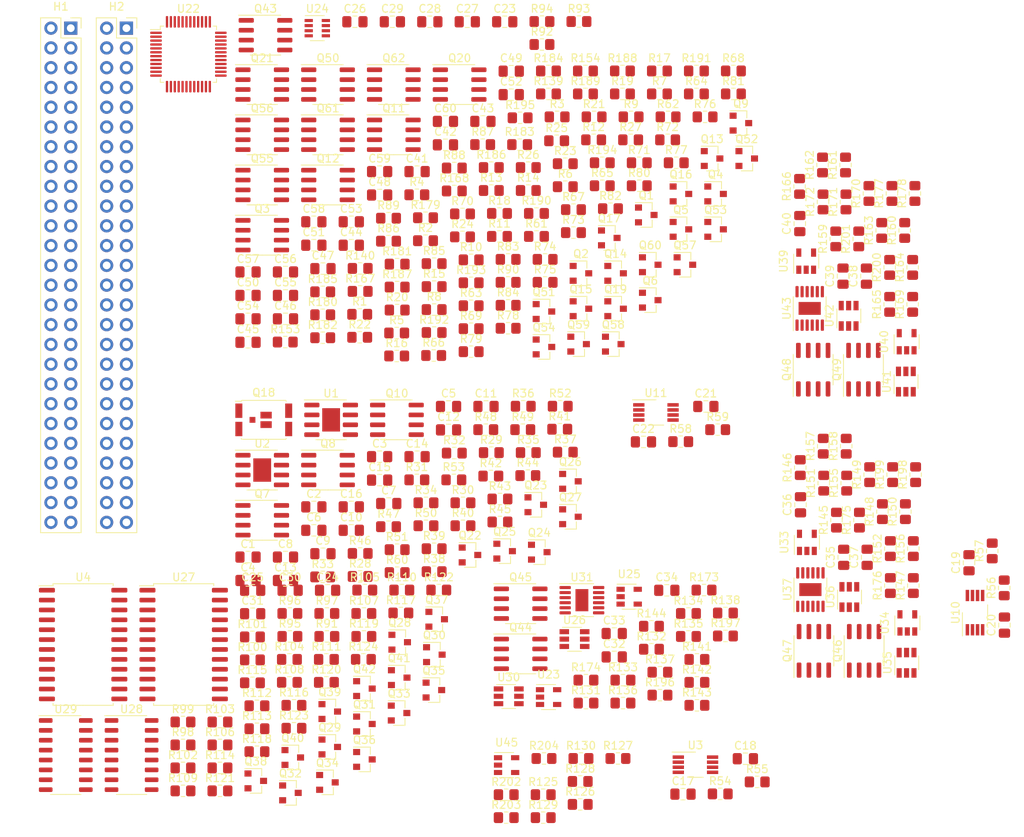
<source format=kicad_pcb>
(kicad_pcb (version 20171130) (host pcbnew "(5.1.9)-1")
  (layers (0 F.Cu signal) (31 B.Cu signal) (34 B.Paste user) (35 F.Paste user) (36 B.SilkS user) (37 F.SilkS user) (38 B.Mask user) (39 F.Mask user) (44 Edge.Cuts user))
  (net 0 "")
  (net 1 GND)
  (net 2 PCM_IN_FILT)
  (net 3 "Net-(C3-Pad2)")
  (net 4 "Net-(C3-Pad1)")
  (net 5 "Net-(C4-Pad2)")
  (net 6 "Net-(C4-Pad1)")
  (net 7 3V3RAW)
  (net 8 "Net-(C6-Pad1)")
  (net 9 VCC)
  (net 10 RSTBATT)
  (net 11 RST5V)
  (net 12 RST3V3)
  (net 13 "Net-(C17-Pad1)")
  (net 14 "Net-(C18-Pad1)")
  (net 15 "Net-(C19-Pad1)")
  (net 16 "Net-(C20-Pad1)")
  (net 17 "Net-(C21-Pad1)")
  (net 18 "Net-(C22-Pad1)")
  (net 19 VBCR1IN)
  (net 20 "Net-(C33-Pad2)")
  (net 21 "Net-(C33-Pad1)")
  (net 22 BCR1OUT)
  (net 23 VBCR2IN)
  (net 24 "Net-(C36-Pad2)")
  (net 25 "Net-(C36-Pad1)")
  (net 26 VBCR3IN)
  (net 27 "Net-(C39-Pad2)")
  (net 28 "Net-(C39-Pad1)")
  (net 29 RSTSW1)
  (net 30 RSTSW5)
  (net 31 RSTSW9)
  (net 32 RSTSW2)
  (net 33 RSTSW6)
  (net 34 RSTSW10)
  (net 35 RSTSW3)
  (net 36 RSTSW7)
  (net 37 RSTSW4)
  (net 38 RSTSW8)
  (net 39 +BATT)
  (net 40 BCR_OUT)
  (net 41 PCM_IN)
  (net 42 +3V3)
  (net 43 +5V)
  (net 44 +12V)
  (net 45 SW10)
  (net 46 SW9)
  (net 47 SW8)
  (net 48 SW7)
  (net 49 SW6)
  (net 50 SW5)
  (net 51 SW4)
  (net 52 SW3)
  (net 53 SW2)
  (net 54 SW1)
  (net 55 "Net-(Q1-Pad3)")
  (net 56 "Net-(Q1-Pad2)")
  (net 57 "Net-(Q1-Pad1)")
  (net 58 "Net-(Q2-Pad1)")
  (net 59 "Net-(Q3-Pad5)")
  (net 60 "Net-(Q11-Pad4)")
  (net 61 "Net-(Q4-Pad2)")
  (net 62 "Net-(Q4-Pad1)")
  (net 63 "Net-(Q5-Pad1)")
  (net 64 "Net-(Q12-Pad4)")
  (net 65 "Net-(Q6-Pad2)")
  (net 66 "Net-(Q6-Pad1)")
  (net 67 "Net-(Q7-Pad5)")
  (net 68 "Net-(Q22-Pad3)")
  (net 69 "Net-(Q8-Pad5)")
  (net 70 "Net-(Q23-Pad3)")
  (net 71 "Net-(Q9-Pad1)")
  (net 72 "Net-(Q10-Pad5)")
  (net 73 "Net-(Q10-Pad4)")
  (net 74 "Net-(Q11-Pad5)")
  (net 75 "Net-(Q12-Pad5)")
  (net 76 "Net-(Q13-Pad3)")
  (net 77 "Net-(Q13-Pad2)")
  (net 78 "Net-(Q13-Pad1)")
  (net 79 "Net-(Q14-Pad1)")
  (net 80 "Net-(Q15-Pad3)")
  (net 81 "Net-(Q15-Pad2)")
  (net 82 "Net-(Q15-Pad1)")
  (net 83 "Net-(Q16-Pad1)")
  (net 84 "Net-(Q17-Pad3)")
  (net 85 "Net-(Q17-Pad2)")
  (net 86 "Net-(Q17-Pad1)")
  (net 87 "Net-(Q19-Pad1)")
  (net 88 "Net-(Q20-Pad5)")
  (net 89 "Net-(Q21-Pad5)")
  (net 90 "Net-(Q22-Pad1)")
  (net 91 "Net-(Q23-Pad1)")
  (net 92 "Net-(Q24-Pad1)")
  (net 93 "Net-(Q25-Pad3)")
  (net 94 /PCM/3v3gate)
  (net 95 "Net-(Q26-Pad3)")
  (net 96 /PCM/5VGATE)
  (net 97 /PCM/BATGATE)
  (net 98 "Net-(Q28-Pad3)")
  (net 99 /AnalogTelemetry/EN1)
  (net 100 "Net-(Q29-Pad3)")
  (net 101 /AnalogTelemetry/EN2)
  (net 102 "Net-(Q30-Pad3)")
  (net 103 /AnalogTelemetry/EN3)
  (net 104 "Net-(Q31-Pad3)")
  (net 105 /AnalogTelemetry/EN4)
  (net 106 "Net-(Q32-Pad3)")
  (net 107 /AnalogTelemetry/EN5)
  (net 108 "Net-(Q33-Pad3)")
  (net 109 /AnalogTelemetry/EN6)
  (net 110 "Net-(Q34-Pad3)")
  (net 111 /AnalogTelemetry/EN7)
  (net 112 "Net-(Q35-Pad3)")
  (net 113 /AnalogTelemetry/EN8)
  (net 114 "Net-(Q36-Pad3)")
  (net 115 /AnalogTelemetry/EN9)
  (net 116 "Net-(Q37-Pad3)")
  (net 117 /AnalogTelemetry/EN10)
  (net 118 "Net-(Q38-Pad3)")
  (net 119 /AnalogTelemetry/EN11)
  (net 120 "Net-(Q39-Pad3)")
  (net 121 /AnalogTelemetry/EN12)
  (net 122 "Net-(Q40-Pad3)")
  (net 123 /AnalogTelemetry/EN13)
  (net 124 "Net-(Q41-Pad3)")
  (net 125 /AnalogTelemetry/EN14)
  (net 126 "Net-(Q42-Pad3)")
  (net 127 /AnalogTelemetry/EN15)
  (net 128 "Net-(Q43-Pad5)")
  (net 129 "Net-(Q44-Pad5)")
  (net 130 "Net-(Q44-Pad4)")
  (net 131 "Net-(Q45-Pad5)")
  (net 132 "Net-(Q45-Pad4)")
  (net 133 "Net-(Q46-Pad5)")
  (net 134 "Net-(Q46-Pad4)")
  (net 135 "Net-(Q47-Pad5)")
  (net 136 "Net-(Q47-Pad4)")
  (net 137 "Net-(Q48-Pad5)")
  (net 138 "Net-(Q48-Pad4)")
  (net 139 "Net-(Q49-Pad5)")
  (net 140 "Net-(Q49-Pad4)")
  (net 141 "Net-(Q50-Pad5)")
  (net 142 "Net-(Q51-Pad3)")
  (net 143 "Net-(Q51-Pad2)")
  (net 144 "Net-(Q51-Pad1)")
  (net 145 "Net-(Q52-Pad1)")
  (net 146 "Net-(Q53-Pad3)")
  (net 147 "Net-(Q53-Pad2)")
  (net 148 "Net-(Q53-Pad1)")
  (net 149 "Net-(Q54-Pad1)")
  (net 150 "Net-(Q55-Pad5)")
  (net 151 "Net-(Q56-Pad5)")
  (net 152 "Net-(Q57-Pad3)")
  (net 153 "Net-(Q57-Pad2)")
  (net 154 "Net-(Q57-Pad1)")
  (net 155 "Net-(Q58-Pad1)")
  (net 156 "Net-(Q59-Pad3)")
  (net 157 "Net-(Q59-Pad2)")
  (net 158 "Net-(Q59-Pad1)")
  (net 159 "Net-(Q60-Pad1)")
  (net 160 "Net-(Q61-Pad5)")
  (net 161 "Net-(Q62-Pad5)")
  (net 162 "Net-(R15-Pad2)")
  (net 163 ISW1)
  (net 164 "Net-(R16-Pad2)")
  (net 165 ISW5)
  (net 166 "Net-(R17-Pad2)")
  (net 167 ISW9)
  (net 168 "Net-(R28-Pad1)")
  (net 169 "Net-(R29-Pad1)")
  (net 170 "Net-(R35-Pad2)")
  (net 171 IBATV)
  (net 172 "Net-(R39-Pad1)")
  (net 173 "Net-(R40-Pad2)")
  (net 174 "Net-(R45-Pad2)")
  (net 175 I5V)
  (net 176 "Net-(R47-Pad2)")
  (net 177 I3V3)
  (net 178 3V3RESETPLS)
  (net 179 5VRESETPLS)
  (net 180 BATRESETPLS)
  (net 181 "Net-(R73-Pad2)")
  (net 182 ISW2)
  (net 183 "Net-(R74-Pad2)")
  (net 184 ISW6)
  (net 185 "Net-(R75-Pad2)")
  (net 186 ISW10)
  (net 187 /AnalogTelemetry/BRDTMP)
  (net 188 /TSET)
  (net 189 /HNDSHK)
  (net 190 /RESET)
  (net 191 /AnalogTelemetry/VBCR_OUT)
  (net 192 /AnalogTelemetry/VPCM12V)
  (net 193 /AnalogTelemetry/VPCMBATV)
  (net 194 /AnalogTelemetry/VPCM5V)
  (net 195 /AnalogTelemetry/VPCM3V3)
  (net 196 /AnalogTelemetry/VSW1)
  (net 197 /AnalogTelemetry/VSW2)
  (net 198 /AnalogTelemetry/VSW3)
  (net 199 /AnalogTelemetry/VSW4)
  (net 200 /AnalogTelemetry/VSW5)
  (net 201 /AnalogTelemetry/VSW6)
  (net 202 /AnalogTelemetry/VSW7)
  (net 203 /AnalogTelemetry/VSW8)
  (net 204 /AnalogTelemetry/VSW9)
  (net 205 /AnalogTelemetry/VSW10)
  (net 206 /BCR/SA1AV)
  (net 207 /BCR/SA1BV)
  (net 208 "Net-(R133-Pad1)")
  (net 209 "Net-(R134-Pad1)")
  (net 210 IBCR1A)
  (net 211 IBCR1B)
  (net 212 BCR1ASTAT)
  (net 213 BCR1BSTAT)
  (net 214 "Net-(R140-Pad2)")
  (net 215 ISW3)
  (net 216 "Net-(R141-Pad2)")
  (net 217 "Net-(R141-Pad1)")
  (net 218 "Net-(L3-Pad2)")
  (net 219 /BCR/SA2AV)
  (net 220 /BCR/SA2BV)
  (net 221 "Net-(R147-Pad1)")
  (net 222 "Net-(R148-Pad1)")
  (net 223 IBCR2A)
  (net 224 IBCR2B)
  (net 225 BCR2ASTAT)
  (net 226 BCR2BSTAT)
  (net 227 "Net-(R153-Pad2)")
  (net 228 ISW7)
  (net 229 "Net-(R155-Pad2)")
  (net 230 "Net-(R155-Pad1)")
  (net 231 "Net-(L4-Pad2)")
  (net 232 /BCR/SA3AV)
  (net 233 /BCR/SA3BV)
  (net 234 "Net-(R161-Pad1)")
  (net 235 "Net-(R162-Pad1)")
  (net 236 IBCR3A)
  (net 237 IBCR3B)
  (net 238 BCR3ASTAT)
  (net 239 BCR3BSTAT)
  (net 240 "Net-(R169-Pad2)")
  (net 241 "Net-(R169-Pad1)")
  (net 242 "Net-(L5-Pad2)")
  (net 243 "Net-(R190-Pad2)")
  (net 244 ISW4)
  (net 245 "Net-(R191-Pad2)")
  (net 246 ISW8)
  (net 247 "Net-(R196-Pad2)")
  (net 248 "Net-(R198-Pad2)")
  (net 249 "Net-(R200-Pad2)")
  (net 250 "Net-(R203-Pad1)")
  (net 251 IBCR_OUT)
  (net 252 /AnalogTelemetry/SEL2)
  (net 253 /AnalogTelemetry/SEL3)
  (net 254 /AnalogTelemetry/SEL1)
  (net 255 /AnalogTelemetry/SEL0)
  (net 256 /AnalogTelemetry/AMUX)
  (net 257 /AnalogTelemetry/RCLK)
  (net 258 /AnalogTelemetry/SRCLK)
  (net 259 "Net-(U28-Pad9)")
  (module Package_TO_SOT_SMD:SOT-23-5 (layer F.Cu) (at 112.58 136.585)
    (fp_text reference U45 (at 0 -2.9) (layer F.SilkS))
    (fp_text value LT6106)
    (pad 5 smd rect (at 1.1 -0.95) (size 1.06 0.65) (layers F.Cu F.Paste F.Mask) (net 22 BCR1OUT))
    (pad 4 smd rect (at 1.1 0.95) (size 1.06 0.65) (layers F.Cu F.Paste F.Mask) (net 40 BCR_OUT))
    (pad 3 smd rect (at -1.1 0.95) (size 1.06 0.65) (layers F.Cu F.Paste F.Mask) (net 250 "Net-(R203-Pad1)"))
    (pad 2 smd rect (at -1.1 0) (size 1.06 0.65) (layers F.Cu F.Paste F.Mask) (net 1 GND))
    (pad 1 smd rect (at -1.1 -0.95) (size 1.06 0.65) (layers F.Cu F.Paste F.Mask) (net 251 IBCR_OUT))
  )
  (module Package_SO:MSOP-12-1EP_3x4mm_P0.65mm_EP1.65x2.85mm (layer F.Cu) (at 151.5 77.905 90)
    (fp_text reference U43 (at 0 -2.95 90) (layer F.SilkS))
    (fp_text value LT3652EMSE)
    (pad 13 smd rect (at 0 0 90) (size 1.65 2.85) (layers F.Cu F.Mask) (net 1 GND))
    (pad 12 smd roundrect (at 2.15 -1.625 90) (size 1.45 0.4) (layers F.Cu F.Paste F.Mask) (net 28 "Net-(C39-Pad1)"))
    (pad 11 smd roundrect (at 2.15 -0.975 90) (size 1.45 0.4) (layers F.Cu F.Paste F.Mask) (net 27 "Net-(C39-Pad2)"))
    (pad 10 smd roundrect (at 2.15 -0.325 90) (size 1.45 0.4) (layers F.Cu F.Paste F.Mask) (net 242 "Net-(L5-Pad2)"))
    (pad 9 smd roundrect (at 2.15 0.325 90) (size 1.45 0.4) (layers F.Cu F.Paste F.Mask) (net 22 BCR1OUT))
    (pad 8 smd roundrect (at 2.15 0.975 90) (size 1.45 0.4) (layers F.Cu F.Paste F.Mask))
    (pad 7 smd roundrect (at 2.15 1.625 90) (size 1.45 0.4) (layers F.Cu F.Paste F.Mask) (net 241 "Net-(R169-Pad1)"))
    (pad 6 smd roundrect (at -2.15 1.625 90) (size 1.45 0.4) (layers F.Cu F.Paste F.Mask) (net 1 GND))
    (pad 5 smd roundrect (at -2.15 0.975 90) (size 1.45 0.4) (layers F.Cu F.Paste F.Mask))
    (pad 4 smd roundrect (at -2.15 0.325 90) (size 1.45 0.4) (layers F.Cu F.Paste F.Mask))
    (pad 3 smd roundrect (at -2.15 -0.325 90) (size 1.45 0.4) (layers F.Cu F.Paste F.Mask) (net 26 VBCR3IN))
    (pad 2 smd roundrect (at -2.15 -0.975 90) (size 1.45 0.4) (layers F.Cu F.Paste F.Mask) (net 249 "Net-(R200-Pad2)"))
    (pad 1 smd roundrect (at -2.15 -1.625 90) (size 1.45 0.4) (layers F.Cu F.Paste F.Mask) (net 26 VBCR3IN))
  )
  (module Package_TO_SOT_SMD:TSOT-23-6 (layer F.Cu) (at 156.5 78.855 90)
    (fp_text reference U42 (at 0 -2.45 90) (layer F.SilkS))
    (fp_text value LTC4412xS6)
    (pad 6 smd rect (at 1.31 -0.95 90) (size 1.22 0.65) (layers F.Cu F.Paste F.Mask) (net 26 VBCR3IN))
    (pad 5 smd rect (at 1.31 0 90) (size 1.22 0.65) (layers F.Cu F.Paste F.Mask) (net 140 "Net-(Q49-Pad4)"))
    (pad 4 smd rect (at 1.31 0.95 90) (size 1.22 0.65) (layers F.Cu F.Paste F.Mask) (net 239 BCR3BSTAT))
    (pad 3 smd rect (at -1.31 0.95 90) (size 1.22 0.65) (layers F.Cu F.Paste F.Mask) (net 1 GND))
    (pad 2 smd rect (at -1.31 0 90) (size 1.22 0.65) (layers F.Cu F.Paste F.Mask) (net 1 GND))
    (pad 1 smd rect (at -1.31 -0.95 90) (size 1.22 0.65) (layers F.Cu F.Paste F.Mask) (net 139 "Net-(Q49-Pad5)"))
  )
  (module Package_TO_SOT_SMD:TSOT-23-6 (layer F.Cu) (at 163.85 87.305 90)
    (fp_text reference U41 (at 0 -2.45 90) (layer F.SilkS))
    (fp_text value LTC4412xS6)
    (pad 6 smd rect (at 1.31 -0.95 90) (size 1.22 0.65) (layers F.Cu F.Paste F.Mask) (net 26 VBCR3IN))
    (pad 5 smd rect (at 1.31 0 90) (size 1.22 0.65) (layers F.Cu F.Paste F.Mask) (net 138 "Net-(Q48-Pad4)"))
    (pad 4 smd rect (at 1.31 0.95 90) (size 1.22 0.65) (layers F.Cu F.Paste F.Mask) (net 238 BCR3ASTAT))
    (pad 3 smd rect (at -1.31 0.95 90) (size 1.22 0.65) (layers F.Cu F.Paste F.Mask) (net 1 GND))
    (pad 2 smd rect (at -1.31 0 90) (size 1.22 0.65) (layers F.Cu F.Paste F.Mask) (net 1 GND))
    (pad 1 smd rect (at -1.31 -0.95 90) (size 1.22 0.65) (layers F.Cu F.Paste F.Mask) (net 137 "Net-(Q48-Pad5)"))
  )
  (module Package_TO_SOT_SMD:SOT-23-5 (layer F.Cu) (at 163.95 82.185 90)
    (fp_text reference U40 (at 0 -2.9 90) (layer F.SilkS))
    (fp_text value LT6106)
    (pad 5 smd rect (at 1.1 -0.95 90) (size 1.06 0.65) (layers F.Cu F.Paste F.Mask) (net 233 /BCR/SA3BV))
    (pad 4 smd rect (at 1.1 0.95 90) (size 1.06 0.65) (layers F.Cu F.Paste F.Mask) (net 139 "Net-(Q49-Pad5)"))
    (pad 3 smd rect (at -1.1 0.95 90) (size 1.06 0.65) (layers F.Cu F.Paste F.Mask) (net 235 "Net-(R162-Pad1)"))
    (pad 2 smd rect (at -1.1 0 90) (size 1.06 0.65) (layers F.Cu F.Paste F.Mask) (net 1 GND))
    (pad 1 smd rect (at -1.1 -0.95 90) (size 1.06 0.65) (layers F.Cu F.Paste F.Mask) (net 237 IBCR3B))
  )
  (module Package_TO_SOT_SMD:SOT-23-5 (layer F.Cu) (at 151.05 71.835 90)
    (fp_text reference U39 (at 0 -2.9 90) (layer F.SilkS))
    (fp_text value LT6106)
    (pad 5 smd rect (at 1.1 -0.95 90) (size 1.06 0.65) (layers F.Cu F.Paste F.Mask) (net 232 /BCR/SA3AV))
    (pad 4 smd rect (at 1.1 0.95 90) (size 1.06 0.65) (layers F.Cu F.Paste F.Mask) (net 137 "Net-(Q48-Pad5)"))
    (pad 3 smd rect (at -1.1 0.95 90) (size 1.06 0.65) (layers F.Cu F.Paste F.Mask) (net 234 "Net-(R161-Pad1)"))
    (pad 2 smd rect (at -1.1 0 90) (size 1.06 0.65) (layers F.Cu F.Paste F.Mask) (net 1 GND))
    (pad 1 smd rect (at -1.1 -0.95 90) (size 1.06 0.65) (layers F.Cu F.Paste F.Mask) (net 236 IBCR3A))
  )
  (module Package_SO:MSOP-12-1EP_3x4mm_P0.65mm_EP1.65x2.85mm (layer F.Cu) (at 151.59 114.035 90)
    (fp_text reference U37 (at 0 -2.95 90) (layer F.SilkS))
    (fp_text value LT3652EMSE)
    (pad 13 smd rect (at 0 0 90) (size 1.65 2.85) (layers F.Cu F.Mask) (net 1 GND))
    (pad 12 smd roundrect (at 2.15 -1.625 90) (size 1.45 0.4) (layers F.Cu F.Paste F.Mask) (net 25 "Net-(C36-Pad1)"))
    (pad 11 smd roundrect (at 2.15 -0.975 90) (size 1.45 0.4) (layers F.Cu F.Paste F.Mask) (net 24 "Net-(C36-Pad2)"))
    (pad 10 smd roundrect (at 2.15 -0.325 90) (size 1.45 0.4) (layers F.Cu F.Paste F.Mask) (net 231 "Net-(L4-Pad2)"))
    (pad 9 smd roundrect (at 2.15 0.325 90) (size 1.45 0.4) (layers F.Cu F.Paste F.Mask) (net 22 BCR1OUT))
    (pad 8 smd roundrect (at 2.15 0.975 90) (size 1.45 0.4) (layers F.Cu F.Paste F.Mask))
    (pad 7 smd roundrect (at 2.15 1.625 90) (size 1.45 0.4) (layers F.Cu F.Paste F.Mask) (net 230 "Net-(R155-Pad1)"))
    (pad 6 smd roundrect (at -2.15 1.625 90) (size 1.45 0.4) (layers F.Cu F.Paste F.Mask) (net 1 GND))
    (pad 5 smd roundrect (at -2.15 0.975 90) (size 1.45 0.4) (layers F.Cu F.Paste F.Mask))
    (pad 4 smd roundrect (at -2.15 0.325 90) (size 1.45 0.4) (layers F.Cu F.Paste F.Mask))
    (pad 3 smd roundrect (at -2.15 -0.325 90) (size 1.45 0.4) (layers F.Cu F.Paste F.Mask) (net 23 VBCR2IN))
    (pad 2 smd roundrect (at -2.15 -0.975 90) (size 1.45 0.4) (layers F.Cu F.Paste F.Mask) (net 248 "Net-(R198-Pad2)"))
    (pad 1 smd roundrect (at -2.15 -1.625 90) (size 1.45 0.4) (layers F.Cu F.Paste F.Mask) (net 23 VBCR2IN))
  )
  (module Package_TO_SOT_SMD:TSOT-23-6 (layer F.Cu) (at 156.59 114.985 90)
    (fp_text reference U36 (at 0 -2.45 90) (layer F.SilkS))
    (fp_text value LTC4412xS6)
    (pad 6 smd rect (at 1.31 -0.95 90) (size 1.22 0.65) (layers F.Cu F.Paste F.Mask) (net 23 VBCR2IN))
    (pad 5 smd rect (at 1.31 0 90) (size 1.22 0.65) (layers F.Cu F.Paste F.Mask) (net 136 "Net-(Q47-Pad4)"))
    (pad 4 smd rect (at 1.31 0.95 90) (size 1.22 0.65) (layers F.Cu F.Paste F.Mask) (net 226 BCR2BSTAT))
    (pad 3 smd rect (at -1.31 0.95 90) (size 1.22 0.65) (layers F.Cu F.Paste F.Mask) (net 1 GND))
    (pad 2 smd rect (at -1.31 0 90) (size 1.22 0.65) (layers F.Cu F.Paste F.Mask) (net 1 GND))
    (pad 1 smd rect (at -1.31 -0.95 90) (size 1.22 0.65) (layers F.Cu F.Paste F.Mask) (net 135 "Net-(Q47-Pad5)"))
  )
  (module Package_TO_SOT_SMD:TSOT-23-6 (layer F.Cu) (at 163.94 123.435 90)
    (fp_text reference U35 (at 0 -2.45 90) (layer F.SilkS))
    (fp_text value LTC4412xS6)
    (pad 6 smd rect (at 1.31 -0.95 90) (size 1.22 0.65) (layers F.Cu F.Paste F.Mask) (net 23 VBCR2IN))
    (pad 5 smd rect (at 1.31 0 90) (size 1.22 0.65) (layers F.Cu F.Paste F.Mask) (net 134 "Net-(Q46-Pad4)"))
    (pad 4 smd rect (at 1.31 0.95 90) (size 1.22 0.65) (layers F.Cu F.Paste F.Mask) (net 225 BCR2ASTAT))
    (pad 3 smd rect (at -1.31 0.95 90) (size 1.22 0.65) (layers F.Cu F.Paste F.Mask) (net 1 GND))
    (pad 2 smd rect (at -1.31 0 90) (size 1.22 0.65) (layers F.Cu F.Paste F.Mask) (net 1 GND))
    (pad 1 smd rect (at -1.31 -0.95 90) (size 1.22 0.65) (layers F.Cu F.Paste F.Mask) (net 133 "Net-(Q46-Pad5)"))
  )
  (module Package_TO_SOT_SMD:SOT-23-5 (layer F.Cu) (at 164.04 118.315 90)
    (fp_text reference U34 (at 0 -2.9 90) (layer F.SilkS))
    (fp_text value LT6106)
    (pad 5 smd rect (at 1.1 -0.95 90) (size 1.06 0.65) (layers F.Cu F.Paste F.Mask) (net 220 /BCR/SA2BV))
    (pad 4 smd rect (at 1.1 0.95 90) (size 1.06 0.65) (layers F.Cu F.Paste F.Mask) (net 135 "Net-(Q47-Pad5)"))
    (pad 3 smd rect (at -1.1 0.95 90) (size 1.06 0.65) (layers F.Cu F.Paste F.Mask) (net 222 "Net-(R148-Pad1)"))
    (pad 2 smd rect (at -1.1 0 90) (size 1.06 0.65) (layers F.Cu F.Paste F.Mask) (net 1 GND))
    (pad 1 smd rect (at -1.1 -0.95 90) (size 1.06 0.65) (layers F.Cu F.Paste F.Mask) (net 224 IBCR2B))
  )
  (module Package_TO_SOT_SMD:SOT-23-5 (layer F.Cu) (at 151.14 107.965 90)
    (fp_text reference U33 (at 0 -2.9 90) (layer F.SilkS))
    (fp_text value LT6106)
    (pad 5 smd rect (at 1.1 -0.95 90) (size 1.06 0.65) (layers F.Cu F.Paste F.Mask) (net 219 /BCR/SA2AV))
    (pad 4 smd rect (at 1.1 0.95 90) (size 1.06 0.65) (layers F.Cu F.Paste F.Mask) (net 133 "Net-(Q46-Pad5)"))
    (pad 3 smd rect (at -1.1 0.95 90) (size 1.06 0.65) (layers F.Cu F.Paste F.Mask) (net 221 "Net-(R147-Pad1)"))
    (pad 2 smd rect (at -1.1 0 90) (size 1.06 0.65) (layers F.Cu F.Paste F.Mask) (net 1 GND))
    (pad 1 smd rect (at -1.1 -0.95 90) (size 1.06 0.65) (layers F.Cu F.Paste F.Mask) (net 223 IBCR2A))
  )
  (module Package_SO:MSOP-12-1EP_3x4mm_P0.65mm_EP1.65x2.85mm (layer F.Cu) (at 122.25 115.395)
    (fp_text reference U31 (at 0 -2.95) (layer F.SilkS))
    (fp_text value LT3652EMSE)
    (pad 13 smd rect (at 0 0) (size 1.65 2.85) (layers F.Cu F.Mask) (net 1 GND))
    (pad 12 smd roundrect (at 2.15 -1.625) (size 1.45 0.4) (layers F.Cu F.Paste F.Mask) (net 21 "Net-(C33-Pad1)"))
    (pad 11 smd roundrect (at 2.15 -0.975) (size 1.45 0.4) (layers F.Cu F.Paste F.Mask) (net 20 "Net-(C33-Pad2)"))
    (pad 10 smd roundrect (at 2.15 -0.325) (size 1.45 0.4) (layers F.Cu F.Paste F.Mask) (net 218 "Net-(L3-Pad2)"))
    (pad 9 smd roundrect (at 2.15 0.325) (size 1.45 0.4) (layers F.Cu F.Paste F.Mask) (net 22 BCR1OUT))
    (pad 8 smd roundrect (at 2.15 0.975) (size 1.45 0.4) (layers F.Cu F.Paste F.Mask))
    (pad 7 smd roundrect (at 2.15 1.625) (size 1.45 0.4) (layers F.Cu F.Paste F.Mask) (net 217 "Net-(R141-Pad1)"))
    (pad 6 smd roundrect (at -2.15 1.625) (size 1.45 0.4) (layers F.Cu F.Paste F.Mask) (net 1 GND))
    (pad 5 smd roundrect (at -2.15 0.975) (size 1.45 0.4) (layers F.Cu F.Paste F.Mask))
    (pad 4 smd roundrect (at -2.15 0.325) (size 1.45 0.4) (layers F.Cu F.Paste F.Mask))
    (pad 3 smd roundrect (at -2.15 -0.325) (size 1.45 0.4) (layers F.Cu F.Paste F.Mask) (net 19 VBCR1IN))
    (pad 2 smd roundrect (at -2.15 -0.975) (size 1.45 0.4) (layers F.Cu F.Paste F.Mask) (net 247 "Net-(R196-Pad2)"))
    (pad 1 smd roundrect (at -2.15 -1.625) (size 1.45 0.4) (layers F.Cu F.Paste F.Mask) (net 19 VBCR1IN))
  )
  (module Package_TO_SOT_SMD:TSOT-23-6 (layer F.Cu) (at 112.85 127.745)
    (fp_text reference U30 (at 0 -2.45) (layer F.SilkS))
    (fp_text value LTC4412xS6)
    (pad 6 smd rect (at 1.31 -0.95) (size 1.22 0.65) (layers F.Cu F.Paste F.Mask) (net 19 VBCR1IN))
    (pad 5 smd rect (at 1.31 0) (size 1.22 0.65) (layers F.Cu F.Paste F.Mask) (net 132 "Net-(Q45-Pad4)"))
    (pad 4 smd rect (at 1.31 0.95) (size 1.22 0.65) (layers F.Cu F.Paste F.Mask) (net 213 BCR1BSTAT))
    (pad 3 smd rect (at -1.31 0.95) (size 1.22 0.65) (layers F.Cu F.Paste F.Mask) (net 1 GND))
    (pad 2 smd rect (at -1.31 0) (size 1.22 0.65) (layers F.Cu F.Paste F.Mask) (net 1 GND))
    (pad 1 smd rect (at -1.31 -0.95) (size 1.22 0.65) (layers F.Cu F.Paste F.Mask) (net 131 "Net-(Q45-Pad5)"))
  )
  (module Package_SO:SO-16_3.9x9.9mm_P1.27mm (layer F.Cu) (at 55.97 135.295)
    (fp_text reference U29 (at 0 -5.9) (layer F.SilkS))
    (fp_text value 74HC595)
    (pad 16 smd roundrect (at 2.575 -4.445) (size 1.75 0.6) (layers F.Cu F.Paste F.Mask) (net 7 3V3RAW))
    (pad 15 smd roundrect (at 2.575 -3.175) (size 1.75 0.6) (layers F.Cu F.Paste F.Mask) (net 115 /AnalogTelemetry/EN9))
    (pad 14 smd roundrect (at 2.575 -1.905) (size 1.75 0.6) (layers F.Cu F.Paste F.Mask) (net 259 "Net-(U28-Pad9)"))
    (pad 13 smd roundrect (at 2.575 -0.635) (size 1.75 0.6) (layers F.Cu F.Paste F.Mask) (net 1 GND))
    (pad 12 smd roundrect (at 2.575 0.635) (size 1.75 0.6) (layers F.Cu F.Paste F.Mask) (net 257 /AnalogTelemetry/RCLK))
    (pad 11 smd roundrect (at 2.575 1.905) (size 1.75 0.6) (layers F.Cu F.Paste F.Mask) (net 258 /AnalogTelemetry/SRCLK))
    (pad 10 smd roundrect (at 2.575 3.175) (size 1.75 0.6) (layers F.Cu F.Paste F.Mask) (net 7 3V3RAW))
    (pad 9 smd roundrect (at 2.575 4.445) (size 1.75 0.6) (layers F.Cu F.Paste F.Mask))
    (pad 8 smd roundrect (at -2.575 4.445) (size 1.75 0.6) (layers F.Cu F.Paste F.Mask) (net 1 GND))
    (pad 7 smd roundrect (at -2.575 3.175) (size 1.75 0.6) (layers F.Cu F.Paste F.Mask))
    (pad 6 smd roundrect (at -2.575 1.905) (size 1.75 0.6) (layers F.Cu F.Paste F.Mask) (net 127 /AnalogTelemetry/EN15))
    (pad 5 smd roundrect (at -2.575 0.635) (size 1.75 0.6) (layers F.Cu F.Paste F.Mask) (net 125 /AnalogTelemetry/EN14))
    (pad 4 smd roundrect (at -2.575 -0.635) (size 1.75 0.6) (layers F.Cu F.Paste F.Mask) (net 123 /AnalogTelemetry/EN13))
    (pad 3 smd roundrect (at -2.575 -1.905) (size 1.75 0.6) (layers F.Cu F.Paste F.Mask) (net 121 /AnalogTelemetry/EN12))
    (pad 2 smd roundrect (at -2.575 -3.175) (size 1.75 0.6) (layers F.Cu F.Paste F.Mask) (net 119 /AnalogTelemetry/EN11))
    (pad 1 smd roundrect (at -2.575 -4.445) (size 1.75 0.6) (layers F.Cu F.Paste F.Mask) (net 117 /AnalogTelemetry/EN10))
  )
  (module Package_SO:SO-16_3.9x9.9mm_P1.27mm (layer F.Cu) (at 64.42 135.295)
    (fp_text reference U28 (at 0 -5.9) (layer F.SilkS))
    (fp_text value 74HC595)
    (pad 16 smd roundrect (at 2.575 -4.445) (size 1.75 0.6) (layers F.Cu F.Paste F.Mask) (net 7 3V3RAW))
    (pad 15 smd roundrect (at 2.575 -3.175) (size 1.75 0.6) (layers F.Cu F.Paste F.Mask) (net 99 /AnalogTelemetry/EN1))
    (pad 14 smd roundrect (at 2.575 -1.905) (size 1.75 0.6) (layers F.Cu F.Paste F.Mask))
    (pad 13 smd roundrect (at 2.575 -0.635) (size 1.75 0.6) (layers F.Cu F.Paste F.Mask) (net 1 GND))
    (pad 12 smd roundrect (at 2.575 0.635) (size 1.75 0.6) (layers F.Cu F.Paste F.Mask) (net 257 /AnalogTelemetry/RCLK))
    (pad 11 smd roundrect (at 2.575 1.905) (size 1.75 0.6) (layers F.Cu F.Paste F.Mask) (net 258 /AnalogTelemetry/SRCLK))
    (pad 10 smd roundrect (at 2.575 3.175) (size 1.75 0.6) (layers F.Cu F.Paste F.Mask) (net 7 3V3RAW))
    (pad 9 smd roundrect (at 2.575 4.445) (size 1.75 0.6) (layers F.Cu F.Paste F.Mask) (net 259 "Net-(U28-Pad9)"))
    (pad 8 smd roundrect (at -2.575 4.445) (size 1.75 0.6) (layers F.Cu F.Paste F.Mask) (net 1 GND))
    (pad 7 smd roundrect (at -2.575 3.175) (size 1.75 0.6) (layers F.Cu F.Paste F.Mask) (net 113 /AnalogTelemetry/EN8))
    (pad 6 smd roundrect (at -2.575 1.905) (size 1.75 0.6) (layers F.Cu F.Paste F.Mask) (net 111 /AnalogTelemetry/EN7))
    (pad 5 smd roundrect (at -2.575 0.635) (size 1.75 0.6) (layers F.Cu F.Paste F.Mask) (net 109 /AnalogTelemetry/EN6))
    (pad 4 smd roundrect (at -2.575 -0.635) (size 1.75 0.6) (layers F.Cu F.Paste F.Mask) (net 107 /AnalogTelemetry/EN5))
    (pad 3 smd roundrect (at -2.575 -1.905) (size 1.75 0.6) (layers F.Cu F.Paste F.Mask) (net 105 /AnalogTelemetry/EN4))
    (pad 2 smd roundrect (at -2.575 -3.175) (size 1.75 0.6) (layers F.Cu F.Paste F.Mask) (net 103 /AnalogTelemetry/EN3))
    (pad 1 smd roundrect (at -2.575 -4.445) (size 1.75 0.6) (layers F.Cu F.Paste F.Mask) (net 101 /AnalogTelemetry/EN2))
  )
  (module Package_SO:SOIC-24W_7.5x15.4mm_P1.27mm (layer F.Cu) (at 71.11 121.095)
    (fp_text reference U27 (at 0 -8.65) (layer F.SilkS))
    (fp_text value CD74HC4067M)
    (pad 24 smd roundrect (at 4.65 -6.985) (size 2.05 0.6) (layers F.Cu F.Paste F.Mask) (net 7 3V3RAW))
    (pad 23 smd roundrect (at 4.65 -5.715) (size 2.05 0.6) (layers F.Cu F.Paste F.Mask) (net 244 ISW4))
    (pad 22 smd roundrect (at 4.65 -4.445) (size 2.05 0.6) (layers F.Cu F.Paste F.Mask) (net 165 ISW5))
    (pad 21 smd roundrect (at 4.65 -3.175) (size 2.05 0.6) (layers F.Cu F.Paste F.Mask) (net 184 ISW6))
    (pad 20 smd roundrect (at 4.65 -1.905) (size 2.05 0.6) (layers F.Cu F.Paste F.Mask) (net 228 ISW7))
    (pad 19 smd roundrect (at 4.65 -0.635) (size 2.05 0.6) (layers F.Cu F.Paste F.Mask) (net 246 ISW8))
    (pad 18 smd roundrect (at 4.65 0.635) (size 2.05 0.6) (layers F.Cu F.Paste F.Mask) (net 167 ISW9))
    (pad 17 smd roundrect (at 4.65 1.905) (size 2.05 0.6) (layers F.Cu F.Paste F.Mask) (net 186 ISW10))
    (pad 16 smd roundrect (at 4.65 3.175) (size 2.05 0.6) (layers F.Cu F.Paste F.Mask) (net 187 /AnalogTelemetry/BRDTMP))
    (pad 15 smd roundrect (at 4.65 4.445) (size 2.05 0.6) (layers F.Cu F.Paste F.Mask))
    (pad 14 smd roundrect (at 4.65 5.715) (size 2.05 0.6) (layers F.Cu F.Paste F.Mask) (net 252 /AnalogTelemetry/SEL2))
    (pad 13 smd roundrect (at 4.65 6.985) (size 2.05 0.6) (layers F.Cu F.Paste F.Mask) (net 253 /AnalogTelemetry/SEL3))
    (pad 12 smd roundrect (at -4.65 6.985) (size 2.05 0.6) (layers F.Cu F.Paste F.Mask) (net 1 GND))
    (pad 11 smd roundrect (at -4.65 5.715) (size 2.05 0.6) (layers F.Cu F.Paste F.Mask) (net 254 /AnalogTelemetry/SEL1))
    (pad 10 smd roundrect (at -4.65 4.445) (size 2.05 0.6) (layers F.Cu F.Paste F.Mask) (net 255 /AnalogTelemetry/SEL0))
    (pad 9 smd roundrect (at -4.65 3.175) (size 2.05 0.6) (layers F.Cu F.Paste F.Mask) (net 251 IBCR_OUT))
    (pad 8 smd roundrect (at -4.65 1.905) (size 2.05 0.6) (layers F.Cu F.Paste F.Mask))
    (pad 7 smd roundrect (at -4.65 0.635) (size 2.05 0.6) (layers F.Cu F.Paste F.Mask) (net 171 IBATV))
    (pad 6 smd roundrect (at -4.65 -0.635) (size 2.05 0.6) (layers F.Cu F.Paste F.Mask) (net 175 I5V))
    (pad 5 smd roundrect (at -4.65 -1.905) (size 2.05 0.6) (layers F.Cu F.Paste F.Mask) (net 177 I3V3))
    (pad 4 smd roundrect (at -4.65 -3.175) (size 2.05 0.6) (layers F.Cu F.Paste F.Mask) (net 163 ISW1))
    (pad 3 smd roundrect (at -4.65 -4.445) (size 2.05 0.6) (layers F.Cu F.Paste F.Mask) (net 182 ISW2))
    (pad 2 smd roundrect (at -4.65 -5.715) (size 2.05 0.6) (layers F.Cu F.Paste F.Mask) (net 215 ISW3))
    (pad 1 smd roundrect (at -4.65 -6.985) (size 2.05 0.6) (layers F.Cu F.Paste F.Mask) (net 256 /AnalogTelemetry/AMUX))
  )
  (module Package_TO_SOT_SMD:TSOT-23-6 (layer F.Cu) (at 121.3 120.395)
    (fp_text reference U26 (at 0 -2.45) (layer F.SilkS))
    (fp_text value LTC4412xS6)
    (pad 6 smd rect (at 1.31 -0.95) (size 1.22 0.65) (layers F.Cu F.Paste F.Mask) (net 19 VBCR1IN))
    (pad 5 smd rect (at 1.31 0) (size 1.22 0.65) (layers F.Cu F.Paste F.Mask) (net 130 "Net-(Q44-Pad4)"))
    (pad 4 smd rect (at 1.31 0.95) (size 1.22 0.65) (layers F.Cu F.Paste F.Mask) (net 212 BCR1ASTAT))
    (pad 3 smd rect (at -1.31 0.95) (size 1.22 0.65) (layers F.Cu F.Paste F.Mask) (net 1 GND))
    (pad 2 smd rect (at -1.31 0) (size 1.22 0.65) (layers F.Cu F.Paste F.Mask) (net 1 GND))
    (pad 1 smd rect (at -1.31 -0.95) (size 1.22 0.65) (layers F.Cu F.Paste F.Mask) (net 129 "Net-(Q44-Pad5)"))
  )
  (module Package_TO_SOT_SMD:SOT-23-5 (layer F.Cu) (at 128.32 114.945)
    (fp_text reference U25 (at 0 -2.9) (layer F.SilkS))
    (fp_text value LT6106)
    (pad 5 smd rect (at 1.1 -0.95) (size 1.06 0.65) (layers F.Cu F.Paste F.Mask) (net 207 /BCR/SA1BV))
    (pad 4 smd rect (at 1.1 0.95) (size 1.06 0.65) (layers F.Cu F.Paste F.Mask) (net 131 "Net-(Q45-Pad5)"))
    (pad 3 smd rect (at -1.1 0.95) (size 1.06 0.65) (layers F.Cu F.Paste F.Mask) (net 209 "Net-(R134-Pad1)"))
    (pad 2 smd rect (at -1.1 0) (size 1.06 0.65) (layers F.Cu F.Paste F.Mask) (net 1 GND))
    (pad 1 smd rect (at -1.1 -0.95) (size 1.06 0.65) (layers F.Cu F.Paste F.Mask) (net 211 IBCR1B))
  )
  (module Package_TO_SOT_SMD:SOT-23-8 (layer F.Cu) (at 88.27 41.895)
    (fp_text reference U24 (at 0 -2.5) (layer F.SilkS))
    (fp_text value MAX6369)
    (pad 8 smd rect (at 1.1 -0.98) (size 1.06 0.4) (layers F.Cu F.Paste F.Mask) (net 7 3V3RAW))
    (pad 7 smd rect (at 1.1 -0.33) (size 1.06 0.4) (layers F.Cu F.Paste F.Mask) (net 190 /RESET))
    (pad 6 smd rect (at 1.1 0.33) (size 1.06 0.4) (layers F.Cu F.Paste F.Mask) (net 7 3V3RAW))
    (pad 5 smd rect (at 1.1 0.98) (size 1.06 0.4) (layers F.Cu F.Paste F.Mask) (net 7 3V3RAW))
    (pad 4 smd rect (at -1.1 0.98) (size 1.06 0.4) (layers F.Cu F.Paste F.Mask) (net 188 /TSET))
    (pad 3 smd rect (at -1.1 0.33) (size 1.06 0.4) (layers F.Cu F.Paste F.Mask))
    (pad 2 smd rect (at -1.1 -0.33) (size 1.06 0.4) (layers F.Cu F.Paste F.Mask) (net 1 GND))
    (pad 1 smd rect (at -1.1 -0.98) (size 1.06 0.4) (layers F.Cu F.Paste F.Mask) (net 189 /HNDSHK))
  )
  (module Package_TO_SOT_SMD:SOT-23-5 (layer F.Cu) (at 117.97 127.845)
    (fp_text reference U23 (at 0 -2.9) (layer F.SilkS))
    (fp_text value LT6106)
    (pad 5 smd rect (at 1.1 -0.95) (size 1.06 0.65) (layers F.Cu F.Paste F.Mask) (net 206 /BCR/SA1AV))
    (pad 4 smd rect (at 1.1 0.95) (size 1.06 0.65) (layers F.Cu F.Paste F.Mask) (net 129 "Net-(Q44-Pad5)"))
    (pad 3 smd rect (at -1.1 0.95) (size 1.06 0.65) (layers F.Cu F.Paste F.Mask) (net 208 "Net-(R133-Pad1)"))
    (pad 2 smd rect (at -1.1 0) (size 1.06 0.65) (layers F.Cu F.Paste F.Mask) (net 1 GND))
    (pad 1 smd rect (at -1.1 -0.95) (size 1.06 0.65) (layers F.Cu F.Paste F.Mask) (net 210 IBCR1A))
  )
  (module Package_QFP:LQFP-48_7x7mm_P0.5mm (layer F.Cu) (at 71.72 45.245)
    (fp_text reference U22 (at 0 -5.85) (layer F.SilkS))
    (fp_text value STM32F103C8Tx)
    (pad 48 smd roundrect (at -2.75 -4.1625) (size 0.3 1.475) (layers F.Cu F.Paste F.Mask) (net 7 3V3RAW))
    (pad 47 smd roundrect (at -2.25 -4.1625) (size 0.3 1.475) (layers F.Cu F.Paste F.Mask) (net 1 GND))
    (pad 46 smd roundrect (at -1.75 -4.1625) (size 0.3 1.475) (layers F.Cu F.Paste F.Mask))
    (pad 45 smd roundrect (at -1.25 -4.1625) (size 0.3 1.475) (layers F.Cu F.Paste F.Mask))
    (pad 44 smd roundrect (at -0.75 -4.1625) (size 0.3 1.475) (layers F.Cu F.Paste F.Mask))
    (pad 43 smd roundrect (at -0.25 -4.1625) (size 0.3 1.475) (layers F.Cu F.Paste F.Mask))
    (pad 42 smd roundrect (at 0.25 -4.1625) (size 0.3 1.475) (layers F.Cu F.Paste F.Mask))
    (pad 41 smd roundrect (at 0.75 -4.1625) (size 0.3 1.475) (layers F.Cu F.Paste F.Mask))
    (pad 40 smd roundrect (at 1.25 -4.1625) (size 0.3 1.475) (layers F.Cu F.Paste F.Mask))
    (pad 39 smd roundrect (at 1.75 -4.1625) (size 0.3 1.475) (layers F.Cu F.Paste F.Mask) (net 188 /TSET))
    (pad 38 smd roundrect (at 2.25 -4.1625) (size 0.3 1.475) (layers F.Cu F.Paste F.Mask))
    (pad 37 smd roundrect (at 2.75 -4.1625) (size 0.3 1.475) (layers F.Cu F.Paste F.Mask))
    (pad 36 smd roundrect (at 4.1625 -2.75) (size 1.475 0.3) (layers F.Cu F.Paste F.Mask) (net 7 3V3RAW))
    (pad 35 smd roundrect (at 4.1625 -2.25) (size 1.475 0.3) (layers F.Cu F.Paste F.Mask) (net 1 GND))
    (pad 34 smd roundrect (at 4.1625 -1.75) (size 1.475 0.3) (layers F.Cu F.Paste F.Mask))
    (pad 33 smd roundrect (at 4.1625 -1.25) (size 1.475 0.3) (layers F.Cu F.Paste F.Mask))
    (pad 32 smd roundrect (at 4.1625 -0.75) (size 1.475 0.3) (layers F.Cu F.Paste F.Mask))
    (pad 31 smd roundrect (at 4.1625 -0.25) (size 1.475 0.3) (layers F.Cu F.Paste F.Mask))
    (pad 30 smd roundrect (at 4.1625 0.25) (size 1.475 0.3) (layers F.Cu F.Paste F.Mask))
    (pad 29 smd roundrect (at 4.1625 0.75) (size 1.475 0.3) (layers F.Cu F.Paste F.Mask))
    (pad 28 smd roundrect (at 4.1625 1.25) (size 1.475 0.3) (layers F.Cu F.Paste F.Mask))
    (pad 27 smd roundrect (at 4.1625 1.75) (size 1.475 0.3) (layers F.Cu F.Paste F.Mask))
    (pad 26 smd roundrect (at 4.1625 2.25) (size 1.475 0.3) (layers F.Cu F.Paste F.Mask))
    (pad 25 smd roundrect (at 4.1625 2.75) (size 1.475 0.3) (layers F.Cu F.Paste F.Mask))
    (pad 24 smd roundrect (at 2.75 4.1625) (size 0.3 1.475) (layers F.Cu F.Paste F.Mask) (net 7 3V3RAW))
    (pad 23 smd roundrect (at 2.25 4.1625) (size 0.3 1.475) (layers F.Cu F.Paste F.Mask) (net 1 GND))
    (pad 22 smd roundrect (at 1.75 4.1625) (size 0.3 1.475) (layers F.Cu F.Paste F.Mask))
    (pad 21 smd roundrect (at 1.25 4.1625) (size 0.3 1.475) (layers F.Cu F.Paste F.Mask))
    (pad 20 smd roundrect (at 0.75 4.1625) (size 0.3 1.475) (layers F.Cu F.Paste F.Mask))
    (pad 19 smd roundrect (at 0.25 4.1625) (size 0.3 1.475) (layers F.Cu F.Paste F.Mask) (net 189 /HNDSHK))
    (pad 18 smd roundrect (at -0.25 4.1625) (size 0.3 1.475) (layers F.Cu F.Paste F.Mask) (net 190 /RESET))
    (pad 17 smd roundrect (at -0.75 4.1625) (size 0.3 1.475) (layers F.Cu F.Paste F.Mask))
    (pad 16 smd roundrect (at -1.25 4.1625) (size 0.3 1.475) (layers F.Cu F.Paste F.Mask))
    (pad 15 smd roundrect (at -1.75 4.1625) (size 0.3 1.475) (layers F.Cu F.Paste F.Mask))
    (pad 14 smd roundrect (at -2.25 4.1625) (size 0.3 1.475) (layers F.Cu F.Paste F.Mask))
    (pad 13 smd roundrect (at -2.75 4.1625) (size 0.3 1.475) (layers F.Cu F.Paste F.Mask))
    (pad 12 smd roundrect (at -4.1625 2.75) (size 1.475 0.3) (layers F.Cu F.Paste F.Mask))
    (pad 11 smd roundrect (at -4.1625 2.25) (size 1.475 0.3) (layers F.Cu F.Paste F.Mask))
    (pad 10 smd roundrect (at -4.1625 1.75) (size 1.475 0.3) (layers F.Cu F.Paste F.Mask))
    (pad 9 smd roundrect (at -4.1625 1.25) (size 1.475 0.3) (layers F.Cu F.Paste F.Mask) (net 128 "Net-(Q43-Pad5)"))
    (pad 8 smd roundrect (at -4.1625 0.75) (size 1.475 0.3) (layers F.Cu F.Paste F.Mask) (net 1 GND))
    (pad 7 smd roundrect (at -4.1625 0.25) (size 1.475 0.3) (layers F.Cu F.Paste F.Mask) (net 190 /RESET))
    (pad 6 smd roundrect (at -4.1625 -0.25) (size 1.475 0.3) (layers F.Cu F.Paste F.Mask))
    (pad 5 smd roundrect (at -4.1625 -0.75) (size 1.475 0.3) (layers F.Cu F.Paste F.Mask))
    (pad 4 smd roundrect (at -4.1625 -1.25) (size 1.475 0.3) (layers F.Cu F.Paste F.Mask))
    (pad 3 smd roundrect (at -4.1625 -1.75) (size 1.475 0.3) (layers F.Cu F.Paste F.Mask))
    (pad 2 smd roundrect (at -4.1625 -2.25) (size 1.475 0.3) (layers F.Cu F.Paste F.Mask))
    (pad 1 smd roundrect (at -4.1625 -2.75) (size 1.475 0.3) (layers F.Cu F.Paste F.Mask) (net 7 3V3RAW))
  )
  (module Package_SO:VSSOP-8_3.0x3.0mm_P0.65mm (layer F.Cu) (at 131.755 91.275)
    (fp_text reference U11 (at 0 -2.5) (layer F.SilkS))
    (fp_text value TLC555xPS)
    (pad 8 smd rect (at 2.2 -0.975 270) (size 0.45 1.45) (layers F.Cu F.Paste F.Mask) (net 9 VCC))
    (pad 7 smd rect (at 2.2 -0.325 270) (size 0.45 1.45) (layers F.Cu F.Paste F.Mask) (net 18 "Net-(C22-Pad1)"))
    (pad 6 smd rect (at 2.2 0.325 270) (size 0.45 1.45) (layers F.Cu F.Paste F.Mask) (net 18 "Net-(C22-Pad1)"))
    (pad 5 smd rect (at 2.2 0.975 270) (size 0.45 1.45) (layers F.Cu F.Paste F.Mask) (net 17 "Net-(C21-Pad1)"))
    (pad 4 smd rect (at -2.2 0.975 270) (size 0.45 1.45) (layers F.Cu F.Paste F.Mask) (net 9 VCC))
    (pad 3 smd rect (at -2.2 0.325 270) (size 0.45 1.45) (layers F.Cu F.Paste F.Mask) (net 97 /PCM/BATGATE))
    (pad 2 smd rect (at -2.2 -0.325 270) (size 0.45 1.45) (layers F.Cu F.Paste F.Mask) (net 180 BATRESETPLS))
    (pad 1 smd rect (at -2.2 -0.975 270) (size 0.45 1.45) (layers F.Cu F.Paste F.Mask) (net 1 GND))
  )
  (module Package_SO:VSSOP-8_3.0x3.0mm_P0.65mm (layer F.Cu) (at 172.73 116.995 90)
    (fp_text reference U10 (at 0 -2.5 90) (layer F.SilkS))
    (fp_text value TLC555xPS)
    (pad 8 smd rect (at 2.2 -0.975) (size 0.45 1.45) (layers F.Cu F.Paste F.Mask) (net 9 VCC))
    (pad 7 smd rect (at 2.2 -0.325) (size 0.45 1.45) (layers F.Cu F.Paste F.Mask) (net 16 "Net-(C20-Pad1)"))
    (pad 6 smd rect (at 2.2 0.325) (size 0.45 1.45) (layers F.Cu F.Paste F.Mask) (net 16 "Net-(C20-Pad1)"))
    (pad 5 smd rect (at 2.2 0.975) (size 0.45 1.45) (layers F.Cu F.Paste F.Mask) (net 15 "Net-(C19-Pad1)"))
    (pad 4 smd rect (at -2.2 0.975) (size 0.45 1.45) (layers F.Cu F.Paste F.Mask) (net 9 VCC))
    (pad 3 smd rect (at -2.2 0.325) (size 0.45 1.45) (layers F.Cu F.Paste F.Mask) (net 96 /PCM/5VGATE))
    (pad 2 smd rect (at -2.2 -0.325) (size 0.45 1.45) (layers F.Cu F.Paste F.Mask) (net 179 5VRESETPLS))
    (pad 1 smd rect (at -2.2 -0.975) (size 0.45 1.45) (layers F.Cu F.Paste F.Mask) (net 1 GND))
  )
  (module Package_SO:SOIC-24W_7.5x15.4mm_P1.27mm (layer F.Cu) (at 58.2 121.095)
    (fp_text reference U4 (at 0 -8.65) (layer F.SilkS))
    (fp_text value CD74HC4067M)
    (pad 24 smd roundrect (at 4.65 -6.985) (size 2.05 0.6) (layers F.Cu F.Paste F.Mask) (net 7 3V3RAW))
    (pad 23 smd roundrect (at 4.65 -5.715) (size 2.05 0.6) (layers F.Cu F.Paste F.Mask) (net 199 /AnalogTelemetry/VSW4))
    (pad 22 smd roundrect (at 4.65 -4.445) (size 2.05 0.6) (layers F.Cu F.Paste F.Mask) (net 200 /AnalogTelemetry/VSW5))
    (pad 21 smd roundrect (at 4.65 -3.175) (size 2.05 0.6) (layers F.Cu F.Paste F.Mask) (net 201 /AnalogTelemetry/VSW6))
    (pad 20 smd roundrect (at 4.65 -1.905) (size 2.05 0.6) (layers F.Cu F.Paste F.Mask) (net 202 /AnalogTelemetry/VSW7))
    (pad 19 smd roundrect (at 4.65 -0.635) (size 2.05 0.6) (layers F.Cu F.Paste F.Mask) (net 203 /AnalogTelemetry/VSW8))
    (pad 18 smd roundrect (at 4.65 0.635) (size 2.05 0.6) (layers F.Cu F.Paste F.Mask) (net 204 /AnalogTelemetry/VSW9))
    (pad 17 smd roundrect (at 4.65 1.905) (size 2.05 0.6) (layers F.Cu F.Paste F.Mask) (net 205 /AnalogTelemetry/VSW10))
    (pad 16 smd roundrect (at 4.65 3.175) (size 2.05 0.6) (layers F.Cu F.Paste F.Mask))
    (pad 15 smd roundrect (at 4.65 4.445) (size 2.05 0.6) (layers F.Cu F.Paste F.Mask))
    (pad 14 smd roundrect (at 4.65 5.715) (size 2.05 0.6) (layers F.Cu F.Paste F.Mask) (net 252 /AnalogTelemetry/SEL2))
    (pad 13 smd roundrect (at 4.65 6.985) (size 2.05 0.6) (layers F.Cu F.Paste F.Mask) (net 253 /AnalogTelemetry/SEL3))
    (pad 12 smd roundrect (at -4.65 6.985) (size 2.05 0.6) (layers F.Cu F.Paste F.Mask) (net 1 GND))
    (pad 11 smd roundrect (at -4.65 5.715) (size 2.05 0.6) (layers F.Cu F.Paste F.Mask) (net 254 /AnalogTelemetry/SEL1))
    (pad 10 smd roundrect (at -4.65 4.445) (size 2.05 0.6) (layers F.Cu F.Paste F.Mask) (net 255 /AnalogTelemetry/SEL0))
    (pad 9 smd roundrect (at -4.65 3.175) (size 2.05 0.6) (layers F.Cu F.Paste F.Mask) (net 191 /AnalogTelemetry/VBCR_OUT))
    (pad 8 smd roundrect (at -4.65 1.905) (size 2.05 0.6) (layers F.Cu F.Paste F.Mask) (net 192 /AnalogTelemetry/VPCM12V))
    (pad 7 smd roundrect (at -4.65 0.635) (size 2.05 0.6) (layers F.Cu F.Paste F.Mask) (net 193 /AnalogTelemetry/VPCMBATV))
    (pad 6 smd roundrect (at -4.65 -0.635) (size 2.05 0.6) (layers F.Cu F.Paste F.Mask) (net 194 /AnalogTelemetry/VPCM5V))
    (pad 5 smd roundrect (at -4.65 -1.905) (size 2.05 0.6) (layers F.Cu F.Paste F.Mask) (net 195 /AnalogTelemetry/VPCM3V3))
    (pad 4 smd roundrect (at -4.65 -3.175) (size 2.05 0.6) (layers F.Cu F.Paste F.Mask) (net 196 /AnalogTelemetry/VSW1))
    (pad 3 smd roundrect (at -4.65 -4.445) (size 2.05 0.6) (layers F.Cu F.Paste F.Mask) (net 197 /AnalogTelemetry/VSW2))
    (pad 2 smd roundrect (at -4.65 -5.715) (size 2.05 0.6) (layers F.Cu F.Paste F.Mask) (net 198 /AnalogTelemetry/VSW3))
    (pad 1 smd roundrect (at -4.65 -6.985) (size 2.05 0.6) (layers F.Cu F.Paste F.Mask) (net 256 /AnalogTelemetry/AMUX))
  )
  (module Package_SO:VSSOP-8_3.0x3.0mm_P0.65mm (layer F.Cu) (at 136.83 136.535)
    (fp_text reference U3 (at 0 -2.5) (layer F.SilkS))
    (fp_text value TLC555xPS)
    (pad 8 smd rect (at 2.2 -0.975 270) (size 0.45 1.45) (layers F.Cu F.Paste F.Mask) (net 9 VCC))
    (pad 7 smd rect (at 2.2 -0.325 270) (size 0.45 1.45) (layers F.Cu F.Paste F.Mask) (net 14 "Net-(C18-Pad1)"))
    (pad 6 smd rect (at 2.2 0.325 270) (size 0.45 1.45) (layers F.Cu F.Paste F.Mask) (net 14 "Net-(C18-Pad1)"))
    (pad 5 smd rect (at 2.2 0.975 270) (size 0.45 1.45) (layers F.Cu F.Paste F.Mask) (net 13 "Net-(C17-Pad1)"))
    (pad 4 smd rect (at -2.2 0.975 270) (size 0.45 1.45) (layers F.Cu F.Paste F.Mask) (net 9 VCC))
    (pad 3 smd rect (at -2.2 0.325 270) (size 0.45 1.45) (layers F.Cu F.Paste F.Mask) (net 94 /PCM/3v3gate))
    (pad 2 smd rect (at -2.2 -0.325 270) (size 0.45 1.45) (layers F.Cu F.Paste F.Mask) (net 178 3V3RESETPLS))
    (pad 1 smd rect (at -2.2 -0.975 270) (size 0.45 1.45) (layers F.Cu F.Paste F.Mask) (net 1 GND))
  )
  (module Package_SO:SOIC-8-1EP_3.9x4.9mm_P1.27mm_EP2.29x3mm (layer F.Cu) (at 81.195 98.675)
    (fp_text reference U2 (at 0 -3.4) (layer F.SilkS))
    (fp_text value ADP2303ARDZ-5.0)
    (pad 9 smd rect (at 0 0) (size 2.29 3) (layers F.Cu F.Mask) (net 1 GND))
    (pad 8 smd roundrect (at 2.475 -1.905) (size 1.95 0.6) (layers F.Cu F.Paste F.Mask) (net 5 "Net-(C4-Pad2)"))
    (pad 7 smd roundrect (at 2.475 -0.635) (size 1.95 0.6) (layers F.Cu F.Paste F.Mask) (net 1 GND))
    (pad 6 smd roundrect (at 2.475 0.635) (size 1.95 0.6) (layers F.Cu F.Paste F.Mask))
    (pad 5 smd roundrect (at 2.475 1.905) (size 1.95 0.6) (layers F.Cu F.Paste F.Mask) (net 8 "Net-(C6-Pad1)"))
    (pad 4 smd roundrect (at -2.475 1.905) (size 1.95 0.6) (layers F.Cu F.Paste F.Mask) (net 173 "Net-(R40-Pad2)"))
    (pad 3 smd roundrect (at -2.475 0.635) (size 1.95 0.6) (layers F.Cu F.Paste F.Mask) (net 95 "Net-(Q26-Pad3)"))
    (pad 2 smd roundrect (at -2.475 -0.635) (size 1.95 0.6) (layers F.Cu F.Paste F.Mask) (net 2 PCM_IN_FILT))
    (pad 1 smd roundrect (at -2.475 -1.905) (size 1.95 0.6) (layers F.Cu F.Paste F.Mask) (net 6 "Net-(C4-Pad1)"))
  )
  (module Package_SO:SOIC-8-1EP_3.9x4.9mm_P1.27mm_EP2.29x3mm (layer F.Cu) (at 90.045 92.225)
    (fp_text reference U1 (at 0 -3.4) (layer F.SilkS))
    (fp_text value ADP2303ARDZ-3.3)
    (pad 9 smd rect (at 0 0) (size 2.29 3) (layers F.Cu F.Mask) (net 1 GND))
    (pad 8 smd roundrect (at 2.475 -1.905) (size 1.95 0.6) (layers F.Cu F.Paste F.Mask) (net 3 "Net-(C3-Pad2)"))
    (pad 7 smd roundrect (at 2.475 -0.635) (size 1.95 0.6) (layers F.Cu F.Paste F.Mask) (net 1 GND))
    (pad 6 smd roundrect (at 2.475 0.635) (size 1.95 0.6) (layers F.Cu F.Paste F.Mask))
    (pad 5 smd roundrect (at 2.475 1.905) (size 1.95 0.6) (layers F.Cu F.Paste F.Mask) (net 7 3V3RAW))
    (pad 4 smd roundrect (at -2.475 1.905) (size 1.95 0.6) (layers F.Cu F.Paste F.Mask) (net 172 "Net-(R39-Pad1)"))
    (pad 3 smd roundrect (at -2.475 0.635) (size 1.95 0.6) (layers F.Cu F.Paste F.Mask) (net 93 "Net-(Q25-Pad3)"))
    (pad 2 smd roundrect (at -2.475 -0.635) (size 1.95 0.6) (layers F.Cu F.Paste F.Mask) (net 2 PCM_IN_FILT))
    (pad 1 smd roundrect (at -2.475 -1.905) (size 1.95 0.6) (layers F.Cu F.Paste F.Mask) (net 4 "Net-(C3-Pad1)"))
  )
  (module Resistor_SMD:R_0805_2012Metric_Pad1.20x1.40mm_HandSolder (layer F.Cu) (at 117.38 135.735)
    (fp_text reference R204 (at 0 -1.65) (layer F.SilkS))
    (fp_text value 1K)
    (pad 2 smd roundrect (at 1 0) (size 1.2 1.4) (layers F.Cu F.Paste F.Mask) (roundrect_rratio 0.208333) (net 1 GND))
    (pad 1 smd roundrect (at -1 0) (size 1.2 1.4) (layers F.Cu F.Paste F.Mask) (roundrect_rratio 0.208333) (net 251 IBCR_OUT))
  )
  (module Resistor_SMD:R_0805_2012Metric_Pad1.20x1.40mm_HandSolder (layer F.Cu) (at 112.53 143.335)
    (fp_text reference R203 (at 0 -1.65) (layer F.SilkS))
    (fp_text value 100R)
    (pad 2 smd roundrect (at 1 0) (size 1.2 1.4) (layers F.Cu F.Paste F.Mask) (roundrect_rratio 0.208333) (net 22 BCR1OUT))
    (pad 1 smd roundrect (at -1 0) (size 1.2 1.4) (layers F.Cu F.Paste F.Mask) (roundrect_rratio 0.208333) (net 250 "Net-(R203-Pad1)"))
  )
  (module Resistor_SMD:R_0805_2012Metric_Pad1.20x1.40mm_HandSolder (layer F.Cu) (at 112.53 140.385)
    (fp_text reference R202 (at 0 -1.65) (layer F.SilkS))
    (fp_text value 20m)
    (pad 2 smd roundrect (at 1 0) (size 1.2 1.4) (layers F.Cu F.Paste F.Mask) (roundrect_rratio 0.208333) (net 22 BCR1OUT))
    (pad 1 smd roundrect (at -1 0) (size 1.2 1.4) (layers F.Cu F.Paste F.Mask) (roundrect_rratio 0.208333) (net 40 BCR_OUT))
  )
  (module Resistor_SMD:R_0805_2012Metric_Pad1.20x1.40mm_HandSolder (layer F.Cu) (at 157.8 68.975 90)
    (fp_text reference R201 (at 0 -1.65 90) (layer F.SilkS))
    (fp_text value 100K)
    (pad 2 smd roundrect (at 1 0 90) (size 1.2 1.4) (layers F.Cu F.Paste F.Mask) (roundrect_rratio 0.208333) (net 1 GND))
    (pad 1 smd roundrect (at -1 0 90) (size 1.2 1.4) (layers F.Cu F.Paste F.Mask) (roundrect_rratio 0.208333) (net 249 "Net-(R200-Pad2)"))
  )
  (module Resistor_SMD:R_0805_2012Metric_Pad1.20x1.40mm_HandSolder (layer F.Cu) (at 161.77 72.635 90)
    (fp_text reference R200 (at 0 -1.65 90) (layer F.SilkS))
    (fp_text value R)
    (pad 2 smd roundrect (at 1 0 90) (size 1.2 1.4) (layers F.Cu F.Paste F.Mask) (roundrect_rratio 0.208333) (net 249 "Net-(R200-Pad2)"))
    (pad 1 smd roundrect (at -1 0 90) (size 1.2 1.4) (layers F.Cu F.Paste F.Mask) (roundrect_rratio 0.208333) (net 26 VBCR3IN))
  )
  (module Resistor_SMD:R_0805_2012Metric_Pad1.20x1.40mm_HandSolder (layer F.Cu) (at 162.15 99.265 90)
    (fp_text reference R199 (at 0 -1.65 90) (layer F.SilkS))
    (fp_text value 100K)
    (pad 2 smd roundrect (at 1 0 90) (size 1.2 1.4) (layers F.Cu F.Paste F.Mask) (roundrect_rratio 0.208333) (net 1 GND))
    (pad 1 smd roundrect (at -1 0 90) (size 1.2 1.4) (layers F.Cu F.Paste F.Mask) (roundrect_rratio 0.208333) (net 248 "Net-(R198-Pad2)"))
  )
  (module Resistor_SMD:R_0805_2012Metric_Pad1.20x1.40mm_HandSolder (layer F.Cu) (at 165.1 99.265 90)
    (fp_text reference R198 (at 0 -1.65 90) (layer F.SilkS))
    (fp_text value R)
    (pad 2 smd roundrect (at 1 0 90) (size 1.2 1.4) (layers F.Cu F.Paste F.Mask) (roundrect_rratio 0.208333) (net 248 "Net-(R198-Pad2)"))
    (pad 1 smd roundrect (at -1 0 90) (size 1.2 1.4) (layers F.Cu F.Paste F.Mask) (roundrect_rratio 0.208333) (net 23 VBCR2IN))
  )
  (module Resistor_SMD:R_0805_2012Metric_Pad1.20x1.40mm_HandSolder (layer F.Cu) (at 140.68 119.995)
    (fp_text reference R197 (at 0 -1.65) (layer F.SilkS))
    (fp_text value 100K)
    (pad 2 smd roundrect (at 1 0) (size 1.2 1.4) (layers F.Cu F.Paste F.Mask) (roundrect_rratio 0.208333) (net 1 GND))
    (pad 1 smd roundrect (at -1 0) (size 1.2 1.4) (layers F.Cu F.Paste F.Mask) (roundrect_rratio 0.208333) (net 247 "Net-(R196-Pad2)"))
  )
  (module Resistor_SMD:R_0805_2012Metric_Pad1.20x1.40mm_HandSolder (layer F.Cu) (at 132.27 127.595)
    (fp_text reference R196 (at 0 -1.65) (layer F.SilkS))
    (fp_text value R)
    (pad 2 smd roundrect (at 1 0) (size 1.2 1.4) (layers F.Cu F.Paste F.Mask) (roundrect_rratio 0.208333) (net 247 "Net-(R196-Pad2)"))
    (pad 1 smd roundrect (at -1 0) (size 1.2 1.4) (layers F.Cu F.Paste F.Mask) (roundrect_rratio 0.208333) (net 19 VBCR1IN))
  )
  (module Resistor_SMD:R_0805_2012Metric_Pad1.20x1.40mm_HandSolder (layer F.Cu) (at 114.315 53.415)
    (fp_text reference R195 (at 0 -1.65) (layer F.SilkS))
    (fp_text value 10K)
    (pad 2 smd roundrect (at 1 0) (size 1.2 1.4) (layers F.Cu F.Paste F.Mask) (roundrect_rratio 0.208333) (net 1 GND))
    (pad 1 smd roundrect (at -1 0) (size 1.2 1.4) (layers F.Cu F.Paste F.Mask) (roundrect_rratio 0.208333) (net 245 "Net-(R191-Pad2)"))
  )
  (module Resistor_SMD:R_0805_2012Metric_Pad1.20x1.40mm_HandSolder (layer F.Cu) (at 124.865 59.195)
    (fp_text reference R194 (at 0 -1.65) (layer F.SilkS))
    (fp_text value 10K)
    (pad 2 smd roundrect (at 1 0) (size 1.2 1.4) (layers F.Cu F.Paste F.Mask) (roundrect_rratio 0.208333) (net 1 GND))
    (pad 1 smd roundrect (at -1 0) (size 1.2 1.4) (layers F.Cu F.Paste F.Mask) (roundrect_rratio 0.208333) (net 243 "Net-(R190-Pad2)"))
  )
  (module Resistor_SMD:R_0805_2012Metric_Pad1.20x1.40mm_HandSolder (layer F.Cu) (at 108.025 74.615)
    (fp_text reference R193 (at 0 -1.65) (layer F.SilkS))
    (fp_text value 10K)
    (pad 2 smd roundrect (at 1 0) (size 1.2 1.4) (layers F.Cu F.Paste F.Mask) (roundrect_rratio 0.208333) (net 38 RSTSW8))
    (pad 1 smd roundrect (at -1 0) (size 1.2 1.4) (layers F.Cu F.Paste F.Mask) (roundrect_rratio 0.208333) (net 9 VCC))
  )
  (module Resistor_SMD:R_0805_2012Metric_Pad1.20x1.40mm_HandSolder (layer F.Cu) (at 103.275 81.005)
    (fp_text reference R192 (at 0 -1.65) (layer F.SilkS))
    (fp_text value 10K)
    (pad 2 smd roundrect (at 1 0) (size 1.2 1.4) (layers F.Cu F.Paste F.Mask) (roundrect_rratio 0.208333) (net 37 RSTSW4))
    (pad 1 smd roundrect (at -1 0) (size 1.2 1.4) (layers F.Cu F.Paste F.Mask) (roundrect_rratio 0.208333) (net 9 VCC))
  )
  (module Resistor_SMD:R_0805_2012Metric_Pad1.20x1.40mm_HandSolder (layer F.Cu) (at 136.955 47.395)
    (fp_text reference R191 (at 0 -1.65) (layer F.SilkS))
    (fp_text value 15K)
    (pad 2 smd roundrect (at 1 0) (size 1.2 1.4) (layers F.Cu F.Paste F.Mask) (roundrect_rratio 0.208333) (net 245 "Net-(R191-Pad2)"))
    (pad 1 smd roundrect (at -1 0) (size 1.2 1.4) (layers F.Cu F.Paste F.Mask) (roundrect_rratio 0.208333) (net 246 ISW8))
  )
  (module Resistor_SMD:R_0805_2012Metric_Pad1.20x1.40mm_HandSolder (layer F.Cu) (at 116.415 65.705)
    (fp_text reference R190 (at 0 -1.65) (layer F.SilkS))
    (fp_text value 15K)
    (pad 2 smd roundrect (at 1 0) (size 1.2 1.4) (layers F.Cu F.Paste F.Mask) (roundrect_rratio 0.208333) (net 243 "Net-(R190-Pad2)"))
    (pad 1 smd roundrect (at -1 0) (size 1.2 1.4) (layers F.Cu F.Paste F.Mask) (roundrect_rratio 0.208333) (net 244 ISW4))
  )
  (module Resistor_SMD:R_0805_2012Metric_Pad1.20x1.40mm_HandSolder (layer F.Cu) (at 122.705 50.345)
    (fp_text reference R189 (at 0 -1.65) (layer F.SilkS))
    (fp_text value 15m)
    (pad 2 smd roundrect (at 1 0) (size 1.2 1.4) (layers F.Cu F.Paste F.Mask) (roundrect_rratio 0.208333) (net 161 "Net-(Q62-Pad5)"))
    (pad 1 smd roundrect (at -1 0) (size 1.2 1.4) (layers F.Cu F.Paste F.Mask) (roundrect_rratio 0.208333) (net 47 SW8))
  )
  (module Resistor_SMD:R_0805_2012Metric_Pad1.20x1.40mm_HandSolder (layer F.Cu) (at 127.455 47.395)
    (fp_text reference R188 (at 0 -1.65) (layer F.SilkS))
    (fp_text value 15m)
    (pad 2 smd roundrect (at 1 0) (size 1.2 1.4) (layers F.Cu F.Paste F.Mask) (roundrect_rratio 0.208333) (net 160 "Net-(Q61-Pad5)"))
    (pad 1 smd roundrect (at -1 0) (size 1.2 1.4) (layers F.Cu F.Paste F.Mask) (roundrect_rratio 0.208333) (net 51 SW4))
  )
  (module Resistor_SMD:R_0805_2012Metric_Pad1.20x1.40mm_HandSolder (layer F.Cu) (at 98.525 75.165)
    (fp_text reference R187 (at 0 -1.65) (layer F.SilkS))
    (fp_text value 10K)
    (pad 2 smd roundrect (at 1 0) (size 1.2 1.4) (layers F.Cu F.Paste F.Mask) (roundrect_rratio 0.208333) (net 156 "Net-(Q59-Pad3)"))
    (pad 1 smd roundrect (at -1 0) (size 1.2 1.4) (layers F.Cu F.Paste F.Mask) (roundrect_rratio 0.208333) (net 42 +3V3))
  )
  (module Resistor_SMD:R_0805_2012Metric_Pad1.20x1.40mm_HandSolder (layer F.Cu) (at 110.615 59.805)
    (fp_text reference R186 (at 0 -1.65) (layer F.SilkS))
    (fp_text value 10K)
    (pad 2 smd roundrect (at 1 0) (size 1.2 1.4) (layers F.Cu F.Paste F.Mask) (roundrect_rratio 0.208333) (net 152 "Net-(Q57-Pad3)"))
    (pad 1 smd roundrect (at -1 0) (size 1.2 1.4) (layers F.Cu F.Paste F.Mask) (roundrect_rratio 0.208333) (net 39 +BATT))
  )
  (module Resistor_SMD:R_0805_2012Metric_Pad1.20x1.40mm_HandSolder (layer F.Cu) (at 88.965 75.775)
    (fp_text reference R185 (at 0 -1.65) (layer F.SilkS))
    (fp_text value 10K)
    (pad 2 smd roundrect (at 1 0) (size 1.2 1.4) (layers F.Cu F.Paste F.Mask) (roundrect_rratio 0.208333) (net 159 "Net-(Q60-Pad1)"))
    (pad 1 smd roundrect (at -1 0) (size 1.2 1.4) (layers F.Cu F.Paste F.Mask) (roundrect_rratio 0.208333) (net 9 VCC))
  )
  (module Resistor_SMD:R_0805_2012Metric_Pad1.20x1.40mm_HandSolder (layer F.Cu) (at 117.955 47.395)
    (fp_text reference R184 (at 0 -1.65) (layer F.SilkS))
    (fp_text value 10K)
    (pad 2 smd roundrect (at 1 0) (size 1.2 1.4) (layers F.Cu F.Paste F.Mask) (roundrect_rratio 0.208333) (net 155 "Net-(Q58-Pad1)"))
    (pad 1 smd roundrect (at -1 0) (size 1.2 1.4) (layers F.Cu F.Paste F.Mask) (roundrect_rratio 0.208333) (net 9 VCC))
  )
  (module Resistor_SMD:R_0805_2012Metric_Pad1.20x1.40mm_HandSolder (layer F.Cu) (at 114.255 56.855)
    (fp_text reference R183 (at 0 -1.65) (layer F.SilkS))
    (fp_text value 10K)
    (pad 2 smd roundrect (at 1 0) (size 1.2 1.4) (layers F.Cu F.Paste F.Mask) (roundrect_rratio 0.208333) (net 1 GND))
    (pad 1 smd roundrect (at -1 0) (size 1.2 1.4) (layers F.Cu F.Paste F.Mask) (roundrect_rratio 0.208333) (net 158 "Net-(Q59-Pad1)"))
  )
  (module Resistor_SMD:R_0805_2012Metric_Pad1.20x1.40mm_HandSolder (layer F.Cu) (at 88.965 81.675)
    (fp_text reference R182 (at 0 -1.65) (layer F.SilkS))
    (fp_text value 10K)
    (pad 2 smd roundrect (at 1 0) (size 1.2 1.4) (layers F.Cu F.Paste F.Mask) (roundrect_rratio 0.208333) (net 1 GND))
    (pad 1 smd roundrect (at -1 0) (size 1.2 1.4) (layers F.Cu F.Paste F.Mask) (roundrect_rratio 0.208333) (net 154 "Net-(Q57-Pad1)"))
  )
  (module Resistor_SMD:R_0805_2012Metric_Pad1.20x1.40mm_HandSolder (layer F.Cu) (at 98.525 72.215)
    (fp_text reference R181 (at 0 -1.65) (layer F.SilkS))
    (fp_text value 100R)
    (pad 2 smd roundrect (at 1 0) (size 1.2 1.4) (layers F.Cu F.Paste F.Mask) (roundrect_rratio 0.208333))
    (pad 1 smd roundrect (at -1 0) (size 1.2 1.4) (layers F.Cu F.Paste F.Mask) (roundrect_rratio 0.208333) (net 158 "Net-(Q59-Pad1)"))
  )
  (module Resistor_SMD:R_0805_2012Metric_Pad1.20x1.40mm_HandSolder (layer F.Cu) (at 88.965 78.725)
    (fp_text reference R180 (at 0 -1.65) (layer F.SilkS))
    (fp_text value 100R)
    (pad 2 smd roundrect (at 1 0) (size 1.2 1.4) (layers F.Cu F.Paste F.Mask) (roundrect_rratio 0.208333))
    (pad 1 smd roundrect (at -1 0) (size 1.2 1.4) (layers F.Cu F.Paste F.Mask) (roundrect_rratio 0.208333) (net 154 "Net-(Q57-Pad1)"))
  )
  (module Resistor_SMD:R_0805_2012Metric_Pad1.20x1.40mm_HandSolder (layer F.Cu) (at 102.165 66.255)
    (fp_text reference R179 (at 0 -1.65) (layer F.SilkS))
    (fp_text value 10K)
    (pad 2 smd roundrect (at 1 0) (size 1.2 1.4) (layers F.Cu F.Paste F.Mask) (roundrect_rratio 0.208333) (net 1 GND))
    (pad 1 smd roundrect (at -1 0) (size 1.2 1.4) (layers F.Cu F.Paste F.Mask) (roundrect_rratio 0.208333) (net 227 "Net-(R153-Pad2)"))
  )
  (module Resistor_SMD:R_0805_2012Metric_Pad1.20x1.40mm_HandSolder (layer F.Cu) (at 165.01 63.135 90)
    (fp_text reference R178 (at 0 -1.65 90) (layer F.SilkS))
    (fp_text value R)
    (pad 2 smd roundrect (at 1 0 90) (size 1.2 1.4) (layers F.Cu F.Paste F.Mask) (roundrect_rratio 0.208333))
    (pad 1 smd roundrect (at -1 0 90) (size 1.2 1.4) (layers F.Cu F.Paste F.Mask) (roundrect_rratio 0.208333))
  )
  (module Resistor_SMD:R_0805_2012Metric_Pad1.20x1.40mm_HandSolder (layer F.Cu) (at 162.06 63.135 90)
    (fp_text reference R177 (at 0 -1.65 90) (layer F.SilkS))
    (fp_text value R)
    (pad 2 smd roundrect (at 1 0 90) (size 1.2 1.4) (layers F.Cu F.Paste F.Mask) (roundrect_rratio 0.208333))
    (pad 1 smd roundrect (at -1 0 90) (size 1.2 1.4) (layers F.Cu F.Paste F.Mask) (roundrect_rratio 0.208333))
  )
  (module Resistor_SMD:R_0805_2012Metric_Pad1.20x1.40mm_HandSolder (layer F.Cu) (at 161.86 113.515 90)
    (fp_text reference R176 (at 0 -1.65 90) (layer F.SilkS))
    (fp_text value R)
    (pad 2 smd roundrect (at 1 0 90) (size 1.2 1.4) (layers F.Cu F.Paste F.Mask) (roundrect_rratio 0.208333))
    (pad 1 smd roundrect (at -1 0 90) (size 1.2 1.4) (layers F.Cu F.Paste F.Mask) (roundrect_rratio 0.208333))
  )
  (module Resistor_SMD:R_0805_2012Metric_Pad1.20x1.40mm_HandSolder (layer F.Cu) (at 157.89 105.105 90)
    (fp_text reference R175 (at 0 -1.65 90) (layer F.SilkS))
    (fp_text value R)
    (pad 2 smd roundrect (at 1 0 90) (size 1.2 1.4) (layers F.Cu F.Paste F.Mask) (roundrect_rratio 0.208333))
    (pad 1 smd roundrect (at -1 0 90) (size 1.2 1.4) (layers F.Cu F.Paste F.Mask) (roundrect_rratio 0.208333))
  )
  (module Resistor_SMD:R_0805_2012Metric_Pad1.20x1.40mm_HandSolder (layer F.Cu) (at 122.77 125.665)
    (fp_text reference R174 (at 0 -1.65) (layer F.SilkS))
    (fp_text value R)
    (pad 2 smd roundrect (at 1 0) (size 1.2 1.4) (layers F.Cu F.Paste F.Mask) (roundrect_rratio 0.208333))
    (pad 1 smd roundrect (at -1 0) (size 1.2 1.4) (layers F.Cu F.Paste F.Mask) (roundrect_rratio 0.208333))
  )
  (module Resistor_SMD:R_0805_2012Metric_Pad1.20x1.40mm_HandSolder (layer F.Cu) (at 137.93 114.095)
    (fp_text reference R173 (at 0 -1.65) (layer F.SilkS))
    (fp_text value R)
    (pad 2 smd roundrect (at 1 0) (size 1.2 1.4) (layers F.Cu F.Paste F.Mask) (roundrect_rratio 0.208333))
    (pad 1 smd roundrect (at -1 0) (size 1.2 1.4) (layers F.Cu F.Paste F.Mask) (roundrect_rratio 0.208333))
  )
  (module Resistor_SMD:R_0805_2012Metric_Pad1.20x1.40mm_HandSolder (layer F.Cu) (at 153.21 64.225 90)
    (fp_text reference R172 (at 0 -1.65 90) (layer F.SilkS))
    (fp_text value 50m)
    (pad 2 smd roundrect (at 1 0 90) (size 1.2 1.4) (layers F.Cu F.Paste F.Mask) (roundrect_rratio 0.208333) (net 242 "Net-(L5-Pad2)"))
    (pad 1 smd roundrect (at -1 0 90) (size 1.2 1.4) (layers F.Cu F.Paste F.Mask) (roundrect_rratio 0.208333) (net 22 BCR1OUT))
  )
  (module Resistor_SMD:R_0805_2012Metric_Pad1.20x1.40mm_HandSolder (layer F.Cu) (at 156.16 64.225 90)
    (fp_text reference R171 (at 0 -1.65 90) (layer F.SilkS))
    (fp_text value 330K)
    (pad 2 smd roundrect (at 1 0 90) (size 1.2 1.4) (layers F.Cu F.Paste F.Mask) (roundrect_rratio 0.208333) (net 1 GND))
    (pad 1 smd roundrect (at -1 0 90) (size 1.2 1.4) (layers F.Cu F.Paste F.Mask) (roundrect_rratio 0.208333) (net 240 "Net-(R169-Pad2)"))
  )
  (module Resistor_SMD:R_0805_2012Metric_Pad1.20x1.40mm_HandSolder (layer F.Cu) (at 159.11 63.135 90)
    (fp_text reference R170 (at 0 -1.65 90) (layer F.SilkS))
    (fp_text value 490K)
    (pad 2 smd roundrect (at 1 0 90) (size 1.2 1.4) (layers F.Cu F.Paste F.Mask) (roundrect_rratio 0.208333) (net 240 "Net-(R169-Pad2)"))
    (pad 1 smd roundrect (at -1 0 90) (size 1.2 1.4) (layers F.Cu F.Paste F.Mask) (roundrect_rratio 0.208333) (net 22 BCR1OUT))
  )
  (module Resistor_SMD:R_0805_2012Metric_Pad1.20x1.40mm_HandSolder (layer F.Cu) (at 164.72 77.385 90)
    (fp_text reference R169 (at 0 -1.65 90) (layer F.SilkS))
    (fp_text value 52.8K)
    (pad 2 smd roundrect (at 1 0 90) (size 1.2 1.4) (layers F.Cu F.Paste F.Mask) (roundrect_rratio 0.208333) (net 240 "Net-(R169-Pad2)"))
    (pad 1 smd roundrect (at -1 0 90) (size 1.2 1.4) (layers F.Cu F.Paste F.Mask) (roundrect_rratio 0.208333) (net 241 "Net-(R169-Pad1)"))
  )
  (module Resistor_SMD:R_0805_2012Metric_Pad1.20x1.40mm_HandSolder (layer F.Cu) (at 105.865 62.815)
    (fp_text reference R168 (at 0 -1.65) (layer F.SilkS))
    (fp_text value 10K)
    (pad 2 smd roundrect (at 1 0) (size 1.2 1.4) (layers F.Cu F.Paste F.Mask) (roundrect_rratio 0.208333) (net 1 GND))
    (pad 1 smd roundrect (at -1 0) (size 1.2 1.4) (layers F.Cu F.Paste F.Mask) (roundrect_rratio 0.208333) (net 214 "Net-(R140-Pad2)"))
  )
  (module Resistor_SMD:R_0805_2012Metric_Pad1.20x1.40mm_HandSolder (layer F.Cu) (at 93.775 75.715)
    (fp_text reference R167 (at 0 -1.65) (layer F.SilkS))
    (fp_text value 10K)
    (pad 2 smd roundrect (at 1 0) (size 1.2 1.4) (layers F.Cu F.Paste F.Mask) (roundrect_rratio 0.208333) (net 36 RSTSW7))
    (pad 1 smd roundrect (at -1 0) (size 1.2 1.4) (layers F.Cu F.Paste F.Mask) (roundrect_rratio 0.208333) (net 9 VCC))
  )
  (module Resistor_SMD:R_0805_2012Metric_Pad1.20x1.40mm_HandSolder (layer F.Cu) (at 150.2 62.225 90)
    (fp_text reference R166 (at 0 -1.65 90) (layer F.SilkS))
    (fp_text value 470K)
    (pad 2 smd roundrect (at 1 0 90) (size 1.2 1.4) (layers F.Cu F.Paste F.Mask) (roundrect_rratio 0.208333) (net 239 BCR3BSTAT))
    (pad 1 smd roundrect (at -1 0 90) (size 1.2 1.4) (layers F.Cu F.Paste F.Mask) (roundrect_rratio 0.208333) (net 9 VCC))
  )
  (module Resistor_SMD:R_0805_2012Metric_Pad1.20x1.40mm_HandSolder (layer F.Cu) (at 161.77 77.385 90)
    (fp_text reference R165 (at 0 -1.65 90) (layer F.SilkS))
    (fp_text value 470K)
    (pad 2 smd roundrect (at 1 0 90) (size 1.2 1.4) (layers F.Cu F.Paste F.Mask) (roundrect_rratio 0.208333) (net 238 BCR3ASTAT))
    (pad 1 smd roundrect (at -1 0 90) (size 1.2 1.4) (layers F.Cu F.Paste F.Mask) (roundrect_rratio 0.208333) (net 9 VCC))
  )
  (module Resistor_SMD:R_0805_2012Metric_Pad1.20x1.40mm_HandSolder (layer F.Cu) (at 164.72 72.635 90)
    (fp_text reference R164 (at 0 -1.65 90) (layer F.SilkS))
    (fp_text value 1K)
    (pad 2 smd roundrect (at 1 0 90) (size 1.2 1.4) (layers F.Cu F.Paste F.Mask) (roundrect_rratio 0.208333) (net 1 GND))
    (pad 1 smd roundrect (at -1 0 90) (size 1.2 1.4) (layers F.Cu F.Paste F.Mask) (roundrect_rratio 0.208333) (net 237 IBCR3B))
  )
  (module Resistor_SMD:R_0805_2012Metric_Pad1.20x1.40mm_HandSolder (layer F.Cu) (at 160.75 67.885 90)
    (fp_text reference R163 (at 0 -1.65 90) (layer F.SilkS))
    (fp_text value 1K)
    (pad 2 smd roundrect (at 1 0 90) (size 1.2 1.4) (layers F.Cu F.Paste F.Mask) (roundrect_rratio 0.208333) (net 1 GND))
    (pad 1 smd roundrect (at -1 0 90) (size 1.2 1.4) (layers F.Cu F.Paste F.Mask) (roundrect_rratio 0.208333) (net 236 IBCR3A))
  )
  (module Resistor_SMD:R_0805_2012Metric_Pad1.20x1.40mm_HandSolder (layer F.Cu) (at 153.15 59.475 90)
    (fp_text reference R162 (at 0 -1.65 90) (layer F.SilkS))
    (fp_text value 100R)
    (pad 2 smd roundrect (at 1 0 90) (size 1.2 1.4) (layers F.Cu F.Paste F.Mask) (roundrect_rratio 0.208333) (net 233 /BCR/SA3BV))
    (pad 1 smd roundrect (at -1 0 90) (size 1.2 1.4) (layers F.Cu F.Paste F.Mask) (roundrect_rratio 0.208333) (net 235 "Net-(R162-Pad1)"))
  )
  (module Resistor_SMD:R_0805_2012Metric_Pad1.20x1.40mm_HandSolder (layer F.Cu) (at 156.1 59.475 90)
    (fp_text reference R161 (at 0 -1.65 90) (layer F.SilkS))
    (fp_text value 100R)
    (pad 2 smd roundrect (at 1 0 90) (size 1.2 1.4) (layers F.Cu F.Paste F.Mask) (roundrect_rratio 0.208333) (net 232 /BCR/SA3AV))
    (pad 1 smd roundrect (at -1 0 90) (size 1.2 1.4) (layers F.Cu F.Paste F.Mask) (roundrect_rratio 0.208333) (net 234 "Net-(R161-Pad1)"))
  )
  (module Resistor_SMD:R_0805_2012Metric_Pad1.20x1.40mm_HandSolder (layer F.Cu) (at 163.7 67.885 90)
    (fp_text reference R160 (at 0 -1.65 90) (layer F.SilkS))
    (fp_text value 20m)
    (pad 2 smd roundrect (at 1 0 90) (size 1.2 1.4) (layers F.Cu F.Paste F.Mask) (roundrect_rratio 0.208333) (net 233 /BCR/SA3BV))
    (pad 1 smd roundrect (at -1 0 90) (size 1.2 1.4) (layers F.Cu F.Paste F.Mask) (roundrect_rratio 0.208333) (net 139 "Net-(Q49-Pad5)"))
  )
  (module Resistor_SMD:R_0805_2012Metric_Pad1.20x1.40mm_HandSolder (layer F.Cu) (at 154.85 68.975 90)
    (fp_text reference R159 (at 0 -1.65 90) (layer F.SilkS))
    (fp_text value 20m)
    (pad 2 smd roundrect (at 1 0 90) (size 1.2 1.4) (layers F.Cu F.Paste F.Mask) (roundrect_rratio 0.208333) (net 232 /BCR/SA3AV))
    (pad 1 smd roundrect (at -1 0 90) (size 1.2 1.4) (layers F.Cu F.Paste F.Mask) (roundrect_rratio 0.208333) (net 137 "Net-(Q48-Pad5)"))
  )
  (module Resistor_SMD:R_0805_2012Metric_Pad1.20x1.40mm_HandSolder (layer F.Cu) (at 156.19 95.605 90)
    (fp_text reference R158 (at 0 -1.65 90) (layer F.SilkS))
    (fp_text value 50m)
    (pad 2 smd roundrect (at 1 0 90) (size 1.2 1.4) (layers F.Cu F.Paste F.Mask) (roundrect_rratio 0.208333) (net 231 "Net-(L4-Pad2)"))
    (pad 1 smd roundrect (at -1 0 90) (size 1.2 1.4) (layers F.Cu F.Paste F.Mask) (roundrect_rratio 0.208333) (net 22 BCR1OUT))
  )
  (module Resistor_SMD:R_0805_2012Metric_Pad1.20x1.40mm_HandSolder (layer F.Cu) (at 153.24 95.605 90)
    (fp_text reference R157 (at 0 -1.65 90) (layer F.SilkS))
    (fp_text value 330K)
    (pad 2 smd roundrect (at 1 0 90) (size 1.2 1.4) (layers F.Cu F.Paste F.Mask) (roundrect_rratio 0.208333) (net 1 GND))
    (pad 1 smd roundrect (at -1 0 90) (size 1.2 1.4) (layers F.Cu F.Paste F.Mask) (roundrect_rratio 0.208333) (net 229 "Net-(R155-Pad2)"))
  )
  (module Resistor_SMD:R_0805_2012Metric_Pad1.20x1.40mm_HandSolder (layer F.Cu) (at 164.81 108.765 90)
    (fp_text reference R156 (at 0 -1.65 90) (layer F.SilkS))
    (fp_text value 490K)
    (pad 2 smd roundrect (at 1 0 90) (size 1.2 1.4) (layers F.Cu F.Paste F.Mask) (roundrect_rratio 0.208333) (net 229 "Net-(R155-Pad2)"))
    (pad 1 smd roundrect (at -1 0 90) (size 1.2 1.4) (layers F.Cu F.Paste F.Mask) (roundrect_rratio 0.208333) (net 22 BCR1OUT))
  )
  (module Resistor_SMD:R_0805_2012Metric_Pad1.20x1.40mm_HandSolder (layer F.Cu) (at 156.25 100.355 90)
    (fp_text reference R155 (at 0 -1.65 90) (layer F.SilkS))
    (fp_text value 52.8K)
    (pad 2 smd roundrect (at 1 0 90) (size 1.2 1.4) (layers F.Cu F.Paste F.Mask) (roundrect_rratio 0.208333) (net 229 "Net-(R155-Pad2)"))
    (pad 1 smd roundrect (at -1 0 90) (size 1.2 1.4) (layers F.Cu F.Paste F.Mask) (roundrect_rratio 0.208333) (net 230 "Net-(R155-Pad1)"))
  )
  (module Resistor_SMD:R_0805_2012Metric_Pad1.20x1.40mm_HandSolder (layer F.Cu) (at 122.705 47.395)
    (fp_text reference R154 (at 0 -1.65) (layer F.SilkS))
    (fp_text value 10K)
    (pad 2 smd roundrect (at 1 0) (size 1.2 1.4) (layers F.Cu F.Paste F.Mask) (roundrect_rratio 0.208333) (net 35 RSTSW3))
    (pad 1 smd roundrect (at -1 0) (size 1.2 1.4) (layers F.Cu F.Paste F.Mask) (roundrect_rratio 0.208333) (net 9 VCC))
  )
  (module Resistor_SMD:R_0805_2012Metric_Pad1.20x1.40mm_HandSolder (layer F.Cu) (at 84.155 82.225)
    (fp_text reference R153 (at 0 -1.65) (layer F.SilkS))
    (fp_text value 15K)
    (pad 2 smd roundrect (at 1 0) (size 1.2 1.4) (layers F.Cu F.Paste F.Mask) (roundrect_rratio 0.208333) (net 227 "Net-(R153-Pad2)"))
    (pad 1 smd roundrect (at -1 0) (size 1.2 1.4) (layers F.Cu F.Paste F.Mask) (roundrect_rratio 0.208333) (net 228 ISW7))
  )
  (module Resistor_SMD:R_0805_2012Metric_Pad1.20x1.40mm_HandSolder (layer F.Cu) (at 161.86 108.765 90)
    (fp_text reference R152 (at 0 -1.65 90) (layer F.SilkS))
    (fp_text value 470K)
    (pad 2 smd roundrect (at 1 0 90) (size 1.2 1.4) (layers F.Cu F.Paste F.Mask) (roundrect_rratio 0.208333) (net 226 BCR2BSTAT))
    (pad 1 smd roundrect (at -1 0 90) (size 1.2 1.4) (layers F.Cu F.Paste F.Mask) (roundrect_rratio 0.208333) (net 9 VCC))
  )
  (module Resistor_SMD:R_0805_2012Metric_Pad1.20x1.40mm_HandSolder (layer F.Cu) (at 153.3 100.355 90)
    (fp_text reference R151 (at 0 -1.65 90) (layer F.SilkS))
    (fp_text value 470K)
    (pad 2 smd roundrect (at 1 0 90) (size 1.2 1.4) (layers F.Cu F.Paste F.Mask) (roundrect_rratio 0.208333) (net 225 BCR2ASTAT))
    (pad 1 smd roundrect (at -1 0 90) (size 1.2 1.4) (layers F.Cu F.Paste F.Mask) (roundrect_rratio 0.208333) (net 9 VCC))
  )
  (module Resistor_SMD:R_0805_2012Metric_Pad1.20x1.40mm_HandSolder (layer F.Cu) (at 163.79 104.015 90)
    (fp_text reference R150 (at 0 -1.65 90) (layer F.SilkS))
    (fp_text value 1K)
    (pad 2 smd roundrect (at 1 0 90) (size 1.2 1.4) (layers F.Cu F.Paste F.Mask) (roundrect_rratio 0.208333) (net 1 GND))
    (pad 1 smd roundrect (at -1 0 90) (size 1.2 1.4) (layers F.Cu F.Paste F.Mask) (roundrect_rratio 0.208333) (net 224 IBCR2B))
  )
  (module Resistor_SMD:R_0805_2012Metric_Pad1.20x1.40mm_HandSolder (layer F.Cu) (at 159.2 99.265 90)
    (fp_text reference R149 (at 0 -1.65 90) (layer F.SilkS))
    (fp_text value 1K)
    (pad 2 smd roundrect (at 1 0 90) (size 1.2 1.4) (layers F.Cu F.Paste F.Mask) (roundrect_rratio 0.208333) (net 1 GND))
    (pad 1 smd roundrect (at -1 0 90) (size 1.2 1.4) (layers F.Cu F.Paste F.Mask) (roundrect_rratio 0.208333) (net 223 IBCR2A))
  )
  (module Resistor_SMD:R_0805_2012Metric_Pad1.20x1.40mm_HandSolder (layer F.Cu) (at 160.84 104.015 90)
    (fp_text reference R148 (at 0 -1.65 90) (layer F.SilkS))
    (fp_text value 100R)
    (pad 2 smd roundrect (at 1 0 90) (size 1.2 1.4) (layers F.Cu F.Paste F.Mask) (roundrect_rratio 0.208333) (net 220 /BCR/SA2BV))
    (pad 1 smd roundrect (at -1 0 90) (size 1.2 1.4) (layers F.Cu F.Paste F.Mask) (roundrect_rratio 0.208333) (net 222 "Net-(R148-Pad1)"))
  )
  (module Resistor_SMD:R_0805_2012Metric_Pad1.20x1.40mm_HandSolder (layer F.Cu) (at 164.81 113.515 90)
    (fp_text reference R147 (at 0 -1.65 90) (layer F.SilkS))
    (fp_text value 100R)
    (pad 2 smd roundrect (at 1 0 90) (size 1.2 1.4) (layers F.Cu F.Paste F.Mask) (roundrect_rratio 0.208333) (net 219 /BCR/SA2AV))
    (pad 1 smd roundrect (at -1 0 90) (size 1.2 1.4) (layers F.Cu F.Paste F.Mask) (roundrect_rratio 0.208333) (net 221 "Net-(R147-Pad1)"))
  )
  (module Resistor_SMD:R_0805_2012Metric_Pad1.20x1.40mm_HandSolder (layer F.Cu) (at 150.29 98.355 90)
    (fp_text reference R146 (at 0 -1.65 90) (layer F.SilkS))
    (fp_text value 20m)
    (pad 2 smd roundrect (at 1 0 90) (size 1.2 1.4) (layers F.Cu F.Paste F.Mask) (roundrect_rratio 0.208333) (net 220 /BCR/SA2BV))
    (pad 1 smd roundrect (at -1 0 90) (size 1.2 1.4) (layers F.Cu F.Paste F.Mask) (roundrect_rratio 0.208333) (net 135 "Net-(Q47-Pad5)"))
  )
  (module Resistor_SMD:R_0805_2012Metric_Pad1.20x1.40mm_HandSolder (layer F.Cu) (at 154.94 105.105 90)
    (fp_text reference R145 (at 0 -1.65 90) (layer F.SilkS))
    (fp_text value 20m)
    (pad 2 smd roundrect (at 1 0 90) (size 1.2 1.4) (layers F.Cu F.Paste F.Mask) (roundrect_rratio 0.208333) (net 219 /BCR/SA2AV))
    (pad 1 smd roundrect (at -1 0 90) (size 1.2 1.4) (layers F.Cu F.Paste F.Mask) (roundrect_rratio 0.208333) (net 133 "Net-(Q46-Pad5)"))
  )
  (module Resistor_SMD:R_0805_2012Metric_Pad1.20x1.40mm_HandSolder (layer F.Cu) (at 131.18 118.745)
    (fp_text reference R144 (at 0 -1.65) (layer F.SilkS))
    (fp_text value 50m)
    (pad 2 smd roundrect (at 1 0) (size 1.2 1.4) (layers F.Cu F.Paste F.Mask) (roundrect_rratio 0.208333) (net 218 "Net-(L3-Pad2)"))
    (pad 1 smd roundrect (at -1 0) (size 1.2 1.4) (layers F.Cu F.Paste F.Mask) (roundrect_rratio 0.208333) (net 22 BCR1OUT))
  )
  (module Resistor_SMD:R_0805_2012Metric_Pad1.20x1.40mm_HandSolder (layer F.Cu) (at 137.02 128.905)
    (fp_text reference R143 (at 0 -1.65) (layer F.SilkS))
    (fp_text value 330K)
    (pad 2 smd roundrect (at 1 0) (size 1.2 1.4) (layers F.Cu F.Paste F.Mask) (roundrect_rratio 0.208333) (net 1 GND))
    (pad 1 smd roundrect (at -1 0) (size 1.2 1.4) (layers F.Cu F.Paste F.Mask) (roundrect_rratio 0.208333) (net 216 "Net-(R141-Pad2)"))
  )
  (module Resistor_SMD:R_0805_2012Metric_Pad1.20x1.40mm_HandSolder (layer F.Cu) (at 137.02 125.955)
    (fp_text reference R142 (at 0 -1.65) (layer F.SilkS))
    (fp_text value 490K)
    (pad 2 smd roundrect (at 1 0) (size 1.2 1.4) (layers F.Cu F.Paste F.Mask) (roundrect_rratio 0.208333) (net 216 "Net-(R141-Pad2)"))
    (pad 1 smd roundrect (at -1 0) (size 1.2 1.4) (layers F.Cu F.Paste F.Mask) (roundrect_rratio 0.208333) (net 22 BCR1OUT))
  )
  (module Resistor_SMD:R_0805_2012Metric_Pad1.20x1.40mm_HandSolder (layer F.Cu) (at 137.02 123.005)
    (fp_text reference R141 (at 0 -1.65) (layer F.SilkS))
    (fp_text value 52.8K)
    (pad 2 smd roundrect (at 1 0) (size 1.2 1.4) (layers F.Cu F.Paste F.Mask) (roundrect_rratio 0.208333) (net 216 "Net-(R141-Pad2)"))
    (pad 1 smd roundrect (at -1 0) (size 1.2 1.4) (layers F.Cu F.Paste F.Mask) (roundrect_rratio 0.208333) (net 217 "Net-(R141-Pad1)"))
  )
  (module Resistor_SMD:R_0805_2012Metric_Pad1.20x1.40mm_HandSolder (layer F.Cu) (at 93.775 72.765)
    (fp_text reference R140 (at 0 -1.65) (layer F.SilkS))
    (fp_text value 15K)
    (pad 2 smd roundrect (at 1 0) (size 1.2 1.4) (layers F.Cu F.Paste F.Mask) (roundrect_rratio 0.208333) (net 214 "Net-(R140-Pad2)"))
    (pad 1 smd roundrect (at -1 0) (size 1.2 1.4) (layers F.Cu F.Paste F.Mask) (roundrect_rratio 0.208333) (net 215 ISW3))
  )
  (module Resistor_SMD:R_0805_2012Metric_Pad1.20x1.40mm_HandSolder (layer F.Cu) (at 117.955 50.345)
    (fp_text reference R139 (at 0 -1.65) (layer F.SilkS))
    (fp_text value 15m)
    (pad 2 smd roundrect (at 1 0) (size 1.2 1.4) (layers F.Cu F.Paste F.Mask) (roundrect_rratio 0.208333) (net 151 "Net-(Q56-Pad5)"))
    (pad 1 smd roundrect (at -1 0) (size 1.2 1.4) (layers F.Cu F.Paste F.Mask) (roundrect_rratio 0.208333) (net 48 SW7))
  )
  (module Resistor_SMD:R_0805_2012Metric_Pad1.20x1.40mm_HandSolder (layer F.Cu) (at 140.68 117.045)
    (fp_text reference R138 (at 0 -1.65) (layer F.SilkS))
    (fp_text value 470K)
    (pad 2 smd roundrect (at 1 0) (size 1.2 1.4) (layers F.Cu F.Paste F.Mask) (roundrect_rratio 0.208333) (net 213 BCR1BSTAT))
    (pad 1 smd roundrect (at -1 0) (size 1.2 1.4) (layers F.Cu F.Paste F.Mask) (roundrect_rratio 0.208333) (net 9 VCC))
  )
  (module Resistor_SMD:R_0805_2012Metric_Pad1.20x1.40mm_HandSolder (layer F.Cu) (at 132.27 124.645)
    (fp_text reference R137 (at 0 -1.65) (layer F.SilkS))
    (fp_text value 470K)
    (pad 2 smd roundrect (at 1 0) (size 1.2 1.4) (layers F.Cu F.Paste F.Mask) (roundrect_rratio 0.208333) (net 212 BCR1ASTAT))
    (pad 1 smd roundrect (at -1 0) (size 1.2 1.4) (layers F.Cu F.Paste F.Mask) (roundrect_rratio 0.208333) (net 9 VCC))
  )
  (module Resistor_SMD:R_0805_2012Metric_Pad1.20x1.40mm_HandSolder (layer F.Cu) (at 127.52 128.615)
    (fp_text reference R136 (at 0 -1.65) (layer F.SilkS))
    (fp_text value 1K)
    (pad 2 smd roundrect (at 1 0) (size 1.2 1.4) (layers F.Cu F.Paste F.Mask) (roundrect_rratio 0.208333) (net 1 GND))
    (pad 1 smd roundrect (at -1 0) (size 1.2 1.4) (layers F.Cu F.Paste F.Mask) (roundrect_rratio 0.208333) (net 211 IBCR1B))
  )
  (module Resistor_SMD:R_0805_2012Metric_Pad1.20x1.40mm_HandSolder (layer F.Cu) (at 135.93 120.055)
    (fp_text reference R135 (at 0 -1.65) (layer F.SilkS))
    (fp_text value 1K)
    (pad 2 smd roundrect (at 1 0) (size 1.2 1.4) (layers F.Cu F.Paste F.Mask) (roundrect_rratio 0.208333) (net 1 GND))
    (pad 1 smd roundrect (at -1 0) (size 1.2 1.4) (layers F.Cu F.Paste F.Mask) (roundrect_rratio 0.208333) (net 210 IBCR1A))
  )
  (module Resistor_SMD:R_0805_2012Metric_Pad1.20x1.40mm_HandSolder (layer F.Cu) (at 135.93 117.105)
    (fp_text reference R134 (at 0 -1.65) (layer F.SilkS))
    (fp_text value 100R)
    (pad 2 smd roundrect (at 1 0) (size 1.2 1.4) (layers F.Cu F.Paste F.Mask) (roundrect_rratio 0.208333) (net 207 /BCR/SA1BV))
    (pad 1 smd roundrect (at -1 0) (size 1.2 1.4) (layers F.Cu F.Paste F.Mask) (roundrect_rratio 0.208333) (net 209 "Net-(R134-Pad1)"))
  )
  (module Resistor_SMD:R_0805_2012Metric_Pad1.20x1.40mm_HandSolder (layer F.Cu) (at 127.52 125.665)
    (fp_text reference R133 (at 0 -1.65) (layer F.SilkS))
    (fp_text value 100R)
    (pad 2 smd roundrect (at 1 0) (size 1.2 1.4) (layers F.Cu F.Paste F.Mask) (roundrect_rratio 0.208333) (net 206 /BCR/SA1AV))
    (pad 1 smd roundrect (at -1 0) (size 1.2 1.4) (layers F.Cu F.Paste F.Mask) (roundrect_rratio 0.208333) (net 208 "Net-(R133-Pad1)"))
  )
  (module Resistor_SMD:R_0805_2012Metric_Pad1.20x1.40mm_HandSolder (layer F.Cu) (at 131.18 121.695)
    (fp_text reference R132 (at 0 -1.65) (layer F.SilkS))
    (fp_text value 20m)
    (pad 2 smd roundrect (at 1 0) (size 1.2 1.4) (layers F.Cu F.Paste F.Mask) (roundrect_rratio 0.208333) (net 207 /BCR/SA1BV))
    (pad 1 smd roundrect (at -1 0) (size 1.2 1.4) (layers F.Cu F.Paste F.Mask) (roundrect_rratio 0.208333) (net 131 "Net-(Q45-Pad5)"))
  )
  (module Resistor_SMD:R_0805_2012Metric_Pad1.20x1.40mm_HandSolder (layer F.Cu) (at 122.77 128.615)
    (fp_text reference R131 (at 0 -1.65) (layer F.SilkS))
    (fp_text value 20m)
    (pad 2 smd roundrect (at 1 0) (size 1.2 1.4) (layers F.Cu F.Paste F.Mask) (roundrect_rratio 0.208333) (net 206 /BCR/SA1AV))
    (pad 1 smd roundrect (at -1 0) (size 1.2 1.4) (layers F.Cu F.Paste F.Mask) (roundrect_rratio 0.208333) (net 129 "Net-(Q44-Pad5)"))
  )
  (module Resistor_SMD:R_0805_2012Metric_Pad1.20x1.40mm_HandSolder (layer F.Cu) (at 122.13 135.735)
    (fp_text reference R130 (at 0 -1.65) (layer F.SilkS))
    (fp_text value 100K)
    (pad 2 smd roundrect (at 1 0) (size 1.2 1.4) (layers F.Cu F.Paste F.Mask) (roundrect_rratio 0.208333))
    (pad 1 smd roundrect (at -1 0) (size 1.2 1.4) (layers F.Cu F.Paste F.Mask) (roundrect_rratio 0.208333) (net 9 VCC))
  )
  (module Resistor_SMD:R_0805_2012Metric_Pad1.20x1.40mm_HandSolder (layer F.Cu) (at 117.28 143.335)
    (fp_text reference R129 (at 0 -1.65) (layer F.SilkS))
    (fp_text value 100K)
    (pad 2 smd roundrect (at 1 0) (size 1.2 1.4) (layers F.Cu F.Paste F.Mask) (roundrect_rratio 0.208333))
    (pad 1 smd roundrect (at -1 0) (size 1.2 1.4) (layers F.Cu F.Paste F.Mask) (roundrect_rratio 0.208333) (net 9 VCC))
  )
  (module Resistor_SMD:R_0805_2012Metric_Pad1.20x1.40mm_HandSolder (layer F.Cu) (at 122.03 138.685)
    (fp_text reference R128 (at 0 -1.65) (layer F.SilkS))
    (fp_text value 100K)
    (pad 2 smd roundrect (at 1 0) (size 1.2 1.4) (layers F.Cu F.Paste F.Mask) (roundrect_rratio 0.208333))
    (pad 1 smd roundrect (at -1 0) (size 1.2 1.4) (layers F.Cu F.Paste F.Mask) (roundrect_rratio 0.208333) (net 9 VCC))
  )
  (module Resistor_SMD:R_0805_2012Metric_Pad1.20x1.40mm_HandSolder (layer F.Cu) (at 126.88 135.735)
    (fp_text reference R127 (at 0 -1.65) (layer F.SilkS))
    (fp_text value 100K)
    (pad 2 smd roundrect (at 1 0) (size 1.2 1.4) (layers F.Cu F.Paste F.Mask) (roundrect_rratio 0.208333))
    (pad 1 smd roundrect (at -1 0) (size 1.2 1.4) (layers F.Cu F.Paste F.Mask) (roundrect_rratio 0.208333) (net 9 VCC))
  )
  (module Resistor_SMD:R_0805_2012Metric_Pad1.20x1.40mm_HandSolder (layer F.Cu) (at 122.03 141.635)
    (fp_text reference R126 (at 0 -1.65) (layer F.SilkS))
    (fp_text value 100K)
    (pad 2 smd roundrect (at 1 0) (size 1.2 1.4) (layers F.Cu F.Paste F.Mask) (roundrect_rratio 0.208333))
    (pad 1 smd roundrect (at -1 0) (size 1.2 1.4) (layers F.Cu F.Paste F.Mask) (roundrect_rratio 0.208333) (net 9 VCC))
  )
  (module Resistor_SMD:R_0805_2012Metric_Pad1.20x1.40mm_HandSolder (layer F.Cu) (at 117.28 140.385)
    (fp_text reference R125 (at 0 -1.65) (layer F.SilkS))
    (fp_text value 100K)
    (pad 2 smd roundrect (at 1 0) (size 1.2 1.4) (layers F.Cu F.Paste F.Mask) (roundrect_rratio 0.208333))
    (pad 1 smd roundrect (at -1 0) (size 1.2 1.4) (layers F.Cu F.Paste F.Mask) (roundrect_rratio 0.208333) (net 9 VCC))
  )
  (module Resistor_SMD:R_0805_2012Metric_Pad1.20x1.40mm_HandSolder (layer F.Cu) (at 94.19 123.005)
    (fp_text reference R124 (at 0 -1.65) (layer F.SilkS))
    (fp_text value 1K)
    (pad 2 smd roundrect (at 1 0) (size 1.2 1.4) (layers F.Cu F.Paste F.Mask) (roundrect_rratio 0.208333) (net 126 "Net-(Q42-Pad3)"))
    (pad 1 smd roundrect (at -1 0) (size 1.2 1.4) (layers F.Cu F.Paste F.Mask) (roundrect_rratio 0.208333) (net 205 /AnalogTelemetry/VSW10))
  )
  (module Resistor_SMD:R_0805_2012Metric_Pad1.20x1.40mm_HandSolder (layer F.Cu) (at 85.27 131.855)
    (fp_text reference R123 (at 0 -1.65) (layer F.SilkS))
    (fp_text value 1.2K)
    (pad 2 smd roundrect (at 1 0) (size 1.2 1.4) (layers F.Cu F.Paste F.Mask) (roundrect_rratio 0.208333) (net 205 /AnalogTelemetry/VSW10))
    (pad 1 smd roundrect (at -1 0) (size 1.2 1.4) (layers F.Cu F.Paste F.Mask) (roundrect_rratio 0.208333) (net 45 SW10))
  )
  (module Resistor_SMD:R_0805_2012Metric_Pad1.20x1.40mm_HandSolder (layer F.Cu) (at 103.87 114.095)
    (fp_text reference R122 (at 0 -1.65) (layer F.SilkS))
    (fp_text value 1K)
    (pad 2 smd roundrect (at 1 0) (size 1.2 1.4) (layers F.Cu F.Paste F.Mask) (roundrect_rratio 0.208333) (net 124 "Net-(Q41-Pad3)"))
    (pad 1 smd roundrect (at -1 0) (size 1.2 1.4) (layers F.Cu F.Paste F.Mask) (roundrect_rratio 0.208333) (net 204 /AnalogTelemetry/VSW9))
  )
  (module Resistor_SMD:R_0805_2012Metric_Pad1.20x1.40mm_HandSolder (layer F.Cu) (at 75.77 139.895)
    (fp_text reference R121 (at 0 -1.65) (layer F.SilkS))
    (fp_text value 1.2K)
    (pad 2 smd roundrect (at 1 0) (size 1.2 1.4) (layers F.Cu F.Paste F.Mask) (roundrect_rratio 0.208333) (net 204 /AnalogTelemetry/VSW9))
    (pad 1 smd roundrect (at -1 0) (size 1.2 1.4) (layers F.Cu F.Paste F.Mask) (roundrect_rratio 0.208333) (net 46 SW9))
  )
  (module Resistor_SMD:R_0805_2012Metric_Pad1.20x1.40mm_HandSolder (layer F.Cu) (at 89.44 125.955)
    (fp_text reference R120 (at 0 -1.65) (layer F.SilkS))
    (fp_text value 1K)
    (pad 2 smd roundrect (at 1 0) (size 1.2 1.4) (layers F.Cu F.Paste F.Mask) (roundrect_rratio 0.208333) (net 122 "Net-(Q40-Pad3)"))
    (pad 1 smd roundrect (at -1 0) (size 1.2 1.4) (layers F.Cu F.Paste F.Mask) (roundrect_rratio 0.208333) (net 203 /AnalogTelemetry/VSW8))
  )
  (module Resistor_SMD:R_0805_2012Metric_Pad1.20x1.40mm_HandSolder (layer F.Cu) (at 94.25 120.055)
    (fp_text reference R119 (at 0 -1.65) (layer F.SilkS))
    (fp_text value 1.2K)
    (pad 2 smd roundrect (at 1 0) (size 1.2 1.4) (layers F.Cu F.Paste F.Mask) (roundrect_rratio 0.208333) (net 203 /AnalogTelemetry/VSW8))
    (pad 1 smd roundrect (at -1 0) (size 1.2 1.4) (layers F.Cu F.Paste F.Mask) (roundrect_rratio 0.208333) (net 47 SW8))
  )
  (module Resistor_SMD:R_0805_2012Metric_Pad1.20x1.40mm_HandSolder (layer F.Cu) (at 80.52 134.865)
    (fp_text reference R118 (at 0 -1.65) (layer F.SilkS))
    (fp_text value 1K)
    (pad 2 smd roundrect (at 1 0) (size 1.2 1.4) (layers F.Cu F.Paste F.Mask) (roundrect_rratio 0.208333) (net 120 "Net-(Q39-Pad3)"))
    (pad 1 smd roundrect (at -1 0) (size 1.2 1.4) (layers F.Cu F.Paste F.Mask) (roundrect_rratio 0.208333) (net 202 /AnalogTelemetry/VSW7))
  )
  (module Resistor_SMD:R_0805_2012Metric_Pad1.20x1.40mm_HandSolder (layer F.Cu) (at 99 117.045)
    (fp_text reference R117 (at 0 -1.65) (layer F.SilkS))
    (fp_text value 1.2K)
    (pad 2 smd roundrect (at 1 0) (size 1.2 1.4) (layers F.Cu F.Paste F.Mask) (roundrect_rratio 0.208333) (net 202 /AnalogTelemetry/VSW7))
    (pad 1 smd roundrect (at -1 0) (size 1.2 1.4) (layers F.Cu F.Paste F.Mask) (roundrect_rratio 0.208333) (net 48 SW7))
  )
  (module Resistor_SMD:R_0805_2012Metric_Pad1.20x1.40mm_HandSolder (layer F.Cu) (at 85.27 128.905)
    (fp_text reference R116 (at 0 -1.65) (layer F.SilkS))
    (fp_text value 1K)
    (pad 2 smd roundrect (at 1 0) (size 1.2 1.4) (layers F.Cu F.Paste F.Mask) (roundrect_rratio 0.208333) (net 118 "Net-(Q38-Pad3)"))
    (pad 1 smd roundrect (at -1 0) (size 1.2 1.4) (layers F.Cu F.Paste F.Mask) (roundrect_rratio 0.208333) (net 201 /AnalogTelemetry/VSW6))
  )
  (module Resistor_SMD:R_0805_2012Metric_Pad1.20x1.40mm_HandSolder (layer F.Cu) (at 79.94 126.015)
    (fp_text reference R115 (at 0 -1.65) (layer F.SilkS))
    (fp_text value 1.2K)
    (pad 2 smd roundrect (at 1 0) (size 1.2 1.4) (layers F.Cu F.Paste F.Mask) (roundrect_rratio 0.208333) (net 201 /AnalogTelemetry/VSW6))
    (pad 1 smd roundrect (at -1 0) (size 1.2 1.4) (layers F.Cu F.Paste F.Mask) (roundrect_rratio 0.208333) (net 49 SW6))
  )
  (module Resistor_SMD:R_0805_2012Metric_Pad1.20x1.40mm_HandSolder (layer F.Cu) (at 75.77 136.945)
    (fp_text reference R114 (at 0 -1.65) (layer F.SilkS))
    (fp_text value 1K)
    (pad 2 smd roundrect (at 1 0) (size 1.2 1.4) (layers F.Cu F.Paste F.Mask) (roundrect_rratio 0.208333) (net 116 "Net-(Q37-Pad3)"))
    (pad 1 smd roundrect (at -1 0) (size 1.2 1.4) (layers F.Cu F.Paste F.Mask) (roundrect_rratio 0.208333) (net 200 /AnalogTelemetry/VSW5))
  )
  (module Resistor_SMD:R_0805_2012Metric_Pad1.20x1.40mm_HandSolder (layer F.Cu) (at 80.52 131.915)
    (fp_text reference R113 (at 0 -1.65) (layer F.SilkS))
    (fp_text value 1.2K)
    (pad 2 smd roundrect (at 1 0) (size 1.2 1.4) (layers F.Cu F.Paste F.Mask) (roundrect_rratio 0.208333) (net 200 /AnalogTelemetry/VSW5))
    (pad 1 smd roundrect (at -1 0) (size 1.2 1.4) (layers F.Cu F.Paste F.Mask) (roundrect_rratio 0.208333) (net 50 SW5))
  )
  (module Resistor_SMD:R_0805_2012Metric_Pad1.20x1.40mm_HandSolder (layer F.Cu) (at 80.52 128.965)
    (fp_text reference R112 (at 0 -1.65) (layer F.SilkS))
    (fp_text value 1K)
    (pad 2 smd roundrect (at 1 0) (size 1.2 1.4) (layers F.Cu F.Paste F.Mask) (roundrect_rratio 0.208333) (net 114 "Net-(Q36-Pad3)"))
    (pad 1 smd roundrect (at -1 0) (size 1.2 1.4) (layers F.Cu F.Paste F.Mask) (roundrect_rratio 0.208333) (net 199 /AnalogTelemetry/VSW4))
  )
  (module Resistor_SMD:R_0805_2012Metric_Pad1.20x1.40mm_HandSolder (layer F.Cu) (at 89.44 123.005)
    (fp_text reference R111 (at 0 -1.65) (layer F.SilkS))
    (fp_text value 2.7K)
    (pad 2 smd roundrect (at 1 0) (size 1.2 1.4) (layers F.Cu F.Paste F.Mask) (roundrect_rratio 0.208333) (net 199 /AnalogTelemetry/VSW4))
    (pad 1 smd roundrect (at -1 0) (size 1.2 1.4) (layers F.Cu F.Paste F.Mask) (roundrect_rratio 0.208333) (net 51 SW4))
  )
  (module Resistor_SMD:R_0805_2012Metric_Pad1.20x1.40mm_HandSolder (layer F.Cu) (at 99.12 114.095)
    (fp_text reference R110 (at 0 -1.65) (layer F.SilkS))
    (fp_text value 1K)
    (pad 2 smd roundrect (at 1 0) (size 1.2 1.4) (layers F.Cu F.Paste F.Mask) (roundrect_rratio 0.208333) (net 112 "Net-(Q35-Pad3)"))
    (pad 1 smd roundrect (at -1 0) (size 1.2 1.4) (layers F.Cu F.Paste F.Mask) (roundrect_rratio 0.208333) (net 198 /AnalogTelemetry/VSW3))
  )
  (module Resistor_SMD:R_0805_2012Metric_Pad1.20x1.40mm_HandSolder (layer F.Cu) (at 71.02 139.895)
    (fp_text reference R109 (at 0 -1.65) (layer F.SilkS))
    (fp_text value 2.7K)
    (pad 2 smd roundrect (at 1 0) (size 1.2 1.4) (layers F.Cu F.Paste F.Mask) (roundrect_rratio 0.208333) (net 198 /AnalogTelemetry/VSW3))
    (pad 1 smd roundrect (at -1 0) (size 1.2 1.4) (layers F.Cu F.Paste F.Mask) (roundrect_rratio 0.208333) (net 52 SW3))
  )
  (module Resistor_SMD:R_0805_2012Metric_Pad1.20x1.40mm_HandSolder (layer F.Cu) (at 84.69 125.955)
    (fp_text reference R108 (at 0 -1.65) (layer F.SilkS))
    (fp_text value 1K)
    (pad 2 smd roundrect (at 1 0) (size 1.2 1.4) (layers F.Cu F.Paste F.Mask) (roundrect_rratio 0.208333) (net 110 "Net-(Q34-Pad3)"))
    (pad 1 smd roundrect (at -1 0) (size 1.2 1.4) (layers F.Cu F.Paste F.Mask) (roundrect_rratio 0.208333) (net 197 /AnalogTelemetry/VSW2))
  )
  (module Resistor_SMD:R_0805_2012Metric_Pad1.20x1.40mm_HandSolder (layer F.Cu) (at 94.25 117.105)
    (fp_text reference R107 (at 0 -1.65) (layer F.SilkS))
    (fp_text value 3.9K)
    (pad 2 smd roundrect (at 1 0) (size 1.2 1.4) (layers F.Cu F.Paste F.Mask) (roundrect_rratio 0.208333) (net 197 /AnalogTelemetry/VSW2))
    (pad 1 smd roundrect (at -1 0) (size 1.2 1.4) (layers F.Cu F.Paste F.Mask) (roundrect_rratio 0.208333) (net 53 SW2))
  )
  (module Resistor_SMD:R_0805_2012Metric_Pad1.20x1.40mm_HandSolder (layer F.Cu) (at 75.77 133.995)
    (fp_text reference R106 (at 0 -1.65) (layer F.SilkS))
    (fp_text value 1K)
    (pad 2 smd roundrect (at 1 0) (size 1.2 1.4) (layers F.Cu F.Paste F.Mask) (roundrect_rratio 0.208333) (net 108 "Net-(Q33-Pad3)"))
    (pad 1 smd roundrect (at -1 0) (size 1.2 1.4) (layers F.Cu F.Paste F.Mask) (roundrect_rratio 0.208333) (net 196 /AnalogTelemetry/VSW1))
  )
  (module Resistor_SMD:R_0805_2012Metric_Pad1.20x1.40mm_HandSolder (layer F.Cu) (at 94.37 114.095)
    (fp_text reference R105 (at 0 -1.65) (layer F.SilkS))
    (fp_text value 3.9K)
    (pad 2 smd roundrect (at 1 0) (size 1.2 1.4) (layers F.Cu F.Paste F.Mask) (roundrect_rratio 0.208333) (net 196 /AnalogTelemetry/VSW1))
    (pad 1 smd roundrect (at -1 0) (size 1.2 1.4) (layers F.Cu F.Paste F.Mask) (roundrect_rratio 0.208333) (net 54 SW1))
  )
  (module Resistor_SMD:R_0805_2012Metric_Pad1.20x1.40mm_HandSolder (layer F.Cu) (at 84.69 123.005)
    (fp_text reference R104 (at 0 -1.65) (layer F.SilkS))
    (fp_text value 1K)
    (pad 2 smd roundrect (at 1 0) (size 1.2 1.4) (layers F.Cu F.Paste F.Mask) (roundrect_rratio 0.208333) (net 106 "Net-(Q32-Pad3)"))
    (pad 1 smd roundrect (at -1 0) (size 1.2 1.4) (layers F.Cu F.Paste F.Mask) (roundrect_rratio 0.208333) (net 195 /AnalogTelemetry/VPCM3V3))
  )
  (module Resistor_SMD:R_0805_2012Metric_Pad1.20x1.40mm_HandSolder (layer F.Cu) (at 75.77 131.045)
    (fp_text reference R103 (at 0 -1.65) (layer F.SilkS))
    (fp_text value 1.2K)
    (pad 2 smd roundrect (at 1 0) (size 1.2 1.4) (layers F.Cu F.Paste F.Mask) (roundrect_rratio 0.208333) (net 195 /AnalogTelemetry/VPCM3V3))
    (pad 1 smd roundrect (at -1 0) (size 1.2 1.4) (layers F.Cu F.Paste F.Mask) (roundrect_rratio 0.208333) (net 42 +3V3))
  )
  (module Resistor_SMD:R_0805_2012Metric_Pad1.20x1.40mm_HandSolder (layer F.Cu) (at 71.02 136.945)
    (fp_text reference R102 (at 0 -1.65) (layer F.SilkS))
    (fp_text value 1K)
    (pad 2 smd roundrect (at 1 0) (size 1.2 1.4) (layers F.Cu F.Paste F.Mask) (roundrect_rratio 0.208333) (net 104 "Net-(Q31-Pad3)"))
    (pad 1 smd roundrect (at -1 0) (size 1.2 1.4) (layers F.Cu F.Paste F.Mask) (roundrect_rratio 0.208333) (net 194 /AnalogTelemetry/VPCM5V))
  )
  (module Resistor_SMD:R_0805_2012Metric_Pad1.20x1.40mm_HandSolder (layer F.Cu) (at 79.94 120.115)
    (fp_text reference R101 (at 0 -1.65) (layer F.SilkS))
    (fp_text value 1.2K)
    (pad 2 smd roundrect (at 1 0) (size 1.2 1.4) (layers F.Cu F.Paste F.Mask) (roundrect_rratio 0.208333) (net 194 /AnalogTelemetry/VPCM5V))
    (pad 1 smd roundrect (at -1 0) (size 1.2 1.4) (layers F.Cu F.Paste F.Mask) (roundrect_rratio 0.208333) (net 43 +5V))
  )
  (module Resistor_SMD:R_0805_2012Metric_Pad1.20x1.40mm_HandSolder (layer F.Cu) (at 79.94 123.065)
    (fp_text reference R100 (at 0 -1.65) (layer F.SilkS))
    (fp_text value 1K)
    (pad 2 smd roundrect (at 1 0) (size 1.2 1.4) (layers F.Cu F.Paste F.Mask) (roundrect_rratio 0.208333) (net 102 "Net-(Q30-Pad3)"))
    (pad 1 smd roundrect (at -1 0) (size 1.2 1.4) (layers F.Cu F.Paste F.Mask) (roundrect_rratio 0.208333) (net 193 /AnalogTelemetry/VPCMBATV))
  )
  (module Resistor_SMD:R_0805_2012Metric_Pad1.20x1.40mm_HandSolder (layer F.Cu) (at 71.02 131.045)
    (fp_text reference R99 (at 0 -1.65) (layer F.SilkS))
    (fp_text value 2.7K)
    (pad 2 smd roundrect (at 1 0) (size 1.2 1.4) (layers F.Cu F.Paste F.Mask) (roundrect_rratio 0.208333) (net 193 /AnalogTelemetry/VPCMBATV))
    (pad 1 smd roundrect (at -1 0) (size 1.2 1.4) (layers F.Cu F.Paste F.Mask) (roundrect_rratio 0.208333) (net 39 +BATT))
  )
  (module Resistor_SMD:R_0805_2012Metric_Pad1.20x1.40mm_HandSolder (layer F.Cu) (at 71.02 133.995)
    (fp_text reference R98 (at 0 -1.65) (layer F.SilkS))
    (fp_text value 1K)
    (pad 2 smd roundrect (at 1 0) (size 1.2 1.4) (layers F.Cu F.Paste F.Mask) (roundrect_rratio 0.208333) (net 100 "Net-(Q29-Pad3)"))
    (pad 1 smd roundrect (at -1 0) (size 1.2 1.4) (layers F.Cu F.Paste F.Mask) (roundrect_rratio 0.208333) (net 192 /AnalogTelemetry/VPCM12V))
  )
  (module Resistor_SMD:R_0805_2012Metric_Pad1.20x1.40mm_HandSolder (layer F.Cu) (at 89.5 117.105)
    (fp_text reference R97 (at 0 -1.65) (layer F.SilkS))
    (fp_text value 3.9K)
    (pad 2 smd roundrect (at 1 0) (size 1.2 1.4) (layers F.Cu F.Paste F.Mask) (roundrect_rratio 0.208333) (net 192 /AnalogTelemetry/VPCM12V))
    (pad 1 smd roundrect (at -1 0) (size 1.2 1.4) (layers F.Cu F.Paste F.Mask) (roundrect_rratio 0.208333) (net 44 +12V))
  )
  (module Resistor_SMD:R_0805_2012Metric_Pad1.20x1.40mm_HandSolder (layer F.Cu) (at 84.75 117.105)
    (fp_text reference R96 (at 0 -1.65) (layer F.SilkS))
    (fp_text value 1K)
    (pad 2 smd roundrect (at 1 0) (size 1.2 1.4) (layers F.Cu F.Paste F.Mask) (roundrect_rratio 0.208333) (net 98 "Net-(Q28-Pad3)"))
    (pad 1 smd roundrect (at -1 0) (size 1.2 1.4) (layers F.Cu F.Paste F.Mask) (roundrect_rratio 0.208333) (net 191 /AnalogTelemetry/VBCR_OUT))
  )
  (module Resistor_SMD:R_0805_2012Metric_Pad1.20x1.40mm_HandSolder (layer F.Cu) (at 84.75 120.055)
    (fp_text reference R95 (at 0 -1.65) (layer F.SilkS))
    (fp_text value 2.7K)
    (pad 2 smd roundrect (at 1 0) (size 1.2 1.4) (layers F.Cu F.Paste F.Mask) (roundrect_rratio 0.208333) (net 191 /AnalogTelemetry/VBCR_OUT))
    (pad 1 smd roundrect (at -1 0) (size 1.2 1.4) (layers F.Cu F.Paste F.Mask) (roundrect_rratio 0.208333) (net 40 BCR_OUT))
  )
  (module Resistor_SMD:R_0805_2012Metric_Pad1.20x1.40mm_HandSolder (layer F.Cu) (at 117.12 41.045)
    (fp_text reference R94 (at 0 -1.65) (layer F.SilkS))
    (fp_text value 10K)
    (pad 2 smd roundrect (at 1 0) (size 1.2 1.4) (layers F.Cu F.Paste F.Mask) (roundrect_rratio 0.208333) (net 190 /RESET))
    (pad 1 smd roundrect (at -1 0) (size 1.2 1.4) (layers F.Cu F.Paste F.Mask) (roundrect_rratio 0.208333) (net 7 3V3RAW))
  )
  (module Resistor_SMD:R_0805_2012Metric_Pad1.20x1.40mm_HandSolder (layer F.Cu) (at 121.87 41.045)
    (fp_text reference R93 (at 0 -1.65) (layer F.SilkS))
    (fp_text value 50K)
    (pad 2 smd roundrect (at 1 0) (size 1.2 1.4) (layers F.Cu F.Paste F.Mask) (roundrect_rratio 0.208333) (net 1 GND))
    (pad 1 smd roundrect (at -1 0) (size 1.2 1.4) (layers F.Cu F.Paste F.Mask) (roundrect_rratio 0.208333) (net 189 /HNDSHK))
  )
  (module Resistor_SMD:R_0805_2012Metric_Pad1.20x1.40mm_HandSolder (layer F.Cu) (at 117.12 43.995)
    (fp_text reference R92 (at 0 -1.65) (layer F.SilkS))
    (fp_text value 10K)
    (pad 2 smd roundrect (at 1 0) (size 1.2 1.4) (layers F.Cu F.Paste F.Mask) (roundrect_rratio 0.208333) (net 188 /TSET))
    (pad 1 smd roundrect (at -1 0) (size 1.2 1.4) (layers F.Cu F.Paste F.Mask) (roundrect_rratio 0.208333) (net 7 3V3RAW))
  )
  (module Resistor_SMD:R_0805_2012Metric_Pad1.20x1.40mm_HandSolder (layer F.Cu) (at 89.5 120.055)
    (fp_text reference R91 (at 0 -1.65) (layer F.SilkS))
    (fp_text value 100K)
    (pad 2 smd roundrect (at 1 0) (size 1.2 1.4) (layers F.Cu F.Paste F.Mask) (roundrect_rratio 0.208333) (net 1 GND))
    (pad 1 smd roundrect (at -1 0) (size 1.2 1.4) (layers F.Cu F.Paste F.Mask) (roundrect_rratio 0.208333) (net 187 /AnalogTelemetry/BRDTMP))
  )
  (module Resistor_SMD:R_0805_2012Metric_Pad1.20x1.40mm_HandSolder (layer F.Cu) (at 112.775 74.555)
    (fp_text reference R90 (at 0 -1.65) (layer F.SilkS))
    (fp_text value 15m)
    (pad 2 smd roundrect (at 1 0) (size 1.2 1.4) (layers F.Cu F.Paste F.Mask) (roundrect_rratio 0.208333) (net 150 "Net-(Q55-Pad5)"))
    (pad 1 smd roundrect (at -1 0) (size 1.2 1.4) (layers F.Cu F.Paste F.Mask) (roundrect_rratio 0.208333) (net 52 SW3))
  )
  (module Resistor_SMD:R_0805_2012Metric_Pad1.20x1.40mm_HandSolder (layer F.Cu) (at 97.415 66.315)
    (fp_text reference R89 (at 0 -1.65) (layer F.SilkS))
    (fp_text value 10K)
    (pad 2 smd roundrect (at 1 0) (size 1.2 1.4) (layers F.Cu F.Paste F.Mask) (roundrect_rratio 0.208333) (net 146 "Net-(Q53-Pad3)"))
    (pad 1 smd roundrect (at -1 0) (size 1.2 1.4) (layers F.Cu F.Paste F.Mask) (roundrect_rratio 0.208333) (net 43 +5V))
  )
  (module Resistor_SMD:R_0805_2012Metric_Pad1.20x1.40mm_HandSolder (layer F.Cu) (at 105.865 59.865)
    (fp_text reference R88 (at 0 -1.65) (layer F.SilkS))
    (fp_text value 10K)
    (pad 2 smd roundrect (at 1 0) (size 1.2 1.4) (layers F.Cu F.Paste F.Mask) (roundrect_rratio 0.208333) (net 142 "Net-(Q51-Pad3)"))
    (pad 1 smd roundrect (at -1 0) (size 1.2 1.4) (layers F.Cu F.Paste F.Mask) (roundrect_rratio 0.208333) (net 39 +BATT))
  )
  (module Resistor_SMD:R_0805_2012Metric_Pad1.20x1.40mm_HandSolder (layer F.Cu) (at 109.505 56.855)
    (fp_text reference R87 (at 0 -1.65) (layer F.SilkS))
    (fp_text value 10K)
    (pad 2 smd roundrect (at 1 0) (size 1.2 1.4) (layers F.Cu F.Paste F.Mask) (roundrect_rratio 0.208333) (net 149 "Net-(Q54-Pad1)"))
    (pad 1 smd roundrect (at -1 0) (size 1.2 1.4) (layers F.Cu F.Paste F.Mask) (roundrect_rratio 0.208333) (net 9 VCC))
  )
  (module Resistor_SMD:R_0805_2012Metric_Pad1.20x1.40mm_HandSolder (layer F.Cu) (at 97.415 69.265)
    (fp_text reference R86 (at 0 -1.65) (layer F.SilkS))
    (fp_text value 10K)
    (pad 2 smd roundrect (at 1 0) (size 1.2 1.4) (layers F.Cu F.Paste F.Mask) (roundrect_rratio 0.208333) (net 145 "Net-(Q52-Pad1)"))
    (pad 1 smd roundrect (at -1 0) (size 1.2 1.4) (layers F.Cu F.Paste F.Mask) (roundrect_rratio 0.208333) (net 9 VCC))
  )
  (module Resistor_SMD:R_0805_2012Metric_Pad1.20x1.40mm_HandSolder (layer F.Cu) (at 103.275 72.155)
    (fp_text reference R85 (at 0 -1.65) (layer F.SilkS))
    (fp_text value 10K)
    (pad 2 smd roundrect (at 1 0) (size 1.2 1.4) (layers F.Cu F.Paste F.Mask) (roundrect_rratio 0.208333) (net 1 GND))
    (pad 1 smd roundrect (at -1 0) (size 1.2 1.4) (layers F.Cu F.Paste F.Mask) (roundrect_rratio 0.208333) (net 148 "Net-(Q53-Pad1)"))
  )
  (module Resistor_SMD:R_0805_2012Metric_Pad1.20x1.40mm_HandSolder (layer F.Cu) (at 112.775 77.505)
    (fp_text reference R84 (at 0 -1.65) (layer F.SilkS))
    (fp_text value 10K)
    (pad 2 smd roundrect (at 1 0) (size 1.2 1.4) (layers F.Cu F.Paste F.Mask) (roundrect_rratio 0.208333) (net 1 GND))
    (pad 1 smd roundrect (at -1 0) (size 1.2 1.4) (layers F.Cu F.Paste F.Mask) (roundrect_rratio 0.208333) (net 144 "Net-(Q51-Pad1)"))
  )
  (module Resistor_SMD:R_0805_2012Metric_Pad1.20x1.40mm_HandSolder (layer F.Cu) (at 112.775 71.605)
    (fp_text reference R83 (at 0 -1.65) (layer F.SilkS))
    (fp_text value 100R)
    (pad 2 smd roundrect (at 1 0) (size 1.2 1.4) (layers F.Cu F.Paste F.Mask) (roundrect_rratio 0.208333))
    (pad 1 smd roundrect (at -1 0) (size 1.2 1.4) (layers F.Cu F.Paste F.Mask) (roundrect_rratio 0.208333) (net 148 "Net-(Q53-Pad1)"))
  )
  (module Resistor_SMD:R_0805_2012Metric_Pad1.20x1.40mm_HandSolder (layer F.Cu) (at 125.915 65.095)
    (fp_text reference R82 (at 0 -1.65) (layer F.SilkS))
    (fp_text value 100R)
    (pad 2 smd roundrect (at 1 0) (size 1.2 1.4) (layers F.Cu F.Paste F.Mask) (roundrect_rratio 0.208333))
    (pad 1 smd roundrect (at -1 0) (size 1.2 1.4) (layers F.Cu F.Paste F.Mask) (roundrect_rratio 0.208333) (net 144 "Net-(Q51-Pad1)"))
  )
  (module Resistor_SMD:R_0805_2012Metric_Pad1.20x1.40mm_HandSolder (layer F.Cu) (at 141.705 50.345)
    (fp_text reference R81 (at 0 -1.65) (layer F.SilkS))
    (fp_text value 10K)
    (pad 2 smd roundrect (at 1 0) (size 1.2 1.4) (layers F.Cu F.Paste F.Mask) (roundrect_rratio 0.208333) (net 1 GND))
    (pad 1 smd roundrect (at -1 0) (size 1.2 1.4) (layers F.Cu F.Paste F.Mask) (roundrect_rratio 0.208333) (net 185 "Net-(R75-Pad2)"))
  )
  (module Resistor_SMD:R_0805_2012Metric_Pad1.20x1.40mm_HandSolder (layer F.Cu) (at 129.615 62.145)
    (fp_text reference R80 (at 0 -1.65) (layer F.SilkS))
    (fp_text value 10K)
    (pad 2 smd roundrect (at 1 0) (size 1.2 1.4) (layers F.Cu F.Paste F.Mask) (roundrect_rratio 0.208333) (net 1 GND))
    (pad 1 smd roundrect (at -1 0) (size 1.2 1.4) (layers F.Cu F.Paste F.Mask) (roundrect_rratio 0.208333) (net 183 "Net-(R74-Pad2)"))
  )
  (module Resistor_SMD:R_0805_2012Metric_Pad1.20x1.40mm_HandSolder (layer F.Cu) (at 108.025 83.465)
    (fp_text reference R79 (at 0 -1.65) (layer F.SilkS))
    (fp_text value 10K)
    (pad 2 smd roundrect (at 1 0) (size 1.2 1.4) (layers F.Cu F.Paste F.Mask) (roundrect_rratio 0.208333) (net 1 GND))
    (pad 1 smd roundrect (at -1 0) (size 1.2 1.4) (layers F.Cu F.Paste F.Mask) (roundrect_rratio 0.208333) (net 181 "Net-(R73-Pad2)"))
  )
  (module Resistor_SMD:R_0805_2012Metric_Pad1.20x1.40mm_HandSolder (layer F.Cu) (at 112.775 80.455)
    (fp_text reference R78 (at 0 -1.65) (layer F.SilkS))
    (fp_text value 10K)
    (pad 2 smd roundrect (at 1 0) (size 1.2 1.4) (layers F.Cu F.Paste F.Mask) (roundrect_rratio 0.208333) (net 34 RSTSW10))
    (pad 1 smd roundrect (at -1 0) (size 1.2 1.4) (layers F.Cu F.Paste F.Mask) (roundrect_rratio 0.208333) (net 9 VCC))
  )
  (module Resistor_SMD:R_0805_2012Metric_Pad1.20x1.40mm_HandSolder (layer F.Cu) (at 134.365 59.195)
    (fp_text reference R77 (at 0 -1.65) (layer F.SilkS))
    (fp_text value 10K)
    (pad 2 smd roundrect (at 1 0) (size 1.2 1.4) (layers F.Cu F.Paste F.Mask) (roundrect_rratio 0.208333) (net 33 RSTSW6))
    (pad 1 smd roundrect (at -1 0) (size 1.2 1.4) (layers F.Cu F.Paste F.Mask) (roundrect_rratio 0.208333) (net 9 VCC))
  )
  (module Resistor_SMD:R_0805_2012Metric_Pad1.20x1.40mm_HandSolder (layer F.Cu) (at 138.065 53.295)
    (fp_text reference R76 (at 0 -1.65) (layer F.SilkS))
    (fp_text value 10K)
    (pad 2 smd roundrect (at 1 0) (size 1.2 1.4) (layers F.Cu F.Paste F.Mask) (roundrect_rratio 0.208333) (net 32 RSTSW2))
    (pad 1 smd roundrect (at -1 0) (size 1.2 1.4) (layers F.Cu F.Paste F.Mask) (roundrect_rratio 0.208333) (net 9 VCC))
  )
  (module Resistor_SMD:R_0805_2012Metric_Pad1.20x1.40mm_HandSolder (layer F.Cu) (at 117.525 74.555)
    (fp_text reference R75 (at 0 -1.65) (layer F.SilkS))
    (fp_text value 15K)
    (pad 2 smd roundrect (at 1 0) (size 1.2 1.4) (layers F.Cu F.Paste F.Mask) (roundrect_rratio 0.208333) (net 185 "Net-(R75-Pad2)"))
    (pad 1 smd roundrect (at -1 0) (size 1.2 1.4) (layers F.Cu F.Paste F.Mask) (roundrect_rratio 0.208333) (net 186 ISW10))
  )
  (module Resistor_SMD:R_0805_2012Metric_Pad1.20x1.40mm_HandSolder (layer F.Cu) (at 117.525 71.605)
    (fp_text reference R74 (at 0 -1.65) (layer F.SilkS))
    (fp_text value 15K)
    (pad 2 smd roundrect (at 1 0) (size 1.2 1.4) (layers F.Cu F.Paste F.Mask) (roundrect_rratio 0.208333) (net 183 "Net-(R74-Pad2)"))
    (pad 1 smd roundrect (at -1 0) (size 1.2 1.4) (layers F.Cu F.Paste F.Mask) (roundrect_rratio 0.208333) (net 184 ISW6))
  )
  (module Resistor_SMD:R_0805_2012Metric_Pad1.20x1.40mm_HandSolder (layer F.Cu) (at 121.165 68.165)
    (fp_text reference R73 (at 0 -1.65) (layer F.SilkS))
    (fp_text value 15K)
    (pad 2 smd roundrect (at 1 0) (size 1.2 1.4) (layers F.Cu F.Paste F.Mask) (roundrect_rratio 0.208333) (net 181 "Net-(R73-Pad2)"))
    (pad 1 smd roundrect (at -1 0) (size 1.2 1.4) (layers F.Cu F.Paste F.Mask) (roundrect_rratio 0.208333) (net 182 ISW2))
  )
  (module Resistor_SMD:R_0805_2012Metric_Pad1.20x1.40mm_HandSolder (layer F.Cu) (at 133.255 56.245)
    (fp_text reference R72 (at 0 -1.65) (layer F.SilkS))
    (fp_text value 15m)
    (pad 2 smd roundrect (at 1 0) (size 1.2 1.4) (layers F.Cu F.Paste F.Mask) (roundrect_rratio 0.208333) (net 141 "Net-(Q50-Pad5)"))
    (pad 1 smd roundrect (at -1 0) (size 1.2 1.4) (layers F.Cu F.Paste F.Mask) (roundrect_rratio 0.208333) (net 45 SW10))
  )
  (module Resistor_SMD:R_0805_2012Metric_Pad1.20x1.40mm_HandSolder (layer F.Cu) (at 129.615 59.195)
    (fp_text reference R71 (at 0 -1.65) (layer F.SilkS))
    (fp_text value 15m)
    (pad 2 smd roundrect (at 1 0) (size 1.2 1.4) (layers F.Cu F.Paste F.Mask) (roundrect_rratio 0.208333) (net 89 "Net-(Q21-Pad5)"))
    (pad 1 smd roundrect (at -1 0) (size 1.2 1.4) (layers F.Cu F.Paste F.Mask) (roundrect_rratio 0.208333) (net 49 SW6))
  )
  (module Resistor_SMD:R_0805_2012Metric_Pad1.20x1.40mm_HandSolder (layer F.Cu) (at 106.915 65.765)
    (fp_text reference R70 (at 0 -1.65) (layer F.SilkS))
    (fp_text value 15m)
    (pad 2 smd roundrect (at 1 0) (size 1.2 1.4) (layers F.Cu F.Paste F.Mask) (roundrect_rratio 0.208333) (net 88 "Net-(Q20-Pad5)"))
    (pad 1 smd roundrect (at -1 0) (size 1.2 1.4) (layers F.Cu F.Paste F.Mask) (roundrect_rratio 0.208333) (net 53 SW2))
  )
  (module Resistor_SMD:R_0805_2012Metric_Pad1.20x1.40mm_HandSolder (layer F.Cu) (at 108.025 80.515)
    (fp_text reference R69 (at 0 -1.65) (layer F.SilkS))
    (fp_text value 10K)
    (pad 2 smd roundrect (at 1 0) (size 1.2 1.4) (layers F.Cu F.Paste F.Mask) (roundrect_rratio 0.208333) (net 84 "Net-(Q17-Pad3)"))
    (pad 1 smd roundrect (at -1 0) (size 1.2 1.4) (layers F.Cu F.Paste F.Mask) (roundrect_rratio 0.208333) (net 42 +3V3))
  )
  (module Resistor_SMD:R_0805_2012Metric_Pad1.20x1.40mm_HandSolder (layer F.Cu) (at 141.705 47.395)
    (fp_text reference R68 (at 0 -1.65) (layer F.SilkS))
    (fp_text value 10K)
    (pad 2 smd roundrect (at 1 0) (size 1.2 1.4) (layers F.Cu F.Paste F.Mask) (roundrect_rratio 0.208333) (net 80 "Net-(Q15-Pad3)"))
    (pad 1 smd roundrect (at -1 0) (size 1.2 1.4) (layers F.Cu F.Paste F.Mask) (roundrect_rratio 0.208333) (net 43 +5V))
  )
  (module Resistor_SMD:R_0805_2012Metric_Pad1.20x1.40mm_HandSolder (layer F.Cu) (at 121.165 65.215)
    (fp_text reference R67 (at 0 -1.65) (layer F.SilkS))
    (fp_text value 10K)
    (pad 2 smd roundrect (at 1 0) (size 1.2 1.4) (layers F.Cu F.Paste F.Mask) (roundrect_rratio 0.208333) (net 76 "Net-(Q13-Pad3)"))
    (pad 1 smd roundrect (at -1 0) (size 1.2 1.4) (layers F.Cu F.Paste F.Mask) (roundrect_rratio 0.208333) (net 44 +12V))
  )
  (module Resistor_SMD:R_0805_2012Metric_Pad1.20x1.40mm_HandSolder (layer F.Cu) (at 103.215 83.955)
    (fp_text reference R66 (at 0 -1.65) (layer F.SilkS))
    (fp_text value 10K)
    (pad 2 smd roundrect (at 1 0) (size 1.2 1.4) (layers F.Cu F.Paste F.Mask) (roundrect_rratio 0.208333) (net 87 "Net-(Q19-Pad1)"))
    (pad 1 smd roundrect (at -1 0) (size 1.2 1.4) (layers F.Cu F.Paste F.Mask) (roundrect_rratio 0.208333) (net 9 VCC))
  )
  (module Resistor_SMD:R_0805_2012Metric_Pad1.20x1.40mm_HandSolder (layer F.Cu) (at 124.865 62.145)
    (fp_text reference R65 (at 0 -1.65) (layer F.SilkS))
    (fp_text value 10K)
    (pad 2 smd roundrect (at 1 0) (size 1.2 1.4) (layers F.Cu F.Paste F.Mask) (roundrect_rratio 0.208333) (net 83 "Net-(Q16-Pad1)"))
    (pad 1 smd roundrect (at -1 0) (size 1.2 1.4) (layers F.Cu F.Paste F.Mask) (roundrect_rratio 0.208333) (net 9 VCC))
  )
  (module Resistor_SMD:R_0805_2012Metric_Pad1.20x1.40mm_HandSolder (layer F.Cu) (at 136.955 50.345)
    (fp_text reference R64 (at 0 -1.65) (layer F.SilkS))
    (fp_text value 10K)
    (pad 2 smd roundrect (at 1 0) (size 1.2 1.4) (layers F.Cu F.Paste F.Mask) (roundrect_rratio 0.208333) (net 79 "Net-(Q14-Pad1)"))
    (pad 1 smd roundrect (at -1 0) (size 1.2 1.4) (layers F.Cu F.Paste F.Mask) (roundrect_rratio 0.208333) (net 9 VCC))
  )
  (module Resistor_SMD:R_0805_2012Metric_Pad1.20x1.40mm_HandSolder (layer F.Cu) (at 108.025 77.565)
    (fp_text reference R63 (at 0 -1.65) (layer F.SilkS))
    (fp_text value 10K)
    (pad 2 smd roundrect (at 1 0) (size 1.2 1.4) (layers F.Cu F.Paste F.Mask) (roundrect_rratio 0.208333) (net 1 GND))
    (pad 1 smd roundrect (at -1 0) (size 1.2 1.4) (layers F.Cu F.Paste F.Mask) (roundrect_rratio 0.208333) (net 86 "Net-(Q17-Pad1)"))
  )
  (module Resistor_SMD:R_0805_2012Metric_Pad1.20x1.40mm_HandSolder (layer F.Cu) (at 133.315 53.295)
    (fp_text reference R62 (at 0 -1.65) (layer F.SilkS))
    (fp_text value 10K)
    (pad 2 smd roundrect (at 1 0) (size 1.2 1.4) (layers F.Cu F.Paste F.Mask) (roundrect_rratio 0.208333) (net 1 GND))
    (pad 1 smd roundrect (at -1 0) (size 1.2 1.4) (layers F.Cu F.Paste F.Mask) (roundrect_rratio 0.208333) (net 82 "Net-(Q15-Pad1)"))
  )
  (module Resistor_SMD:R_0805_2012Metric_Pad1.20x1.40mm_HandSolder (layer F.Cu) (at 116.415 68.655)
    (fp_text reference R61 (at 0 -1.65) (layer F.SilkS))
    (fp_text value 15m)
    (pad 2 smd roundrect (at 1 0) (size 1.2 1.4) (layers F.Cu F.Paste F.Mask) (roundrect_rratio 0.208333) (net 59 "Net-(Q3-Pad5)"))
    (pad 1 smd roundrect (at -1 0) (size 1.2 1.4) (layers F.Cu F.Paste F.Mask) (roundrect_rratio 0.208333) (net 54 SW1))
  )
  (module Resistor_SMD:R_0805_2012Metric_Pad1.20x1.40mm_HandSolder (layer F.Cu) (at 98.525 111.855)
    (fp_text reference R60 (at 0 -1.65) (layer F.SilkS))
    (fp_text value 10K)
    (pad 2 smd roundrect (at 1 0) (size 1.2 1.4) (layers F.Cu F.Paste F.Mask) (roundrect_rratio 0.208333) (net 1 GND))
    (pad 1 smd roundrect (at -1 0) (size 1.2 1.4) (layers F.Cu F.Paste F.Mask) (roundrect_rratio 0.208333) (net 97 /PCM/BATGATE))
  )
  (module Resistor_SMD:R_0805_2012Metric_Pad1.20x1.40mm_HandSolder (layer F.Cu) (at 139.685 93.485)
    (fp_text reference R59 (at 0 -1.65) (layer F.SilkS))
    (fp_text value 45.5K)
    (pad 2 smd roundrect (at 1 0) (size 1.2 1.4) (layers F.Cu F.Paste F.Mask) (roundrect_rratio 0.208333) (net 18 "Net-(C22-Pad1)"))
    (pad 1 smd roundrect (at -1 0) (size 1.2 1.4) (layers F.Cu F.Paste F.Mask) (roundrect_rratio 0.208333) (net 9 VCC))
  )
  (module Resistor_SMD:R_0805_2012Metric_Pad1.20x1.40mm_HandSolder (layer F.Cu) (at 134.935 95.025)
    (fp_text reference R58 (at 0 -1.65) (layer F.SilkS))
    (fp_text value 5K)
    (pad 2 smd roundrect (at 1 0) (size 1.2 1.4) (layers F.Cu F.Paste F.Mask) (roundrect_rratio 0.208333) (net 180 BATRESETPLS))
    (pad 1 smd roundrect (at -1 0) (size 1.2 1.4) (layers F.Cu F.Paste F.Mask) (roundrect_rratio 0.208333) (net 9 VCC))
  )
  (module Resistor_SMD:R_0805_2012Metric_Pad1.20x1.40mm_HandSolder (layer F.Cu) (at 174.94 109.065 90)
    (fp_text reference R57 (at 0 -1.65 90) (layer F.SilkS))
    (fp_text value 45.5K)
    (pad 2 smd roundrect (at 1 0 90) (size 1.2 1.4) (layers F.Cu F.Paste F.Mask) (roundrect_rratio 0.208333) (net 16 "Net-(C20-Pad1)"))
    (pad 1 smd roundrect (at -1 0 90) (size 1.2 1.4) (layers F.Cu F.Paste F.Mask) (roundrect_rratio 0.208333) (net 9 VCC))
  )
  (module Resistor_SMD:R_0805_2012Metric_Pad1.20x1.40mm_HandSolder (layer F.Cu) (at 176.48 113.815 90)
    (fp_text reference R56 (at 0 -1.65 90) (layer F.SilkS))
    (fp_text value 5K)
    (pad 2 smd roundrect (at 1 0 90) (size 1.2 1.4) (layers F.Cu F.Paste F.Mask) (roundrect_rratio 0.208333) (net 179 5VRESETPLS))
    (pad 1 smd roundrect (at -1 0 90) (size 1.2 1.4) (layers F.Cu F.Paste F.Mask) (roundrect_rratio 0.208333) (net 9 VCC))
  )
  (module Resistor_SMD:R_0805_2012Metric_Pad1.20x1.40mm_HandSolder (layer F.Cu) (at 144.76 138.745)
    (fp_text reference R55 (at 0 -1.65) (layer F.SilkS))
    (fp_text value 45.5K)
    (pad 2 smd roundrect (at 1 0) (size 1.2 1.4) (layers F.Cu F.Paste F.Mask) (roundrect_rratio 0.208333) (net 14 "Net-(C18-Pad1)"))
    (pad 1 smd roundrect (at -1 0) (size 1.2 1.4) (layers F.Cu F.Paste F.Mask) (roundrect_rratio 0.208333) (net 9 VCC))
  )
  (module Resistor_SMD:R_0805_2012Metric_Pad1.20x1.40mm_HandSolder (layer F.Cu) (at 140.01 140.285)
    (fp_text reference R54 (at 0 -1.65) (layer F.SilkS))
    (fp_text value 5K)
    (pad 2 smd roundrect (at 1 0) (size 1.2 1.4) (layers F.Cu F.Paste F.Mask) (roundrect_rratio 0.208333) (net 178 3V3RESETPLS))
    (pad 1 smd roundrect (at -1 0) (size 1.2 1.4) (layers F.Cu F.Paste F.Mask) (roundrect_rratio 0.208333) (net 9 VCC))
  )
  (module Resistor_SMD:R_0805_2012Metric_Pad1.20x1.40mm_HandSolder (layer F.Cu) (at 105.805 99.935)
    (fp_text reference R53 (at 0 -1.65) (layer F.SilkS))
    (fp_text value 10K)
    (pad 2 smd roundrect (at 1 0) (size 1.2 1.4) (layers F.Cu F.Paste F.Mask) (roundrect_rratio 0.208333) (net 95 "Net-(Q26-Pad3)"))
    (pad 1 smd roundrect (at -1 0) (size 1.2 1.4) (layers F.Cu F.Paste F.Mask) (roundrect_rratio 0.208333) (net 2 PCM_IN_FILT))
  )
  (module Resistor_SMD:R_0805_2012Metric_Pad1.20x1.40mm_HandSolder (layer F.Cu) (at 119.465 90.475)
    (fp_text reference R52 (at 0 -1.65) (layer F.SilkS))
    (fp_text value 10K)
    (pad 2 smd roundrect (at 1 0) (size 1.2 1.4) (layers F.Cu F.Paste F.Mask) (roundrect_rratio 0.208333) (net 93 "Net-(Q25-Pad3)"))
    (pad 1 smd roundrect (at -1 0) (size 1.2 1.4) (layers F.Cu F.Paste F.Mask) (roundrect_rratio 0.208333) (net 2 PCM_IN_FILT))
  )
  (module Resistor_SMD:R_0805_2012Metric_Pad1.20x1.40mm_HandSolder (layer F.Cu) (at 98.525 108.905)
    (fp_text reference R51 (at 0 -1.65) (layer F.SilkS))
    (fp_text value 10K)
    (pad 2 smd roundrect (at 1 0) (size 1.2 1.4) (layers F.Cu F.Paste F.Mask) (roundrect_rratio 0.208333) (net 9 VCC))
    (pad 1 smd roundrect (at -1 0) (size 1.2 1.4) (layers F.Cu F.Paste F.Mask) (roundrect_rratio 0.208333) (net 91 "Net-(Q23-Pad1)"))
  )
  (module Resistor_SMD:R_0805_2012Metric_Pad1.20x1.40mm_HandSolder (layer F.Cu) (at 102.225 105.835)
    (fp_text reference R50 (at 0 -1.65) (layer F.SilkS))
    (fp_text value 10K)
    (pad 2 smd roundrect (at 1 0) (size 1.2 1.4) (layers F.Cu F.Paste F.Mask) (roundrect_rratio 0.208333) (net 73 "Net-(Q10-Pad4)"))
    (pad 1 smd roundrect (at -1 0) (size 1.2 1.4) (layers F.Cu F.Paste F.Mask) (roundrect_rratio 0.208333) (net 7 3V3RAW))
  )
  (module Resistor_SMD:R_0805_2012Metric_Pad1.20x1.40mm_HandSolder (layer F.Cu) (at 114.655 93.485)
    (fp_text reference R49 (at 0 -1.65) (layer F.SilkS))
    (fp_text value 10K)
    (pad 2 smd roundrect (at 1 0) (size 1.2 1.4) (layers F.Cu F.Paste F.Mask) (roundrect_rratio 0.208333) (net 70 "Net-(Q23-Pad3)"))
    (pad 1 smd roundrect (at -1 0) (size 1.2 1.4) (layers F.Cu F.Paste F.Mask) (roundrect_rratio 0.208333) (net 8 "Net-(C6-Pad1)"))
  )
  (module Resistor_SMD:R_0805_2012Metric_Pad1.20x1.40mm_HandSolder (layer F.Cu) (at 109.905 93.485)
    (fp_text reference R48 (at 0 -1.65) (layer F.SilkS))
    (fp_text value 10K)
    (pad 2 smd roundrect (at 1 0) (size 1.2 1.4) (layers F.Cu F.Paste F.Mask) (roundrect_rratio 0.208333) (net 1 GND))
    (pad 1 smd roundrect (at -1 0) (size 1.2 1.4) (layers F.Cu F.Paste F.Mask) (roundrect_rratio 0.208333) (net 176 "Net-(R47-Pad2)"))
  )
  (module Resistor_SMD:R_0805_2012Metric_Pad1.20x1.40mm_HandSolder (layer F.Cu) (at 97.415 105.955)
    (fp_text reference R47 (at 0 -1.65) (layer F.SilkS))
    (fp_text value 27K)
    (pad 2 smd roundrect (at 1 0) (size 1.2 1.4) (layers F.Cu F.Paste F.Mask) (roundrect_rratio 0.208333) (net 176 "Net-(R47-Pad2)"))
    (pad 1 smd roundrect (at -1 0) (size 1.2 1.4) (layers F.Cu F.Paste F.Mask) (roundrect_rratio 0.208333) (net 177 I3V3))
  )
  (module Resistor_SMD:R_0805_2012Metric_Pad1.20x1.40mm_HandSolder (layer F.Cu) (at 93.775 109.395)
    (fp_text reference R46 (at 0 -1.65) (layer F.SilkS))
    (fp_text value 10K)
    (pad 2 smd roundrect (at 1 0) (size 1.2 1.4) (layers F.Cu F.Paste F.Mask) (roundrect_rratio 0.208333) (net 1 GND))
    (pad 1 smd roundrect (at -1 0) (size 1.2 1.4) (layers F.Cu F.Paste F.Mask) (roundrect_rratio 0.208333) (net 174 "Net-(R45-Pad2)"))
  )
  (module Resistor_SMD:R_0805_2012Metric_Pad1.20x1.40mm_HandSolder (layer F.Cu) (at 111.725 105.345)
    (fp_text reference R45 (at 0 -1.65) (layer F.SilkS))
    (fp_text value 27K)
    (pad 2 smd roundrect (at 1 0) (size 1.2 1.4) (layers F.Cu F.Paste F.Mask) (roundrect_rratio 0.208333) (net 174 "Net-(R45-Pad2)"))
    (pad 1 smd roundrect (at -1 0) (size 1.2 1.4) (layers F.Cu F.Paste F.Mask) (roundrect_rratio 0.208333) (net 175 I5V))
  )
  (module Resistor_SMD:R_0805_2012Metric_Pad1.20x1.40mm_HandSolder (layer F.Cu) (at 115.305 99.385)
    (fp_text reference R44 (at 0 -1.65) (layer F.SilkS))
    (fp_text value 15m)
    (pad 2 smd roundrect (at 1 0) (size 1.2 1.4) (layers F.Cu F.Paste F.Mask) (roundrect_rratio 0.208333) (net 72 "Net-(Q10-Pad5)"))
    (pad 1 smd roundrect (at -1 0) (size 1.2 1.4) (layers F.Cu F.Paste F.Mask) (roundrect_rratio 0.208333) (net 42 +3V3))
  )
  (module Resistor_SMD:R_0805_2012Metric_Pad1.20x1.40mm_HandSolder (layer F.Cu) (at 111.725 102.395)
    (fp_text reference R43 (at 0 -1.65) (layer F.SilkS))
    (fp_text value 15m)
    (pad 2 smd roundrect (at 1 0) (size 1.2 1.4) (layers F.Cu F.Paste F.Mask) (roundrect_rratio 0.208333) (net 69 "Net-(Q8-Pad5)"))
    (pad 1 smd roundrect (at -1 0) (size 1.2 1.4) (layers F.Cu F.Paste F.Mask) (roundrect_rratio 0.208333) (net 43 +5V))
  )
  (module Resistor_SMD:R_0805_2012Metric_Pad1.20x1.40mm_HandSolder (layer F.Cu) (at 110.555 99.445)
    (fp_text reference R42 (at 0 -1.65) (layer F.SilkS))
    (fp_text value 10K)
    (pad 2 smd roundrect (at 1 0) (size 1.2 1.4) (layers F.Cu F.Paste F.Mask) (roundrect_rratio 0.208333) (net 9 VCC))
    (pad 1 smd roundrect (at -1 0) (size 1.2 1.4) (layers F.Cu F.Paste F.Mask) (roundrect_rratio 0.208333) (net 92 "Net-(Q24-Pad1)"))
  )
  (module Resistor_SMD:R_0805_2012Metric_Pad1.20x1.40mm_HandSolder (layer F.Cu) (at 119.405 93.425)
    (fp_text reference R41 (at 0 -1.65) (layer F.SilkS))
    (fp_text value 10K)
    (pad 2 smd roundrect (at 1 0) (size 1.2 1.4) (layers F.Cu F.Paste F.Mask) (roundrect_rratio 0.208333) (net 12 RST3V3))
    (pad 1 smd roundrect (at -1 0) (size 1.2 1.4) (layers F.Cu F.Paste F.Mask) (roundrect_rratio 0.208333) (net 9 VCC))
  )
  (module Resistor_SMD:R_0805_2012Metric_Pad1.20x1.40mm_HandSolder (layer F.Cu) (at 106.975 105.835)
    (fp_text reference R40 (at 0 -1.65) (layer F.SilkS))
    (fp_text value 100K)
    (pad 2 smd roundrect (at 1 0) (size 1.2 1.4) (layers F.Cu F.Paste F.Mask) (roundrect_rratio 0.208333) (net 173 "Net-(R40-Pad2)"))
    (pad 1 smd roundrect (at -1 0) (size 1.2 1.4) (layers F.Cu F.Paste F.Mask) (roundrect_rratio 0.208333) (net 95 "Net-(Q26-Pad3)"))
  )
  (module Resistor_SMD:R_0805_2012Metric_Pad1.20x1.40mm_HandSolder (layer F.Cu) (at 103.275 108.785)
    (fp_text reference R39 (at 0 -1.65) (layer F.SilkS))
    (fp_text value 100K)
    (pad 2 smd roundrect (at 1 0) (size 1.2 1.4) (layers F.Cu F.Paste F.Mask) (roundrect_rratio 0.208333) (net 93 "Net-(Q25-Pad3)"))
    (pad 1 smd roundrect (at -1 0) (size 1.2 1.4) (layers F.Cu F.Paste F.Mask) (roundrect_rratio 0.208333) (net 172 "Net-(R39-Pad1)"))
  )
  (module Resistor_SMD:R_0805_2012Metric_Pad1.20x1.40mm_HandSolder (layer F.Cu) (at 103.275 111.735)
    (fp_text reference R38 (at 0 -1.65) (layer F.SilkS))
    (fp_text value 10K)
    (pad 2 smd roundrect (at 1 0) (size 1.2 1.4) (layers F.Cu F.Paste F.Mask) (roundrect_rratio 0.208333) (net 9 VCC))
    (pad 1 smd roundrect (at -1 0) (size 1.2 1.4) (layers F.Cu F.Paste F.Mask) (roundrect_rratio 0.208333) (net 90 "Net-(Q22-Pad1)"))
  )
  (module Resistor_SMD:R_0805_2012Metric_Pad1.20x1.40mm_HandSolder (layer F.Cu) (at 120.115 96.375)
    (fp_text reference R37 (at 0 -1.65) (layer F.SilkS))
    (fp_text value 10K)
    (pad 2 smd roundrect (at 1 0) (size 1.2 1.4) (layers F.Cu F.Paste F.Mask) (roundrect_rratio 0.208333) (net 11 RST5V))
    (pad 1 smd roundrect (at -1 0) (size 1.2 1.4) (layers F.Cu F.Paste F.Mask) (roundrect_rratio 0.208333) (net 9 VCC))
  )
  (module Resistor_SMD:R_0805_2012Metric_Pad1.20x1.40mm_HandSolder (layer F.Cu) (at 114.715 90.475)
    (fp_text reference R36 (at 0 -1.65) (layer F.SilkS))
    (fp_text value 10K)
    (pad 2 smd roundrect (at 1 0) (size 1.2 1.4) (layers F.Cu F.Paste F.Mask) (roundrect_rratio 0.208333) (net 1 GND))
    (pad 1 smd roundrect (at -1 0) (size 1.2 1.4) (layers F.Cu F.Paste F.Mask) (roundrect_rratio 0.208333) (net 170 "Net-(R35-Pad2)"))
  )
  (module Resistor_SMD:R_0805_2012Metric_Pad1.20x1.40mm_HandSolder (layer F.Cu) (at 115.365 96.435)
    (fp_text reference R35 (at 0 -1.65) (layer F.SilkS))
    (fp_text value 40K)
    (pad 2 smd roundrect (at 1 0) (size 1.2 1.4) (layers F.Cu F.Paste F.Mask) (roundrect_rratio 0.208333) (net 170 "Net-(R35-Pad2)"))
    (pad 1 smd roundrect (at -1 0) (size 1.2 1.4) (layers F.Cu F.Paste F.Mask) (roundrect_rratio 0.208333) (net 171 IBATV))
  )
  (module Resistor_SMD:R_0805_2012Metric_Pad1.20x1.40mm_HandSolder (layer F.Cu) (at 102.225 102.885)
    (fp_text reference R34 (at 0 -1.65) (layer F.SilkS))
    (fp_text value 10m)
    (pad 2 smd roundrect (at 1 0) (size 1.2 1.4) (layers F.Cu F.Paste F.Mask) (roundrect_rratio 0.208333) (net 67 "Net-(Q7-Pad5)"))
    (pad 1 smd roundrect (at -1 0) (size 1.2 1.4) (layers F.Cu F.Paste F.Mask) (roundrect_rratio 0.208333) (net 39 +BATT))
  )
  (module Resistor_SMD:R_0805_2012Metric_Pad1.20x1.40mm_HandSolder (layer F.Cu) (at 88.965 112.405)
    (fp_text reference R33 (at 0 -1.65) (layer F.SilkS))
    (fp_text value 10K)
    (pad 2 smd roundrect (at 1 0) (size 1.2 1.4) (layers F.Cu F.Paste F.Mask) (roundrect_rratio 0.208333) (net 68 "Net-(Q22-Pad3)"))
    (pad 1 smd roundrect (at -1 0) (size 1.2 1.4) (layers F.Cu F.Paste F.Mask) (roundrect_rratio 0.208333) (net 2 PCM_IN_FILT))
  )
  (module Resistor_SMD:R_0805_2012Metric_Pad1.20x1.40mm_HandSolder (layer F.Cu) (at 105.865 96.495)
    (fp_text reference R32 (at 0 -1.65) (layer F.SilkS))
    (fp_text value 10K)
    (pad 2 smd roundrect (at 1 0) (size 1.2 1.4) (layers F.Cu F.Paste F.Mask) (roundrect_rratio 0.208333) (net 10 RSTBATT))
    (pad 1 smd roundrect (at -1 0) (size 1.2 1.4) (layers F.Cu F.Paste F.Mask) (roundrect_rratio 0.208333) (net 9 VCC))
  )
  (module Resistor_SMD:R_0805_2012Metric_Pad1.20x1.40mm_HandSolder (layer F.Cu) (at 101.055 99.935)
    (fp_text reference R31 (at 0 -1.65) (layer F.SilkS))
    (fp_text value 100K)
    (pad 2 smd roundrect (at 1 0) (size 1.2 1.4) (layers F.Cu F.Paste F.Mask) (roundrect_rratio 0.208333))
    (pad 1 smd roundrect (at -1 0) (size 1.2 1.4) (layers F.Cu F.Paste F.Mask) (roundrect_rratio 0.208333) (net 41 PCM_IN))
  )
  (module Resistor_SMD:R_0805_2012Metric_Pad1.20x1.40mm_HandSolder (layer F.Cu) (at 106.975 102.885)
    (fp_text reference R30 (at 0 -1.65) (layer F.SilkS))
    (fp_text value 11.2M)
    (pad 2 smd roundrect (at 1 0) (size 1.2 1.4) (layers F.Cu F.Paste F.Mask) (roundrect_rratio 0.208333) (net 169 "Net-(R29-Pad1)"))
    (pad 1 smd roundrect (at -1 0) (size 1.2 1.4) (layers F.Cu F.Paste F.Mask) (roundrect_rratio 0.208333) (net 41 PCM_IN))
  )
  (module Resistor_SMD:R_0805_2012Metric_Pad1.20x1.40mm_HandSolder (layer F.Cu) (at 110.615 96.435)
    (fp_text reference R29 (at 0 -1.65) (layer F.SilkS))
    (fp_text value 678K)
    (pad 2 smd roundrect (at 1 0) (size 1.2 1.4) (layers F.Cu F.Paste F.Mask) (roundrect_rratio 0.208333) (net 168 "Net-(R28-Pad1)"))
    (pad 1 smd roundrect (at -1 0) (size 1.2 1.4) (layers F.Cu F.Paste F.Mask) (roundrect_rratio 0.208333) (net 169 "Net-(R29-Pad1)"))
  )
  (module Resistor_SMD:R_0805_2012Metric_Pad1.20x1.40mm_HandSolder (layer F.Cu) (at 93.775 112.345)
    (fp_text reference R28 (at 0 -1.65) (layer F.SilkS))
    (fp_text value 322K)
    (pad 2 smd roundrect (at 1 0) (size 1.2 1.4) (layers F.Cu F.Paste F.Mask) (roundrect_rratio 0.208333) (net 1 GND))
    (pad 1 smd roundrect (at -1 0) (size 1.2 1.4) (layers F.Cu F.Paste F.Mask) (roundrect_rratio 0.208333) (net 168 "Net-(R28-Pad1)"))
  )
  (module Resistor_SMD:R_0805_2012Metric_Pad1.20x1.40mm_HandSolder (layer F.Cu) (at 128.505 56.245)
    (fp_text reference R27 (at 0 -1.65) (layer F.SilkS))
    (fp_text value 10K)
    (pad 2 smd roundrect (at 1 0) (size 1.2 1.4) (layers F.Cu F.Paste F.Mask) (roundrect_rratio 0.208333) (net 1 GND))
    (pad 1 smd roundrect (at -1 0) (size 1.2 1.4) (layers F.Cu F.Paste F.Mask) (roundrect_rratio 0.208333) (net 78 "Net-(Q13-Pad1)"))
  )
  (module Resistor_SMD:R_0805_2012Metric_Pad1.20x1.40mm_HandSolder (layer F.Cu) (at 115.365 59.805)
    (fp_text reference R26 (at 0 -1.65) (layer F.SilkS))
    (fp_text value 100R)
    (pad 2 smd roundrect (at 1 0) (size 1.2 1.4) (layers F.Cu F.Paste F.Mask) (roundrect_rratio 0.208333))
    (pad 1 smd roundrect (at -1 0) (size 1.2 1.4) (layers F.Cu F.Paste F.Mask) (roundrect_rratio 0.208333) (net 86 "Net-(Q17-Pad1)"))
  )
  (module Resistor_SMD:R_0805_2012Metric_Pad1.20x1.40mm_HandSolder (layer F.Cu) (at 119.005 56.365)
    (fp_text reference R25 (at 0 -1.65) (layer F.SilkS))
    (fp_text value 100R)
    (pad 2 smd roundrect (at 1 0) (size 1.2 1.4) (layers F.Cu F.Paste F.Mask) (roundrect_rratio 0.208333))
    (pad 1 smd roundrect (at -1 0) (size 1.2 1.4) (layers F.Cu F.Paste F.Mask) (roundrect_rratio 0.208333) (net 82 "Net-(Q15-Pad1)"))
  )
  (module Resistor_SMD:R_0805_2012Metric_Pad1.20x1.40mm_HandSolder (layer F.Cu) (at 106.915 68.715)
    (fp_text reference R24 (at 0 -1.65) (layer F.SilkS))
    (fp_text value 100R)
    (pad 2 smd roundrect (at 1 0) (size 1.2 1.4) (layers F.Cu F.Paste F.Mask) (roundrect_rratio 0.208333))
    (pad 1 smd roundrect (at -1 0) (size 1.2 1.4) (layers F.Cu F.Paste F.Mask) (roundrect_rratio 0.208333) (net 78 "Net-(Q13-Pad1)"))
  )
  (module Resistor_SMD:R_0805_2012Metric_Pad1.20x1.40mm_HandSolder (layer F.Cu) (at 120.115 59.315)
    (fp_text reference R23 (at 0 -1.65) (layer F.SilkS))
    (fp_text value 10K)
    (pad 2 smd roundrect (at 1 0) (size 1.2 1.4) (layers F.Cu F.Paste F.Mask) (roundrect_rratio 0.208333) (net 1 GND))
    (pad 1 smd roundrect (at -1 0) (size 1.2 1.4) (layers F.Cu F.Paste F.Mask) (roundrect_rratio 0.208333) (net 166 "Net-(R17-Pad2)"))
  )
  (module Resistor_SMD:R_0805_2012Metric_Pad1.20x1.40mm_HandSolder (layer F.Cu) (at 93.715 81.615)
    (fp_text reference R22 (at 0 -1.65) (layer F.SilkS))
    (fp_text value 10K)
    (pad 2 smd roundrect (at 1 0) (size 1.2 1.4) (layers F.Cu F.Paste F.Mask) (roundrect_rratio 0.208333) (net 1 GND))
    (pad 1 smd roundrect (at -1 0) (size 1.2 1.4) (layers F.Cu F.Paste F.Mask) (roundrect_rratio 0.208333) (net 164 "Net-(R16-Pad2)"))
  )
  (module Resistor_SMD:R_0805_2012Metric_Pad1.20x1.40mm_HandSolder (layer F.Cu) (at 123.815 53.295)
    (fp_text reference R21 (at 0 -1.65) (layer F.SilkS))
    (fp_text value 10K)
    (pad 2 smd roundrect (at 1 0) (size 1.2 1.4) (layers F.Cu F.Paste F.Mask) (roundrect_rratio 0.208333) (net 1 GND))
    (pad 1 smd roundrect (at -1 0) (size 1.2 1.4) (layers F.Cu F.Paste F.Mask) (roundrect_rratio 0.208333) (net 162 "Net-(R15-Pad2)"))
  )
  (module Resistor_SMD:R_0805_2012Metric_Pad1.20x1.40mm_HandSolder (layer F.Cu) (at 98.525 78.115)
    (fp_text reference R20 (at 0 -1.65) (layer F.SilkS))
    (fp_text value 10K)
    (pad 2 smd roundrect (at 1 0) (size 1.2 1.4) (layers F.Cu F.Paste F.Mask) (roundrect_rratio 0.208333) (net 31 RSTSW9))
    (pad 1 smd roundrect (at -1 0) (size 1.2 1.4) (layers F.Cu F.Paste F.Mask) (roundrect_rratio 0.208333) (net 9 VCC))
  )
  (module Resistor_SMD:R_0805_2012Metric_Pad1.20x1.40mm_HandSolder (layer F.Cu) (at 127.455 50.345)
    (fp_text reference R19 (at 0 -1.65) (layer F.SilkS))
    (fp_text value 10K)
    (pad 2 smd roundrect (at 1 0) (size 1.2 1.4) (layers F.Cu F.Paste F.Mask) (roundrect_rratio 0.208333) (net 30 RSTSW5))
    (pad 1 smd roundrect (at -1 0) (size 1.2 1.4) (layers F.Cu F.Paste F.Mask) (roundrect_rratio 0.208333) (net 9 VCC))
  )
  (module Resistor_SMD:R_0805_2012Metric_Pad1.20x1.40mm_HandSolder (layer F.Cu) (at 111.665 65.705)
    (fp_text reference R18 (at 0 -1.65) (layer F.SilkS))
    (fp_text value 10K)
    (pad 2 smd roundrect (at 1 0) (size 1.2 1.4) (layers F.Cu F.Paste F.Mask) (roundrect_rratio 0.208333) (net 29 RSTSW1))
    (pad 1 smd roundrect (at -1 0) (size 1.2 1.4) (layers F.Cu F.Paste F.Mask) (roundrect_rratio 0.208333) (net 9 VCC))
  )
  (module Resistor_SMD:R_0805_2012Metric_Pad1.20x1.40mm_HandSolder (layer F.Cu) (at 132.205 47.395)
    (fp_text reference R17 (at 0 -1.65) (layer F.SilkS))
    (fp_text value 15K)
    (pad 2 smd roundrect (at 1 0) (size 1.2 1.4) (layers F.Cu F.Paste F.Mask) (roundrect_rratio 0.208333) (net 166 "Net-(R17-Pad2)"))
    (pad 1 smd roundrect (at -1 0) (size 1.2 1.4) (layers F.Cu F.Paste F.Mask) (roundrect_rratio 0.208333) (net 167 ISW9))
  )
  (module Resistor_SMD:R_0805_2012Metric_Pad1.20x1.40mm_HandSolder (layer F.Cu) (at 98.465 84.015)
    (fp_text reference R16 (at 0 -1.65) (layer F.SilkS))
    (fp_text value 15K)
    (pad 2 smd roundrect (at 1 0) (size 1.2 1.4) (layers F.Cu F.Paste F.Mask) (roundrect_rratio 0.208333) (net 164 "Net-(R16-Pad2)"))
    (pad 1 smd roundrect (at -1 0) (size 1.2 1.4) (layers F.Cu F.Paste F.Mask) (roundrect_rratio 0.208333) (net 165 ISW5))
  )
  (module Resistor_SMD:R_0805_2012Metric_Pad1.20x1.40mm_HandSolder (layer F.Cu) (at 103.275 75.105)
    (fp_text reference R15 (at 0 -1.65) (layer F.SilkS))
    (fp_text value 15K)
    (pad 2 smd roundrect (at 1 0) (size 1.2 1.4) (layers F.Cu F.Paste F.Mask) (roundrect_rratio 0.208333) (net 162 "Net-(R15-Pad2)"))
    (pad 1 smd roundrect (at -1 0) (size 1.2 1.4) (layers F.Cu F.Paste F.Mask) (roundrect_rratio 0.208333) (net 163 ISW1))
  )
  (module Resistor_SMD:R_0805_2012Metric_Pad1.20x1.40mm_HandSolder (layer F.Cu) (at 115.365 62.755)
    (fp_text reference R14 (at 0 -1.65) (layer F.SilkS))
    (fp_text value 15m)
    (pad 2 smd roundrect (at 1 0) (size 1.2 1.4) (layers F.Cu F.Paste F.Mask) (roundrect_rratio 0.208333) (net 75 "Net-(Q12-Pad5)"))
    (pad 1 smd roundrect (at -1 0) (size 1.2 1.4) (layers F.Cu F.Paste F.Mask) (roundrect_rratio 0.208333) (net 46 SW9))
  )
  (module Resistor_SMD:R_0805_2012Metric_Pad1.20x1.40mm_HandSolder (layer F.Cu) (at 110.615 62.755)
    (fp_text reference R13 (at 0 -1.65) (layer F.SilkS))
    (fp_text value 15m)
    (pad 2 smd roundrect (at 1 0) (size 1.2 1.4) (layers F.Cu F.Paste F.Mask) (roundrect_rratio 0.208333) (net 74 "Net-(Q11-Pad5)"))
    (pad 1 smd roundrect (at -1 0) (size 1.2 1.4) (layers F.Cu F.Paste F.Mask) (roundrect_rratio 0.208333) (net 50 SW5))
  )
  (module Resistor_SMD:R_0805_2012Metric_Pad1.20x1.40mm_HandSolder (layer F.Cu) (at 123.755 56.245)
    (fp_text reference R12 (at 0 -1.65) (layer F.SilkS))
    (fp_text value 10K)
    (pad 2 smd roundrect (at 1 0) (size 1.2 1.4) (layers F.Cu F.Paste F.Mask) (roundrect_rratio 0.208333) (net 64 "Net-(Q12-Pad4)"))
    (pad 1 smd roundrect (at -1 0) (size 1.2 1.4) (layers F.Cu F.Paste F.Mask) (roundrect_rratio 0.208333) (net 42 +3V3))
  )
  (module Resistor_SMD:R_0805_2012Metric_Pad1.20x1.40mm_HandSolder (layer F.Cu) (at 111.665 68.655)
    (fp_text reference R11 (at 0 -1.65) (layer F.SilkS))
    (fp_text value 10K)
    (pad 2 smd roundrect (at 1 0) (size 1.2 1.4) (layers F.Cu F.Paste F.Mask) (roundrect_rratio 0.208333) (net 60 "Net-(Q11-Pad4)"))
    (pad 1 smd roundrect (at -1 0) (size 1.2 1.4) (layers F.Cu F.Paste F.Mask) (roundrect_rratio 0.208333) (net 43 +5V))
  )
  (module Resistor_SMD:R_0805_2012Metric_Pad1.20x1.40mm_HandSolder (layer F.Cu) (at 108.025 71.665)
    (fp_text reference R10 (at 0 -1.65) (layer F.SilkS))
    (fp_text value 10K)
    (pad 2 smd roundrect (at 1 0) (size 1.2 1.4) (layers F.Cu F.Paste F.Mask) (roundrect_rratio 0.208333) (net 71 "Net-(Q9-Pad1)"))
    (pad 1 smd roundrect (at -1 0) (size 1.2 1.4) (layers F.Cu F.Paste F.Mask) (roundrect_rratio 0.208333) (net 9 VCC))
  )
  (module Resistor_SMD:R_0805_2012Metric_Pad1.20x1.40mm_HandSolder (layer F.Cu) (at 128.565 53.295)
    (fp_text reference R9 (at 0 -1.65) (layer F.SilkS))
    (fp_text value 10K)
    (pad 2 smd roundrect (at 1 0) (size 1.2 1.4) (layers F.Cu F.Paste F.Mask) (roundrect_rratio 0.208333) (net 63 "Net-(Q5-Pad1)"))
    (pad 1 smd roundrect (at -1 0) (size 1.2 1.4) (layers F.Cu F.Paste F.Mask) (roundrect_rratio 0.208333) (net 9 VCC))
  )
  (module Resistor_SMD:R_0805_2012Metric_Pad1.20x1.40mm_HandSolder (layer F.Cu) (at 103.275 78.055)
    (fp_text reference R8 (at 0 -1.65) (layer F.SilkS))
    (fp_text value 10K)
    (pad 2 smd roundrect (at 1 0) (size 1.2 1.4) (layers F.Cu F.Paste F.Mask) (roundrect_rratio 0.208333) (net 58 "Net-(Q2-Pad1)"))
    (pad 1 smd roundrect (at -1 0) (size 1.2 1.4) (layers F.Cu F.Paste F.Mask) (roundrect_rratio 0.208333) (net 9 VCC))
  )
  (module Resistor_SMD:R_0805_2012Metric_Pad1.20x1.40mm_HandSolder (layer F.Cu) (at 132.205 50.345)
    (fp_text reference R7 (at 0 -1.65) (layer F.SilkS))
    (fp_text value 10K)
    (pad 2 smd roundrect (at 1 0) (size 1.2 1.4) (layers F.Cu F.Paste F.Mask) (roundrect_rratio 0.208333) (net 1 GND))
    (pad 1 smd roundrect (at -1 0) (size 1.2 1.4) (layers F.Cu F.Paste F.Mask) (roundrect_rratio 0.208333) (net 66 "Net-(Q6-Pad1)"))
  )
  (module Resistor_SMD:R_0805_2012Metric_Pad1.20x1.40mm_HandSolder (layer F.Cu) (at 120.115 62.265)
    (fp_text reference R6 (at 0 -1.65) (layer F.SilkS))
    (fp_text value 10K)
    (pad 2 smd roundrect (at 1 0) (size 1.2 1.4) (layers F.Cu F.Paste F.Mask) (roundrect_rratio 0.208333) (net 1 GND))
    (pad 1 smd roundrect (at -1 0) (size 1.2 1.4) (layers F.Cu F.Paste F.Mask) (roundrect_rratio 0.208333) (net 62 "Net-(Q4-Pad1)"))
  )
  (module Resistor_SMD:R_0805_2012Metric_Pad1.20x1.40mm_HandSolder (layer F.Cu) (at 98.465 81.065)
    (fp_text reference R5 (at 0 -1.65) (layer F.SilkS))
    (fp_text value 10K)
    (pad 2 smd roundrect (at 1 0) (size 1.2 1.4) (layers F.Cu F.Paste F.Mask) (roundrect_rratio 0.208333) (net 55 "Net-(Q1-Pad3)"))
    (pad 1 smd roundrect (at -1 0) (size 1.2 1.4) (layers F.Cu F.Paste F.Mask) (roundrect_rratio 0.208333) (net 44 +12V))
  )
  (module Resistor_SMD:R_0805_2012Metric_Pad1.20x1.40mm_HandSolder (layer F.Cu) (at 101.055 63.305)
    (fp_text reference R4 (at 0 -1.65) (layer F.SilkS))
    (fp_text value 100R)
    (pad 2 smd roundrect (at 1 0) (size 1.2 1.4) (layers F.Cu F.Paste F.Mask) (roundrect_rratio 0.208333))
    (pad 1 smd roundrect (at -1 0) (size 1.2 1.4) (layers F.Cu F.Paste F.Mask) (roundrect_rratio 0.208333) (net 66 "Net-(Q6-Pad1)"))
  )
  (module Resistor_SMD:R_0805_2012Metric_Pad1.20x1.40mm_HandSolder (layer F.Cu) (at 119.065 53.295)
    (fp_text reference R3 (at 0 -1.65) (layer F.SilkS))
    (fp_text value 10K)
    (pad 2 smd roundrect (at 1 0) (size 1.2 1.4) (layers F.Cu F.Paste F.Mask) (roundrect_rratio 0.208333) (net 1 GND))
    (pad 1 smd roundrect (at -1 0) (size 1.2 1.4) (layers F.Cu F.Paste F.Mask) (roundrect_rratio 0.208333) (net 57 "Net-(Q1-Pad1)"))
  )
  (module Resistor_SMD:R_0805_2012Metric_Pad1.20x1.40mm_HandSolder (layer F.Cu) (at 102.165 69.205)
    (fp_text reference R2 (at 0 -1.65) (layer F.SilkS))
    (fp_text value 100R)
    (pad 2 smd roundrect (at 1 0) (size 1.2 1.4) (layers F.Cu F.Paste F.Mask) (roundrect_rratio 0.208333))
    (pad 1 smd roundrect (at -1 0) (size 1.2 1.4) (layers F.Cu F.Paste F.Mask) (roundrect_rratio 0.208333) (net 62 "Net-(Q4-Pad1)"))
  )
  (module Resistor_SMD:R_0805_2012Metric_Pad1.20x1.40mm_HandSolder (layer F.Cu) (at 93.715 78.665)
    (fp_text reference R1 (at 0 -1.65) (layer F.SilkS))
    (fp_text value 100R)
    (pad 2 smd roundrect (at 1 0) (size 1.2 1.4) (layers F.Cu F.Paste F.Mask) (roundrect_rratio 0.208333))
    (pad 1 smd roundrect (at -1 0) (size 1.2 1.4) (layers F.Cu F.Paste F.Mask) (roundrect_rratio 0.208333) (net 57 "Net-(Q1-Pad1)"))
  )
  (module Package_SO:SOIC-8_3.9x4.9mm_P1.27mm (layer F.Cu) (at 98.095 49.145)
    (fp_text reference Q62 (at 0 -3.4) (layer F.SilkS))
    (fp_text value IRF7425)
    (pad 8 smd roundrect (at 2.475 -1.905) (size 1.95 0.6) (layers F.Cu F.Paste F.Mask) (net 161 "Net-(Q62-Pad5)"))
    (pad 7 smd roundrect (at 2.475 -0.635) (size 1.95 0.6) (layers F.Cu F.Paste F.Mask) (net 161 "Net-(Q62-Pad5)"))
    (pad 6 smd roundrect (at 2.475 0.635) (size 1.95 0.6) (layers F.Cu F.Paste F.Mask) (net 161 "Net-(Q62-Pad5)"))
    (pad 5 smd roundrect (at 2.475 1.905) (size 1.95 0.6) (layers F.Cu F.Paste F.Mask) (net 161 "Net-(Q62-Pad5)"))
    (pad 4 smd roundrect (at -2.475 1.905) (size 1.95 0.6) (layers F.Cu F.Paste F.Mask) (net 156 "Net-(Q59-Pad3)"))
    (pad 3 smd roundrect (at -2.475 0.635) (size 1.95 0.6) (layers F.Cu F.Paste F.Mask) (net 42 +3V3))
    (pad 2 smd roundrect (at -2.475 -0.635) (size 1.95 0.6) (layers F.Cu F.Paste F.Mask) (net 42 +3V3))
    (pad 1 smd roundrect (at -2.475 -1.905) (size 1.95 0.6) (layers F.Cu F.Paste F.Mask) (net 42 +3V3))
  )
  (module Package_SO:SOIC-8_3.9x4.9mm_P1.27mm (layer F.Cu) (at 89.645 55.595)
    (fp_text reference Q61 (at 0 -3.4) (layer F.SilkS))
    (fp_text value IRF7425)
    (pad 8 smd roundrect (at 2.475 -1.905) (size 1.95 0.6) (layers F.Cu F.Paste F.Mask) (net 160 "Net-(Q61-Pad5)"))
    (pad 7 smd roundrect (at 2.475 -0.635) (size 1.95 0.6) (layers F.Cu F.Paste F.Mask) (net 160 "Net-(Q61-Pad5)"))
    (pad 6 smd roundrect (at 2.475 0.635) (size 1.95 0.6) (layers F.Cu F.Paste F.Mask) (net 160 "Net-(Q61-Pad5)"))
    (pad 5 smd roundrect (at 2.475 1.905) (size 1.95 0.6) (layers F.Cu F.Paste F.Mask) (net 160 "Net-(Q61-Pad5)"))
    (pad 4 smd roundrect (at -2.475 1.905) (size 1.95 0.6) (layers F.Cu F.Paste F.Mask) (net 152 "Net-(Q57-Pad3)"))
    (pad 3 smd roundrect (at -2.475 0.635) (size 1.95 0.6) (layers F.Cu F.Paste F.Mask) (net 39 +BATT))
    (pad 2 smd roundrect (at -2.475 -0.635) (size 1.95 0.6) (layers F.Cu F.Paste F.Mask) (net 39 +BATT))
    (pad 1 smd roundrect (at -2.475 -1.905) (size 1.95 0.6) (layers F.Cu F.Paste F.Mask) (net 39 +BATT))
  )
  (module Package_TO_SOT_SMD:SOT-23 (layer F.Cu) (at 131.025 72.295)
    (fp_text reference Q60 (at 0 -2.5) (layer F.SilkS))
    (fp_text value 2N7002)
    (pad 3 smd rect (at 1 0) (size 0.9 0.8) (layers F.Cu F.Paste F.Mask) (net 157 "Net-(Q59-Pad2)"))
    (pad 2 smd rect (at -1 0.95) (size 0.9 0.8) (layers F.Cu F.Paste F.Mask) (net 1 GND))
    (pad 1 smd rect (at -1 -0.95) (size 0.9 0.8) (layers F.Cu F.Paste F.Mask) (net 159 "Net-(Q60-Pad1)"))
  )
  (module Package_TO_SOT_SMD:SOT-23 (layer F.Cu) (at 121.825 82.495)
    (fp_text reference Q59 (at 0 -2.5) (layer F.SilkS))
    (fp_text value 2N7002)
    (pad 3 smd rect (at 1 0) (size 0.9 0.8) (layers F.Cu F.Paste F.Mask) (net 156 "Net-(Q59-Pad3)"))
    (pad 2 smd rect (at -1 0.95) (size 0.9 0.8) (layers F.Cu F.Paste F.Mask) (net 157 "Net-(Q59-Pad2)"))
    (pad 1 smd rect (at -1 -0.95) (size 0.9 0.8) (layers F.Cu F.Paste F.Mask) (net 158 "Net-(Q59-Pad1)"))
  )
  (module Package_TO_SOT_SMD:SOT-23 (layer F.Cu) (at 126.275 82.495)
    (fp_text reference Q58 (at 0 -2.5) (layer F.SilkS))
    (fp_text value 2N7002)
    (pad 3 smd rect (at 1 0) (size 0.9 0.8) (layers F.Cu F.Paste F.Mask) (net 153 "Net-(Q57-Pad2)"))
    (pad 2 smd rect (at -1 0.95) (size 0.9 0.8) (layers F.Cu F.Paste F.Mask) (net 1 GND))
    (pad 1 smd rect (at -1 -0.95) (size 0.9 0.8) (layers F.Cu F.Paste F.Mask) (net 155 "Net-(Q58-Pad1)"))
  )
  (module Package_TO_SOT_SMD:SOT-23 (layer F.Cu) (at 135.475 72.295)
    (fp_text reference Q57 (at 0 -2.5) (layer F.SilkS))
    (fp_text value 2N7002)
    (pad 3 smd rect (at 1 0) (size 0.9 0.8) (layers F.Cu F.Paste F.Mask) (net 152 "Net-(Q57-Pad3)"))
    (pad 2 smd rect (at -1 0.95) (size 0.9 0.8) (layers F.Cu F.Paste F.Mask) (net 153 "Net-(Q57-Pad2)"))
    (pad 1 smd rect (at -1 -0.95) (size 0.9 0.8) (layers F.Cu F.Paste F.Mask) (net 154 "Net-(Q57-Pad1)"))
  )
  (module Package_SO:SOIC-8_3.9x4.9mm_P1.27mm (layer F.Cu) (at 81.195 55.595)
    (fp_text reference Q56 (at 0 -3.4) (layer F.SilkS))
    (fp_text value IRF7425)
    (pad 8 smd roundrect (at 2.475 -1.905) (size 1.95 0.6) (layers F.Cu F.Paste F.Mask) (net 151 "Net-(Q56-Pad5)"))
    (pad 7 smd roundrect (at 2.475 -0.635) (size 1.95 0.6) (layers F.Cu F.Paste F.Mask) (net 151 "Net-(Q56-Pad5)"))
    (pad 6 smd roundrect (at 2.475 0.635) (size 1.95 0.6) (layers F.Cu F.Paste F.Mask) (net 151 "Net-(Q56-Pad5)"))
    (pad 5 smd roundrect (at 2.475 1.905) (size 1.95 0.6) (layers F.Cu F.Paste F.Mask) (net 151 "Net-(Q56-Pad5)"))
    (pad 4 smd roundrect (at -2.475 1.905) (size 1.95 0.6) (layers F.Cu F.Paste F.Mask) (net 146 "Net-(Q53-Pad3)"))
    (pad 3 smd roundrect (at -2.475 0.635) (size 1.95 0.6) (layers F.Cu F.Paste F.Mask) (net 43 +5V))
    (pad 2 smd roundrect (at -2.475 -0.635) (size 1.95 0.6) (layers F.Cu F.Paste F.Mask) (net 43 +5V))
    (pad 1 smd roundrect (at -2.475 -1.905) (size 1.95 0.6) (layers F.Cu F.Paste F.Mask) (net 43 +5V))
  )
  (module Package_SO:SOIC-8_3.9x4.9mm_P1.27mm (layer F.Cu) (at 81.195 62.045)
    (fp_text reference Q55 (at 0 -3.4) (layer F.SilkS))
    (fp_text value IRF7425)
    (pad 8 smd roundrect (at 2.475 -1.905) (size 1.95 0.6) (layers F.Cu F.Paste F.Mask) (net 150 "Net-(Q55-Pad5)"))
    (pad 7 smd roundrect (at 2.475 -0.635) (size 1.95 0.6) (layers F.Cu F.Paste F.Mask) (net 150 "Net-(Q55-Pad5)"))
    (pad 6 smd roundrect (at 2.475 0.635) (size 1.95 0.6) (layers F.Cu F.Paste F.Mask) (net 150 "Net-(Q55-Pad5)"))
    (pad 5 smd roundrect (at 2.475 1.905) (size 1.95 0.6) (layers F.Cu F.Paste F.Mask) (net 150 "Net-(Q55-Pad5)"))
    (pad 4 smd roundrect (at -2.475 1.905) (size 1.95 0.6) (layers F.Cu F.Paste F.Mask) (net 142 "Net-(Q51-Pad3)"))
    (pad 3 smd roundrect (at -2.475 0.635) (size 1.95 0.6) (layers F.Cu F.Paste F.Mask) (net 39 +BATT))
    (pad 2 smd roundrect (at -2.475 -0.635) (size 1.95 0.6) (layers F.Cu F.Paste F.Mask) (net 39 +BATT))
    (pad 1 smd roundrect (at -2.475 -1.905) (size 1.95 0.6) (layers F.Cu F.Paste F.Mask) (net 39 +BATT))
  )
  (module Package_TO_SOT_SMD:SOT-23 (layer F.Cu) (at 117.375 82.855)
    (fp_text reference Q54 (at 0 -2.5) (layer F.SilkS))
    (fp_text value 2N7002)
    (pad 3 smd rect (at 1 0) (size 0.9 0.8) (layers F.Cu F.Paste F.Mask) (net 147 "Net-(Q53-Pad2)"))
    (pad 2 smd rect (at -1 0.95) (size 0.9 0.8) (layers F.Cu F.Paste F.Mask) (net 1 GND))
    (pad 1 smd rect (at -1 -0.95) (size 0.9 0.8) (layers F.Cu F.Paste F.Mask) (net 149 "Net-(Q54-Pad1)"))
  )
  (module Package_TO_SOT_SMD:SOT-23 (layer F.Cu) (at 139.415 67.745)
    (fp_text reference Q53 (at 0 -2.5) (layer F.SilkS))
    (fp_text value 2N7002)
    (pad 3 smd rect (at 1 0) (size 0.9 0.8) (layers F.Cu F.Paste F.Mask) (net 146 "Net-(Q53-Pad3)"))
    (pad 2 smd rect (at -1 0.95) (size 0.9 0.8) (layers F.Cu F.Paste F.Mask) (net 147 "Net-(Q53-Pad2)"))
    (pad 1 smd rect (at -1 -0.95) (size 0.9 0.8) (layers F.Cu F.Paste F.Mask) (net 148 "Net-(Q53-Pad1)"))
  )
  (module Package_TO_SOT_SMD:SOT-23 (layer F.Cu) (at 143.415 58.645)
    (fp_text reference Q52 (at 0 -2.5) (layer F.SilkS))
    (fp_text value 2N7002)
    (pad 3 smd rect (at 1 0) (size 0.9 0.8) (layers F.Cu F.Paste F.Mask) (net 143 "Net-(Q51-Pad2)"))
    (pad 2 smd rect (at -1 0.95) (size 0.9 0.8) (layers F.Cu F.Paste F.Mask) (net 1 GND))
    (pad 1 smd rect (at -1 -0.95) (size 0.9 0.8) (layers F.Cu F.Paste F.Mask) (net 145 "Net-(Q52-Pad1)"))
  )
  (module Package_TO_SOT_SMD:SOT-23 (layer F.Cu) (at 117.375 78.305)
    (fp_text reference Q51 (at 0 -2.5) (layer F.SilkS))
    (fp_text value 2N7002)
    (pad 3 smd rect (at 1 0) (size 0.9 0.8) (layers F.Cu F.Paste F.Mask) (net 142 "Net-(Q51-Pad3)"))
    (pad 2 smd rect (at -1 0.95) (size 0.9 0.8) (layers F.Cu F.Paste F.Mask) (net 143 "Net-(Q51-Pad2)"))
    (pad 1 smd rect (at -1 -0.95) (size 0.9 0.8) (layers F.Cu F.Paste F.Mask) (net 144 "Net-(Q51-Pad1)"))
  )
  (module Package_SO:SOIC-8_3.9x4.9mm_P1.27mm (layer F.Cu) (at 89.645 49.145)
    (fp_text reference Q50 (at 0 -3.4) (layer F.SilkS))
    (fp_text value IRF7425)
    (pad 8 smd roundrect (at 2.475 -1.905) (size 1.95 0.6) (layers F.Cu F.Paste F.Mask) (net 141 "Net-(Q50-Pad5)"))
    (pad 7 smd roundrect (at 2.475 -0.635) (size 1.95 0.6) (layers F.Cu F.Paste F.Mask) (net 141 "Net-(Q50-Pad5)"))
    (pad 6 smd roundrect (at 2.475 0.635) (size 1.95 0.6) (layers F.Cu F.Paste F.Mask) (net 141 "Net-(Q50-Pad5)"))
    (pad 5 smd roundrect (at 2.475 1.905) (size 1.95 0.6) (layers F.Cu F.Paste F.Mask) (net 141 "Net-(Q50-Pad5)"))
    (pad 4 smd roundrect (at -2.475 1.905) (size 1.95 0.6) (layers F.Cu F.Paste F.Mask) (net 84 "Net-(Q17-Pad3)"))
    (pad 3 smd roundrect (at -2.475 0.635) (size 1.95 0.6) (layers F.Cu F.Paste F.Mask) (net 42 +3V3))
    (pad 2 smd roundrect (at -2.475 -0.635) (size 1.95 0.6) (layers F.Cu F.Paste F.Mask) (net 42 +3V3))
    (pad 1 smd roundrect (at -2.475 -1.905) (size 1.95 0.6) (layers F.Cu F.Paste F.Mask) (net 42 +3V3))
  )
  (module Package_SO:SOIC-8_3.9x4.9mm_P1.27mm (layer F.Cu) (at 158.4 85.775 90)
    (fp_text reference Q49 (at 0 -3.4 90) (layer F.SilkS))
    (fp_text value IRF7425)
    (pad 8 smd roundrect (at 2.475 -1.905 90) (size 1.95 0.6) (layers F.Cu F.Paste F.Mask) (net 139 "Net-(Q49-Pad5)"))
    (pad 7 smd roundrect (at 2.475 -0.635 90) (size 1.95 0.6) (layers F.Cu F.Paste F.Mask) (net 139 "Net-(Q49-Pad5)"))
    (pad 6 smd roundrect (at 2.475 0.635 90) (size 1.95 0.6) (layers F.Cu F.Paste F.Mask) (net 139 "Net-(Q49-Pad5)"))
    (pad 5 smd roundrect (at 2.475 1.905 90) (size 1.95 0.6) (layers F.Cu F.Paste F.Mask) (net 139 "Net-(Q49-Pad5)"))
    (pad 4 smd roundrect (at -2.475 1.905 90) (size 1.95 0.6) (layers F.Cu F.Paste F.Mask) (net 140 "Net-(Q49-Pad4)"))
    (pad 3 smd roundrect (at -2.475 0.635 90) (size 1.95 0.6) (layers F.Cu F.Paste F.Mask) (net 26 VBCR3IN))
    (pad 2 smd roundrect (at -2.475 -0.635 90) (size 1.95 0.6) (layers F.Cu F.Paste F.Mask) (net 26 VBCR3IN))
    (pad 1 smd roundrect (at -2.475 -1.905 90) (size 1.95 0.6) (layers F.Cu F.Paste F.Mask) (net 26 VBCR3IN))
  )
  (module Package_SO:SOIC-8_3.9x4.9mm_P1.27mm (layer F.Cu) (at 151.95 85.775 90)
    (fp_text reference Q48 (at 0 -3.4 90) (layer F.SilkS))
    (fp_text value IRF7425)
    (pad 8 smd roundrect (at 2.475 -1.905 90) (size 1.95 0.6) (layers F.Cu F.Paste F.Mask) (net 137 "Net-(Q48-Pad5)"))
    (pad 7 smd roundrect (at 2.475 -0.635 90) (size 1.95 0.6) (layers F.Cu F.Paste F.Mask) (net 137 "Net-(Q48-Pad5)"))
    (pad 6 smd roundrect (at 2.475 0.635 90) (size 1.95 0.6) (layers F.Cu F.Paste F.Mask) (net 137 "Net-(Q48-Pad5)"))
    (pad 5 smd roundrect (at 2.475 1.905 90) (size 1.95 0.6) (layers F.Cu F.Paste F.Mask) (net 137 "Net-(Q48-Pad5)"))
    (pad 4 smd roundrect (at -2.475 1.905 90) (size 1.95 0.6) (layers F.Cu F.Paste F.Mask) (net 138 "Net-(Q48-Pad4)"))
    (pad 3 smd roundrect (at -2.475 0.635 90) (size 1.95 0.6) (layers F.Cu F.Paste F.Mask) (net 26 VBCR3IN))
    (pad 2 smd roundrect (at -2.475 -0.635 90) (size 1.95 0.6) (layers F.Cu F.Paste F.Mask) (net 26 VBCR3IN))
    (pad 1 smd roundrect (at -2.475 -1.905 90) (size 1.95 0.6) (layers F.Cu F.Paste F.Mask) (net 26 VBCR3IN))
  )
  (module Package_SO:SOIC-8_3.9x4.9mm_P1.27mm (layer F.Cu) (at 152.04 121.905 90)
    (fp_text reference Q47 (at 0 -3.4 90) (layer F.SilkS))
    (fp_text value IRF7425)
    (pad 8 smd roundrect (at 2.475 -1.905 90) (size 1.95 0.6) (layers F.Cu F.Paste F.Mask) (net 135 "Net-(Q47-Pad5)"))
    (pad 7 smd roundrect (at 2.475 -0.635 90) (size 1.95 0.6) (layers F.Cu F.Paste F.Mask) (net 135 "Net-(Q47-Pad5)"))
    (pad 6 smd roundrect (at 2.475 0.635 90) (size 1.95 0.6) (layers F.Cu F.Paste F.Mask) (net 135 "Net-(Q47-Pad5)"))
    (pad 5 smd roundrect (at 2.475 1.905 90) (size 1.95 0.6) (layers F.Cu F.Paste F.Mask) (net 135 "Net-(Q47-Pad5)"))
    (pad 4 smd roundrect (at -2.475 1.905 90) (size 1.95 0.6) (layers F.Cu F.Paste F.Mask) (net 136 "Net-(Q47-Pad4)"))
    (pad 3 smd roundrect (at -2.475 0.635 90) (size 1.95 0.6) (layers F.Cu F.Paste F.Mask) (net 23 VBCR2IN))
    (pad 2 smd roundrect (at -2.475 -0.635 90) (size 1.95 0.6) (layers F.Cu F.Paste F.Mask) (net 23 VBCR2IN))
    (pad 1 smd roundrect (at -2.475 -1.905 90) (size 1.95 0.6) (layers F.Cu F.Paste F.Mask) (net 23 VBCR2IN))
  )
  (module Package_SO:SOIC-8_3.9x4.9mm_P1.27mm (layer F.Cu) (at 158.49 121.905 90)
    (fp_text reference Q46 (at 0 -3.4 90) (layer F.SilkS))
    (fp_text value IRF7425)
    (pad 8 smd roundrect (at 2.475 -1.905 90) (size 1.95 0.6) (layers F.Cu F.Paste F.Mask) (net 133 "Net-(Q46-Pad5)"))
    (pad 7 smd roundrect (at 2.475 -0.635 90) (size 1.95 0.6) (layers F.Cu F.Paste F.Mask) (net 133 "Net-(Q46-Pad5)"))
    (pad 6 smd roundrect (at 2.475 0.635 90) (size 1.95 0.6) (layers F.Cu F.Paste F.Mask) (net 133 "Net-(Q46-Pad5)"))
    (pad 5 smd roundrect (at 2.475 1.905 90) (size 1.95 0.6) (layers F.Cu F.Paste F.Mask) (net 133 "Net-(Q46-Pad5)"))
    (pad 4 smd roundrect (at -2.475 1.905 90) (size 1.95 0.6) (layers F.Cu F.Paste F.Mask) (net 134 "Net-(Q46-Pad4)"))
    (pad 3 smd roundrect (at -2.475 0.635 90) (size 1.95 0.6) (layers F.Cu F.Paste F.Mask) (net 23 VBCR2IN))
    (pad 2 smd roundrect (at -2.475 -0.635 90) (size 1.95 0.6) (layers F.Cu F.Paste F.Mask) (net 23 VBCR2IN))
    (pad 1 smd roundrect (at -2.475 -1.905 90) (size 1.95 0.6) (layers F.Cu F.Paste F.Mask) (net 23 VBCR2IN))
  )
  (module Package_SO:SOIC-8_3.9x4.9mm_P1.27mm (layer F.Cu) (at 114.38 115.845)
    (fp_text reference Q45 (at 0 -3.4) (layer F.SilkS))
    (fp_text value IRF7425)
    (pad 8 smd roundrect (at 2.475 -1.905) (size 1.95 0.6) (layers F.Cu F.Paste F.Mask) (net 131 "Net-(Q45-Pad5)"))
    (pad 7 smd roundrect (at 2.475 -0.635) (size 1.95 0.6) (layers F.Cu F.Paste F.Mask) (net 131 "Net-(Q45-Pad5)"))
    (pad 6 smd roundrect (at 2.475 0.635) (size 1.95 0.6) (layers F.Cu F.Paste F.Mask) (net 131 "Net-(Q45-Pad5)"))
    (pad 5 smd roundrect (at 2.475 1.905) (size 1.95 0.6) (layers F.Cu F.Paste F.Mask) (net 131 "Net-(Q45-Pad5)"))
    (pad 4 smd roundrect (at -2.475 1.905) (size 1.95 0.6) (layers F.Cu F.Paste F.Mask) (net 132 "Net-(Q45-Pad4)"))
    (pad 3 smd roundrect (at -2.475 0.635) (size 1.95 0.6) (layers F.Cu F.Paste F.Mask) (net 19 VBCR1IN))
    (pad 2 smd roundrect (at -2.475 -0.635) (size 1.95 0.6) (layers F.Cu F.Paste F.Mask) (net 19 VBCR1IN))
    (pad 1 smd roundrect (at -2.475 -1.905) (size 1.95 0.6) (layers F.Cu F.Paste F.Mask) (net 19 VBCR1IN))
  )
  (module Package_SO:SOIC-8_3.9x4.9mm_P1.27mm (layer F.Cu) (at 114.38 122.295)
    (fp_text reference Q44 (at 0 -3.4) (layer F.SilkS))
    (fp_text value IRF7425)
    (pad 8 smd roundrect (at 2.475 -1.905) (size 1.95 0.6) (layers F.Cu F.Paste F.Mask) (net 129 "Net-(Q44-Pad5)"))
    (pad 7 smd roundrect (at 2.475 -0.635) (size 1.95 0.6) (layers F.Cu F.Paste F.Mask) (net 129 "Net-(Q44-Pad5)"))
    (pad 6 smd roundrect (at 2.475 0.635) (size 1.95 0.6) (layers F.Cu F.Paste F.Mask) (net 129 "Net-(Q44-Pad5)"))
    (pad 5 smd roundrect (at 2.475 1.905) (size 1.95 0.6) (layers F.Cu F.Paste F.Mask) (net 129 "Net-(Q44-Pad5)"))
    (pad 4 smd roundrect (at -2.475 1.905) (size 1.95 0.6) (layers F.Cu F.Paste F.Mask) (net 130 "Net-(Q44-Pad4)"))
    (pad 3 smd roundrect (at -2.475 0.635) (size 1.95 0.6) (layers F.Cu F.Paste F.Mask) (net 19 VBCR1IN))
    (pad 2 smd roundrect (at -2.475 -0.635) (size 1.95 0.6) (layers F.Cu F.Paste F.Mask) (net 19 VBCR1IN))
    (pad 1 smd roundrect (at -2.475 -1.905) (size 1.95 0.6) (layers F.Cu F.Paste F.Mask) (net 19 VBCR1IN))
  )
  (module Package_SO:SOIC-8_3.9x4.9mm_P1.27mm (layer F.Cu) (at 81.62 42.795)
    (fp_text reference Q43 (at 0 -3.4) (layer F.SilkS))
    (fp_text value IRF7425)
    (pad 8 smd roundrect (at 2.475 -1.905) (size 1.95 0.6) (layers F.Cu F.Paste F.Mask) (net 128 "Net-(Q43-Pad5)"))
    (pad 7 smd roundrect (at 2.475 -0.635) (size 1.95 0.6) (layers F.Cu F.Paste F.Mask) (net 128 "Net-(Q43-Pad5)"))
    (pad 6 smd roundrect (at 2.475 0.635) (size 1.95 0.6) (layers F.Cu F.Paste F.Mask) (net 128 "Net-(Q43-Pad5)"))
    (pad 5 smd roundrect (at 2.475 1.905) (size 1.95 0.6) (layers F.Cu F.Paste F.Mask) (net 128 "Net-(Q43-Pad5)"))
    (pad 4 smd roundrect (at -2.475 1.905) (size 1.95 0.6) (layers F.Cu F.Paste F.Mask) (net 7 3V3RAW))
    (pad 3 smd roundrect (at -2.475 0.635) (size 1.95 0.6) (layers F.Cu F.Paste F.Mask) (net 9 VCC))
    (pad 2 smd roundrect (at -2.475 -0.635) (size 1.95 0.6) (layers F.Cu F.Paste F.Mask) (net 9 VCC))
    (pad 1 smd roundrect (at -2.475 -1.905) (size 1.95 0.6) (layers F.Cu F.Paste F.Mask) (net 9 VCC))
  )
  (module Package_TO_SOT_SMD:SOT-23 (layer F.Cu) (at 94.32 126.755)
    (fp_text reference Q42 (at 0 -2.5) (layer F.SilkS))
    (fp_text value IRLML6344)
    (pad 3 smd rect (at 1 0) (size 0.9 0.8) (layers F.Cu F.Paste F.Mask) (net 126 "Net-(Q42-Pad3)"))
    (pad 2 smd rect (at -1 0.95) (size 0.9 0.8) (layers F.Cu F.Paste F.Mask) (net 1 GND))
    (pad 1 smd rect (at -1 -0.95) (size 0.9 0.8) (layers F.Cu F.Paste F.Mask) (net 127 /AnalogTelemetry/EN15))
  )
  (module Package_TO_SOT_SMD:SOT-23 (layer F.Cu) (at 98.79 125.345)
    (fp_text reference Q41 (at 0 -2.5) (layer F.SilkS))
    (fp_text value IRLML6344)
    (pad 3 smd rect (at 1 0) (size 0.9 0.8) (layers F.Cu F.Paste F.Mask) (net 124 "Net-(Q41-Pad3)"))
    (pad 2 smd rect (at -1 0.95) (size 0.9 0.8) (layers F.Cu F.Paste F.Mask) (net 1 GND))
    (pad 1 smd rect (at -1 -0.95) (size 0.9 0.8) (layers F.Cu F.Paste F.Mask) (net 125 /AnalogTelemetry/EN14))
  )
  (module Package_TO_SOT_SMD:SOT-23 (layer F.Cu) (at 85.12 135.605)
    (fp_text reference Q40 (at 0 -2.5) (layer F.SilkS))
    (fp_text value IRLML6344)
    (pad 3 smd rect (at 1 0) (size 0.9 0.8) (layers F.Cu F.Paste F.Mask) (net 122 "Net-(Q40-Pad3)"))
    (pad 2 smd rect (at -1 0.95) (size 0.9 0.8) (layers F.Cu F.Paste F.Mask) (net 1 GND))
    (pad 1 smd rect (at -1 -0.95) (size 0.9 0.8) (layers F.Cu F.Paste F.Mask) (net 123 /AnalogTelemetry/EN13))
  )
  (module Package_TO_SOT_SMD:SOT-23 (layer F.Cu) (at 89.87 129.705)
    (fp_text reference Q39 (at 0 -2.5) (layer F.SilkS))
    (fp_text value IRLML6344)
    (pad 3 smd rect (at 1 0) (size 0.9 0.8) (layers F.Cu F.Paste F.Mask) (net 120 "Net-(Q39-Pad3)"))
    (pad 2 smd rect (at -1 0.95) (size 0.9 0.8) (layers F.Cu F.Paste F.Mask) (net 1 GND))
    (pad 1 smd rect (at -1 -0.95) (size 0.9 0.8) (layers F.Cu F.Paste F.Mask) (net 121 /AnalogTelemetry/EN12))
  )
  (module Package_TO_SOT_SMD:SOT-23 (layer F.Cu) (at 80.37 138.615)
    (fp_text reference Q38 (at 0 -2.5) (layer F.SilkS))
    (fp_text value IRLML6344)
    (pad 3 smd rect (at 1 0) (size 0.9 0.8) (layers F.Cu F.Paste F.Mask) (net 118 "Net-(Q38-Pad3)"))
    (pad 2 smd rect (at -1 0.95) (size 0.9 0.8) (layers F.Cu F.Paste F.Mask) (net 1 GND))
    (pad 1 smd rect (at -1 -0.95) (size 0.9 0.8) (layers F.Cu F.Paste F.Mask) (net 119 /AnalogTelemetry/EN11))
  )
  (module Package_TO_SOT_SMD:SOT-23 (layer F.Cu) (at 103.6 117.845)
    (fp_text reference Q37 (at 0 -2.5) (layer F.SilkS))
    (fp_text value IRLML6344)
    (pad 3 smd rect (at 1 0) (size 0.9 0.8) (layers F.Cu F.Paste F.Mask) (net 116 "Net-(Q37-Pad3)"))
    (pad 2 smd rect (at -1 0.95) (size 0.9 0.8) (layers F.Cu F.Paste F.Mask) (net 1 GND))
    (pad 1 smd rect (at -1 -0.95) (size 0.9 0.8) (layers F.Cu F.Paste F.Mask) (net 117 /AnalogTelemetry/EN10))
  )
  (module Package_TO_SOT_SMD:SOT-23 (layer F.Cu) (at 94.32 135.855)
    (fp_text reference Q36 (at 0 -2.5) (layer F.SilkS))
    (fp_text value IRLML6344)
    (pad 3 smd rect (at 1 0) (size 0.9 0.8) (layers F.Cu F.Paste F.Mask) (net 114 "Net-(Q36-Pad3)"))
    (pad 2 smd rect (at -1 0.95) (size 0.9 0.8) (layers F.Cu F.Paste F.Mask) (net 1 GND))
    (pad 1 smd rect (at -1 -0.95) (size 0.9 0.8) (layers F.Cu F.Paste F.Mask) (net 115 /AnalogTelemetry/EN9))
  )
  (module Package_TO_SOT_SMD:SOT-23 (layer F.Cu) (at 103.24 126.945)
    (fp_text reference Q35 (at 0 -2.5) (layer F.SilkS))
    (fp_text value IRLML6344)
    (pad 3 smd rect (at 1 0) (size 0.9 0.8) (layers F.Cu F.Paste F.Mask) (net 112 "Net-(Q35-Pad3)"))
    (pad 2 smd rect (at -1 0.95) (size 0.9 0.8) (layers F.Cu F.Paste F.Mask) (net 1 GND))
    (pad 1 smd rect (at -1 -0.95) (size 0.9 0.8) (layers F.Cu F.Paste F.Mask) (net 113 /AnalogTelemetry/EN8))
  )
  (module Package_TO_SOT_SMD:SOT-23 (layer F.Cu) (at 89.57 138.805)
    (fp_text reference Q34 (at 0 -2.5) (layer F.SilkS))
    (fp_text value IRLML6344)
    (pad 3 smd rect (at 1 0) (size 0.9 0.8) (layers F.Cu F.Paste F.Mask) (net 110 "Net-(Q34-Pad3)"))
    (pad 2 smd rect (at -1 0.95) (size 0.9 0.8) (layers F.Cu F.Paste F.Mask) (net 1 GND))
    (pad 1 smd rect (at -1 -0.95) (size 0.9 0.8) (layers F.Cu F.Paste F.Mask) (net 111 /AnalogTelemetry/EN7))
  )
  (module Package_TO_SOT_SMD:SOT-23 (layer F.Cu) (at 98.77 129.895)
    (fp_text reference Q33 (at 0 -2.5) (layer F.SilkS))
    (fp_text value IRLML6344)
    (pad 3 smd rect (at 1 0) (size 0.9 0.8) (layers F.Cu F.Paste F.Mask) (net 108 "Net-(Q33-Pad3)"))
    (pad 2 smd rect (at -1 0.95) (size 0.9 0.8) (layers F.Cu F.Paste F.Mask) (net 1 GND))
    (pad 1 smd rect (at -1 -0.95) (size 0.9 0.8) (layers F.Cu F.Paste F.Mask) (net 109 /AnalogTelemetry/EN6))
  )
  (module Package_TO_SOT_SMD:SOT-23 (layer F.Cu) (at 84.82 140.155)
    (fp_text reference Q32 (at 0 -2.5) (layer F.SilkS))
    (fp_text value IRLML6344)
    (pad 3 smd rect (at 1 0) (size 0.9 0.8) (layers F.Cu F.Paste F.Mask) (net 106 "Net-(Q32-Pad3)"))
    (pad 2 smd rect (at -1 0.95) (size 0.9 0.8) (layers F.Cu F.Paste F.Mask) (net 1 GND))
    (pad 1 smd rect (at -1 -0.95) (size 0.9 0.8) (layers F.Cu F.Paste F.Mask) (net 107 /AnalogTelemetry/EN5))
  )
  (module Package_TO_SOT_SMD:SOT-23 (layer F.Cu) (at 94.32 131.305)
    (fp_text reference Q31 (at 0 -2.5) (layer F.SilkS))
    (fp_text value IRLML6344)
    (pad 3 smd rect (at 1 0) (size 0.9 0.8) (layers F.Cu F.Paste F.Mask) (net 104 "Net-(Q31-Pad3)"))
    (pad 2 smd rect (at -1 0.95) (size 0.9 0.8) (layers F.Cu F.Paste F.Mask) (net 1 GND))
    (pad 1 smd rect (at -1 -0.95) (size 0.9 0.8) (layers F.Cu F.Paste F.Mask) (net 105 /AnalogTelemetry/EN4))
  )
  (module Package_TO_SOT_SMD:SOT-23 (layer F.Cu) (at 103.3 122.395)
    (fp_text reference Q30 (at 0 -2.5) (layer F.SilkS))
    (fp_text value IRLML6344)
    (pad 3 smd rect (at 1 0) (size 0.9 0.8) (layers F.Cu F.Paste F.Mask) (net 102 "Net-(Q30-Pad3)"))
    (pad 2 smd rect (at -1 0.95) (size 0.9 0.8) (layers F.Cu F.Paste F.Mask) (net 1 GND))
    (pad 1 smd rect (at -1 -0.95) (size 0.9 0.8) (layers F.Cu F.Paste F.Mask) (net 103 /AnalogTelemetry/EN3))
  )
  (module Package_TO_SOT_SMD:SOT-23 (layer F.Cu) (at 89.87 134.255)
    (fp_text reference Q29 (at 0 -2.5) (layer F.SilkS))
    (fp_text value IRLML6344)
    (pad 3 smd rect (at 1 0) (size 0.9 0.8) (layers F.Cu F.Paste F.Mask) (net 100 "Net-(Q29-Pad3)"))
    (pad 2 smd rect (at -1 0.95) (size 0.9 0.8) (layers F.Cu F.Paste F.Mask) (net 1 GND))
    (pad 1 smd rect (at -1 -0.95) (size 0.9 0.8) (layers F.Cu F.Paste F.Mask) (net 101 /AnalogTelemetry/EN2))
  )
  (module Package_TO_SOT_SMD:SOT-23 (layer F.Cu) (at 98.85 120.795)
    (fp_text reference Q28 (at 0 -2.5) (layer F.SilkS))
    (fp_text value IRLML6344)
    (pad 3 smd rect (at 1 0) (size 0.9 0.8) (layers F.Cu F.Paste F.Mask) (net 98 "Net-(Q28-Pad3)"))
    (pad 2 smd rect (at -1 0.95) (size 0.9 0.8) (layers F.Cu F.Paste F.Mask) (net 1 GND))
    (pad 1 smd rect (at -1 -0.95) (size 0.9 0.8) (layers F.Cu F.Paste F.Mask) (net 99 /AnalogTelemetry/EN1))
  )
  (module Package_TO_SOT_SMD:SOT-23 (layer F.Cu) (at 120.775 104.675)
    (fp_text reference Q27 (at 0 -2.5) (layer F.SilkS))
    (fp_text value 2N7002)
    (pad 3 smd rect (at 1 0) (size 0.9 0.8) (layers F.Cu F.Paste F.Mask) (net 90 "Net-(Q22-Pad1)"))
    (pad 2 smd rect (at -1 0.95) (size 0.9 0.8) (layers F.Cu F.Paste F.Mask) (net 1 GND))
    (pad 1 smd rect (at -1 -0.95) (size 0.9 0.8) (layers F.Cu F.Paste F.Mask) (net 97 /PCM/BATGATE))
  )
  (module Package_TO_SOT_SMD:SOT-23 (layer F.Cu) (at 120.775 100.125)
    (fp_text reference Q26 (at 0 -2.5) (layer F.SilkS))
    (fp_text value 2N7002)
    (pad 3 smd rect (at 1 0) (size 0.9 0.8) (layers F.Cu F.Paste F.Mask) (net 95 "Net-(Q26-Pad3)"))
    (pad 2 smd rect (at -1 0.95) (size 0.9 0.8) (layers F.Cu F.Paste F.Mask))
    (pad 1 smd rect (at -1 -0.95) (size 0.9 0.8) (layers F.Cu F.Paste F.Mask) (net 96 /PCM/5VGATE))
  )
  (module Package_TO_SOT_SMD:SOT-23 (layer F.Cu) (at 112.325 109.095)
    (fp_text reference Q25 (at 0 -2.5) (layer F.SilkS))
    (fp_text value 2N7002)
    (pad 3 smd rect (at 1 0) (size 0.9 0.8) (layers F.Cu F.Paste F.Mask) (net 93 "Net-(Q25-Pad3)"))
    (pad 2 smd rect (at -1 0.95) (size 0.9 0.8) (layers F.Cu F.Paste F.Mask) (net 1 GND))
    (pad 1 smd rect (at -1 -0.95) (size 0.9 0.8) (layers F.Cu F.Paste F.Mask) (net 94 /PCM/3v3gate))
  )
  (module Package_TO_SOT_SMD:SOT-23 (layer F.Cu) (at 116.775 109.225)
    (fp_text reference Q24 (at 0 -2.5) (layer F.SilkS))
    (fp_text value 2N7002)
    (pad 3 smd rect (at 1 0) (size 0.9 0.8) (layers F.Cu F.Paste F.Mask) (net 73 "Net-(Q10-Pad4)"))
    (pad 2 smd rect (at -1 0.95) (size 0.9 0.8) (layers F.Cu F.Paste F.Mask) (net 1 GND))
    (pad 1 smd rect (at -1 -0.95) (size 0.9 0.8) (layers F.Cu F.Paste F.Mask) (net 92 "Net-(Q24-Pad1)"))
  )
  (module Package_TO_SOT_SMD:SOT-23 (layer F.Cu) (at 116.325 103.135)
    (fp_text reference Q23 (at 0 -2.5) (layer F.SilkS))
    (fp_text value 2N7002)
    (pad 3 smd rect (at 1 0) (size 0.9 0.8) (layers F.Cu F.Paste F.Mask) (net 70 "Net-(Q23-Pad3)"))
    (pad 2 smd rect (at -1 0.95) (size 0.9 0.8) (layers F.Cu F.Paste F.Mask) (net 1 GND))
    (pad 1 smd rect (at -1 -0.95) (size 0.9 0.8) (layers F.Cu F.Paste F.Mask) (net 91 "Net-(Q23-Pad1)"))
  )
  (module Package_TO_SOT_SMD:SOT-23 (layer F.Cu) (at 107.875 109.585)
    (fp_text reference Q22 (at 0 -2.5) (layer F.SilkS))
    (fp_text value 2N7002)
    (pad 3 smd rect (at 1 0) (size 0.9 0.8) (layers F.Cu F.Paste F.Mask) (net 68 "Net-(Q22-Pad3)"))
    (pad 2 smd rect (at -1 0.95) (size 0.9 0.8) (layers F.Cu F.Paste F.Mask) (net 1 GND))
    (pad 1 smd rect (at -1 -0.95) (size 0.9 0.8) (layers F.Cu F.Paste F.Mask) (net 90 "Net-(Q22-Pad1)"))
  )
  (module Package_SO:SOIC-8_3.9x4.9mm_P1.27mm (layer F.Cu) (at 81.195 49.145)
    (fp_text reference Q21 (at 0 -3.4) (layer F.SilkS))
    (fp_text value IRF7425)
    (pad 8 smd roundrect (at 2.475 -1.905) (size 1.95 0.6) (layers F.Cu F.Paste F.Mask) (net 89 "Net-(Q21-Pad5)"))
    (pad 7 smd roundrect (at 2.475 -0.635) (size 1.95 0.6) (layers F.Cu F.Paste F.Mask) (net 89 "Net-(Q21-Pad5)"))
    (pad 6 smd roundrect (at 2.475 0.635) (size 1.95 0.6) (layers F.Cu F.Paste F.Mask) (net 89 "Net-(Q21-Pad5)"))
    (pad 5 smd roundrect (at 2.475 1.905) (size 1.95 0.6) (layers F.Cu F.Paste F.Mask) (net 89 "Net-(Q21-Pad5)"))
    (pad 4 smd roundrect (at -2.475 1.905) (size 1.95 0.6) (layers F.Cu F.Paste F.Mask) (net 80 "Net-(Q15-Pad3)"))
    (pad 3 smd roundrect (at -2.475 0.635) (size 1.95 0.6) (layers F.Cu F.Paste F.Mask) (net 43 +5V))
    (pad 2 smd roundrect (at -2.475 -0.635) (size 1.95 0.6) (layers F.Cu F.Paste F.Mask) (net 43 +5V))
    (pad 1 smd roundrect (at -2.475 -1.905) (size 1.95 0.6) (layers F.Cu F.Paste F.Mask) (net 43 +5V))
  )
  (module Package_SO:SOIC-8_3.9x4.9mm_P1.27mm (layer F.Cu) (at 106.545 49.145)
    (fp_text reference Q20 (at 0 -3.4) (layer F.SilkS))
    (fp_text value IRF7425)
    (pad 8 smd roundrect (at 2.475 -1.905) (size 1.95 0.6) (layers F.Cu F.Paste F.Mask) (net 88 "Net-(Q20-Pad5)"))
    (pad 7 smd roundrect (at 2.475 -0.635) (size 1.95 0.6) (layers F.Cu F.Paste F.Mask) (net 88 "Net-(Q20-Pad5)"))
    (pad 6 smd roundrect (at 2.475 0.635) (size 1.95 0.6) (layers F.Cu F.Paste F.Mask) (net 88 "Net-(Q20-Pad5)"))
    (pad 5 smd roundrect (at 2.475 1.905) (size 1.95 0.6) (layers F.Cu F.Paste F.Mask) (net 88 "Net-(Q20-Pad5)"))
    (pad 4 smd roundrect (at -2.475 1.905) (size 1.95 0.6) (layers F.Cu F.Paste F.Mask) (net 76 "Net-(Q13-Pad3)"))
    (pad 3 smd roundrect (at -2.475 0.635) (size 1.95 0.6) (layers F.Cu F.Paste F.Mask) (net 44 +12V))
    (pad 2 smd roundrect (at -2.475 -0.635) (size 1.95 0.6) (layers F.Cu F.Paste F.Mask) (net 44 +12V))
    (pad 1 smd roundrect (at -2.475 -1.905) (size 1.95 0.6) (layers F.Cu F.Paste F.Mask) (net 44 +12V))
  )
  (module Package_TO_SOT_SMD:SOT-23 (layer F.Cu) (at 126.575 77.945)
    (fp_text reference Q19 (at 0 -2.5) (layer F.SilkS))
    (fp_text value 2N7002)
    (pad 3 smd rect (at 1 0) (size 0.9 0.8) (layers F.Cu F.Paste F.Mask) (net 85 "Net-(Q17-Pad2)"))
    (pad 2 smd rect (at -1 0.95) (size 0.9 0.8) (layers F.Cu F.Paste F.Mask) (net 1 GND))
    (pad 1 smd rect (at -1 -0.95) (size 0.9 0.8) (layers F.Cu F.Paste F.Mask) (net 87 "Net-(Q19-Pad1)"))
  )
  (module Package_DirectFET:DirectFET_MX (layer F.Cu) (at 81.395 92.225)
    (fp_text reference Q18 (at 0 -3.5) (layer F.SilkS))
    (fp_text value IRF8302M)
    (pad 1 smd rect (at 3.2 -1.175) (size 0.9 1.85) (layers F.Cu F.Paste F.Mask) (net 41 PCM_IN))
    (pad 1 smd rect (at 3.2 1.175) (size 0.9 1.85) (layers F.Cu F.Paste F.Mask) (net 41 PCM_IN))
    (pad 1 smd rect (at -3.2 1.175) (size 0.9 1.85) (layers F.Cu F.Paste F.Mask) (net 41 PCM_IN))
    (pad 1 smd rect (at -3.2 -1.175) (size 0.9 1.85) (layers F.Cu F.Paste F.Mask) (net 41 PCM_IN))
    (pad 3 smd rect (at 0.3 0.61) (size 1.45 0.87) (layers F.Cu F.Paste F.Mask) (net 2 PCM_IN_FILT))
    (pad 3 smd rect (at 0.3 -0.61) (size 1.45 0.87) (layers F.Cu F.Paste F.Mask) (net 2 PCM_IN_FILT))
    (pad 2 smd rect (at -1.45 0) (size 0.75 0.75) (layers F.Cu F.Paste F.Mask))
  )
  (module Package_TO_SOT_SMD:SOT-23 (layer F.Cu) (at 125.765 68.845)
    (fp_text reference Q17 (at 0 -2.5) (layer F.SilkS))
    (fp_text value 2N7002)
    (pad 3 smd rect (at 1 0) (size 0.9 0.8) (layers F.Cu F.Paste F.Mask) (net 84 "Net-(Q17-Pad3)"))
    (pad 2 smd rect (at -1 0.95) (size 0.9 0.8) (layers F.Cu F.Paste F.Mask) (net 85 "Net-(Q17-Pad2)"))
    (pad 1 smd rect (at -1 -0.95) (size 0.9 0.8) (layers F.Cu F.Paste F.Mask) (net 86 "Net-(Q17-Pad1)"))
  )
  (module Package_TO_SOT_SMD:SOT-23 (layer F.Cu) (at 134.965 63.195)
    (fp_text reference Q16 (at 0 -2.5) (layer F.SilkS))
    (fp_text value 2N7002)
    (pad 3 smd rect (at 1 0) (size 0.9 0.8) (layers F.Cu F.Paste F.Mask) (net 81 "Net-(Q15-Pad2)"))
    (pad 2 smd rect (at -1 0.95) (size 0.9 0.8) (layers F.Cu F.Paste F.Mask) (net 1 GND))
    (pad 1 smd rect (at -1 -0.95) (size 0.9 0.8) (layers F.Cu F.Paste F.Mask) (net 83 "Net-(Q16-Pad1)"))
  )
  (module Package_TO_SOT_SMD:SOT-23 (layer F.Cu) (at 122.125 77.945)
    (fp_text reference Q15 (at 0 -2.5) (layer F.SilkS))
    (fp_text value 2N7002)
    (pad 3 smd rect (at 1 0) (size 0.9 0.8) (layers F.Cu F.Paste F.Mask) (net 80 "Net-(Q15-Pad3)"))
    (pad 2 smd rect (at -1 0.95) (size 0.9 0.8) (layers F.Cu F.Paste F.Mask) (net 81 "Net-(Q15-Pad2)"))
    (pad 1 smd rect (at -1 -0.95) (size 0.9 0.8) (layers F.Cu F.Paste F.Mask) (net 82 "Net-(Q15-Pad1)"))
  )
  (module Package_TO_SOT_SMD:SOT-23 (layer F.Cu) (at 126.575 73.395)
    (fp_text reference Q14 (at 0 -2.5) (layer F.SilkS))
    (fp_text value 2N7002)
    (pad 3 smd rect (at 1 0) (size 0.9 0.8) (layers F.Cu F.Paste F.Mask) (net 77 "Net-(Q13-Pad2)"))
    (pad 2 smd rect (at -1 0.95) (size 0.9 0.8) (layers F.Cu F.Paste F.Mask) (net 1 GND))
    (pad 1 smd rect (at -1 -0.95) (size 0.9 0.8) (layers F.Cu F.Paste F.Mask) (net 79 "Net-(Q14-Pad1)"))
  )
  (module Package_TO_SOT_SMD:SOT-23 (layer F.Cu) (at 138.965 58.645)
    (fp_text reference Q13 (at 0 -2.5) (layer F.SilkS))
    (fp_text value 2N7002)
    (pad 3 smd rect (at 1 0) (size 0.9 0.8) (layers F.Cu F.Paste F.Mask) (net 76 "Net-(Q13-Pad3)"))
    (pad 2 smd rect (at -1 0.95) (size 0.9 0.8) (layers F.Cu F.Paste F.Mask) (net 77 "Net-(Q13-Pad2)"))
    (pad 1 smd rect (at -1 -0.95) (size 0.9 0.8) (layers F.Cu F.Paste F.Mask) (net 78 "Net-(Q13-Pad1)"))
  )
  (module Package_SO:SOIC-8_3.9x4.9mm_P1.27mm (layer F.Cu) (at 89.645 62.045)
    (fp_text reference Q12 (at 0 -3.4) (layer F.SilkS))
    (fp_text value IRF7425)
    (pad 8 smd roundrect (at 2.475 -1.905) (size 1.95 0.6) (layers F.Cu F.Paste F.Mask) (net 75 "Net-(Q12-Pad5)"))
    (pad 7 smd roundrect (at 2.475 -0.635) (size 1.95 0.6) (layers F.Cu F.Paste F.Mask) (net 75 "Net-(Q12-Pad5)"))
    (pad 6 smd roundrect (at 2.475 0.635) (size 1.95 0.6) (layers F.Cu F.Paste F.Mask) (net 75 "Net-(Q12-Pad5)"))
    (pad 5 smd roundrect (at 2.475 1.905) (size 1.95 0.6) (layers F.Cu F.Paste F.Mask) (net 75 "Net-(Q12-Pad5)"))
    (pad 4 smd roundrect (at -2.475 1.905) (size 1.95 0.6) (layers F.Cu F.Paste F.Mask) (net 64 "Net-(Q12-Pad4)"))
    (pad 3 smd roundrect (at -2.475 0.635) (size 1.95 0.6) (layers F.Cu F.Paste F.Mask) (net 42 +3V3))
    (pad 2 smd roundrect (at -2.475 -0.635) (size 1.95 0.6) (layers F.Cu F.Paste F.Mask) (net 42 +3V3))
    (pad 1 smd roundrect (at -2.475 -1.905) (size 1.95 0.6) (layers F.Cu F.Paste F.Mask) (net 42 +3V3))
  )
  (module Package_SO:SOIC-8_3.9x4.9mm_P1.27mm (layer F.Cu) (at 98.095 55.595)
    (fp_text reference Q11 (at 0 -3.4) (layer F.SilkS))
    (fp_text value IRF7425)
    (pad 8 smd roundrect (at 2.475 -1.905) (size 1.95 0.6) (layers F.Cu F.Paste F.Mask) (net 74 "Net-(Q11-Pad5)"))
    (pad 7 smd roundrect (at 2.475 -0.635) (size 1.95 0.6) (layers F.Cu F.Paste F.Mask) (net 74 "Net-(Q11-Pad5)"))
    (pad 6 smd roundrect (at 2.475 0.635) (size 1.95 0.6) (layers F.Cu F.Paste F.Mask) (net 74 "Net-(Q11-Pad5)"))
    (pad 5 smd roundrect (at 2.475 1.905) (size 1.95 0.6) (layers F.Cu F.Paste F.Mask) (net 74 "Net-(Q11-Pad5)"))
    (pad 4 smd roundrect (at -2.475 1.905) (size 1.95 0.6) (layers F.Cu F.Paste F.Mask) (net 60 "Net-(Q11-Pad4)"))
    (pad 3 smd roundrect (at -2.475 0.635) (size 1.95 0.6) (layers F.Cu F.Paste F.Mask) (net 43 +5V))
    (pad 2 smd roundrect (at -2.475 -0.635) (size 1.95 0.6) (layers F.Cu F.Paste F.Mask) (net 43 +5V))
    (pad 1 smd roundrect (at -2.475 -1.905) (size 1.95 0.6) (layers F.Cu F.Paste F.Mask) (net 43 +5V))
  )
  (module Package_SO:SOIC-8_3.9x4.9mm_P1.27mm (layer F.Cu) (at 98.495 92.225)
    (fp_text reference Q10 (at 0 -3.4) (layer F.SilkS))
    (fp_text value IRF7425)
    (pad 8 smd roundrect (at 2.475 -1.905) (size 1.95 0.6) (layers F.Cu F.Paste F.Mask) (net 72 "Net-(Q10-Pad5)"))
    (pad 7 smd roundrect (at 2.475 -0.635) (size 1.95 0.6) (layers F.Cu F.Paste F.Mask) (net 72 "Net-(Q10-Pad5)"))
    (pad 6 smd roundrect (at 2.475 0.635) (size 1.95 0.6) (layers F.Cu F.Paste F.Mask) (net 72 "Net-(Q10-Pad5)"))
    (pad 5 smd roundrect (at 2.475 1.905) (size 1.95 0.6) (layers F.Cu F.Paste F.Mask) (net 72 "Net-(Q10-Pad5)"))
    (pad 4 smd roundrect (at -2.475 1.905) (size 1.95 0.6) (layers F.Cu F.Paste F.Mask) (net 73 "Net-(Q10-Pad4)"))
    (pad 3 smd roundrect (at -2.475 0.635) (size 1.95 0.6) (layers F.Cu F.Paste F.Mask) (net 7 3V3RAW))
    (pad 2 smd roundrect (at -2.475 -0.635) (size 1.95 0.6) (layers F.Cu F.Paste F.Mask) (net 7 3V3RAW))
    (pad 1 smd roundrect (at -2.475 -1.905) (size 1.95 0.6) (layers F.Cu F.Paste F.Mask) (net 7 3V3RAW))
  )
  (module Package_TO_SOT_SMD:SOT-23 (layer F.Cu) (at 142.665 54.095)
    (fp_text reference Q9 (at 0 -2.5) (layer F.SilkS))
    (fp_text value 2N7002)
    (pad 3 smd rect (at 1 0) (size 0.9 0.8) (layers F.Cu F.Paste F.Mask) (net 65 "Net-(Q6-Pad2)"))
    (pad 2 smd rect (at -1 0.95) (size 0.9 0.8) (layers F.Cu F.Paste F.Mask) (net 1 GND))
    (pad 1 smd rect (at -1 -0.95) (size 0.9 0.8) (layers F.Cu F.Paste F.Mask) (net 71 "Net-(Q9-Pad1)"))
  )
  (module Package_SO:SOIC-8_3.9x4.9mm_P1.27mm (layer F.Cu) (at 89.645 98.675)
    (fp_text reference Q8 (at 0 -3.4) (layer F.SilkS))
    (fp_text value IRF7425)
    (pad 8 smd roundrect (at 2.475 -1.905) (size 1.95 0.6) (layers F.Cu F.Paste F.Mask) (net 69 "Net-(Q8-Pad5)"))
    (pad 7 smd roundrect (at 2.475 -0.635) (size 1.95 0.6) (layers F.Cu F.Paste F.Mask) (net 69 "Net-(Q8-Pad5)"))
    (pad 6 smd roundrect (at 2.475 0.635) (size 1.95 0.6) (layers F.Cu F.Paste F.Mask) (net 69 "Net-(Q8-Pad5)"))
    (pad 5 smd roundrect (at 2.475 1.905) (size 1.95 0.6) (layers F.Cu F.Paste F.Mask) (net 69 "Net-(Q8-Pad5)"))
    (pad 4 smd roundrect (at -2.475 1.905) (size 1.95 0.6) (layers F.Cu F.Paste F.Mask) (net 70 "Net-(Q23-Pad3)"))
    (pad 3 smd roundrect (at -2.475 0.635) (size 1.95 0.6) (layers F.Cu F.Paste F.Mask) (net 8 "Net-(C6-Pad1)"))
    (pad 2 smd roundrect (at -2.475 -0.635) (size 1.95 0.6) (layers F.Cu F.Paste F.Mask) (net 8 "Net-(C6-Pad1)"))
    (pad 1 smd roundrect (at -2.475 -1.905) (size 1.95 0.6) (layers F.Cu F.Paste F.Mask) (net 8 "Net-(C6-Pad1)"))
  )
  (module Package_SO:SOIC-8_3.9x4.9mm_P1.27mm (layer F.Cu) (at 81.195 105.125)
    (fp_text reference Q7 (at 0 -3.4) (layer F.SilkS))
    (fp_text value IRF7425)
    (pad 8 smd roundrect (at 2.475 -1.905) (size 1.95 0.6) (layers F.Cu F.Paste F.Mask) (net 67 "Net-(Q7-Pad5)"))
    (pad 7 smd roundrect (at 2.475 -0.635) (size 1.95 0.6) (layers F.Cu F.Paste F.Mask) (net 67 "Net-(Q7-Pad5)"))
    (pad 6 smd roundrect (at 2.475 0.635) (size 1.95 0.6) (layers F.Cu F.Paste F.Mask) (net 67 "Net-(Q7-Pad5)"))
    (pad 5 smd roundrect (at 2.475 1.905) (size 1.95 0.6) (layers F.Cu F.Paste F.Mask) (net 67 "Net-(Q7-Pad5)"))
    (pad 4 smd roundrect (at -2.475 1.905) (size 1.95 0.6) (layers F.Cu F.Paste F.Mask) (net 68 "Net-(Q22-Pad3)"))
    (pad 3 smd roundrect (at -2.475 0.635) (size 1.95 0.6) (layers F.Cu F.Paste F.Mask) (net 2 PCM_IN_FILT))
    (pad 2 smd roundrect (at -2.475 -0.635) (size 1.95 0.6) (layers F.Cu F.Paste F.Mask) (net 2 PCM_IN_FILT))
    (pad 1 smd roundrect (at -2.475 -1.905) (size 1.95 0.6) (layers F.Cu F.Paste F.Mask) (net 2 PCM_IN_FILT))
  )
  (module Package_TO_SOT_SMD:SOT-23 (layer F.Cu) (at 131.025 76.845)
    (fp_text reference Q6 (at 0 -2.5) (layer F.SilkS))
    (fp_text value 2N7002)
    (pad 3 smd rect (at 1 0) (size 0.9 0.8) (layers F.Cu F.Paste F.Mask) (net 64 "Net-(Q12-Pad4)"))
    (pad 2 smd rect (at -1 0.95) (size 0.9 0.8) (layers F.Cu F.Paste F.Mask) (net 65 "Net-(Q6-Pad2)"))
    (pad 1 smd rect (at -1 -0.95) (size 0.9 0.8) (layers F.Cu F.Paste F.Mask) (net 66 "Net-(Q6-Pad1)"))
  )
  (module Package_TO_SOT_SMD:SOT-23 (layer F.Cu) (at 134.965 67.745)
    (fp_text reference Q5 (at 0 -2.5) (layer F.SilkS))
    (fp_text value 2N7002)
    (pad 3 smd rect (at 1 0) (size 0.9 0.8) (layers F.Cu F.Paste F.Mask) (net 61 "Net-(Q4-Pad2)"))
    (pad 2 smd rect (at -1 0.95) (size 0.9 0.8) (layers F.Cu F.Paste F.Mask) (net 1 GND))
    (pad 1 smd rect (at -1 -0.95) (size 0.9 0.8) (layers F.Cu F.Paste F.Mask) (net 63 "Net-(Q5-Pad1)"))
  )
  (module Package_TO_SOT_SMD:SOT-23 (layer F.Cu) (at 139.415 63.195)
    (fp_text reference Q4 (at 0 -2.5) (layer F.SilkS))
    (fp_text value 2N7002)
    (pad 3 smd rect (at 1 0) (size 0.9 0.8) (layers F.Cu F.Paste F.Mask) (net 60 "Net-(Q11-Pad4)"))
    (pad 2 smd rect (at -1 0.95) (size 0.9 0.8) (layers F.Cu F.Paste F.Mask) (net 61 "Net-(Q4-Pad2)"))
    (pad 1 smd rect (at -1 -0.95) (size 0.9 0.8) (layers F.Cu F.Paste F.Mask) (net 62 "Net-(Q4-Pad1)"))
  )
  (module Package_SO:SOIC-8_3.9x4.9mm_P1.27mm (layer F.Cu) (at 81.195 68.495)
    (fp_text reference Q3 (at 0 -3.4) (layer F.SilkS))
    (fp_text value IRF7425)
    (pad 8 smd roundrect (at 2.475 -1.905) (size 1.95 0.6) (layers F.Cu F.Paste F.Mask) (net 59 "Net-(Q3-Pad5)"))
    (pad 7 smd roundrect (at 2.475 -0.635) (size 1.95 0.6) (layers F.Cu F.Paste F.Mask) (net 59 "Net-(Q3-Pad5)"))
    (pad 6 smd roundrect (at 2.475 0.635) (size 1.95 0.6) (layers F.Cu F.Paste F.Mask) (net 59 "Net-(Q3-Pad5)"))
    (pad 5 smd roundrect (at 2.475 1.905) (size 1.95 0.6) (layers F.Cu F.Paste F.Mask) (net 59 "Net-(Q3-Pad5)"))
    (pad 4 smd roundrect (at -2.475 1.905) (size 1.95 0.6) (layers F.Cu F.Paste F.Mask) (net 55 "Net-(Q1-Pad3)"))
    (pad 3 smd roundrect (at -2.475 0.635) (size 1.95 0.6) (layers F.Cu F.Paste F.Mask) (net 44 +12V))
    (pad 2 smd roundrect (at -2.475 -0.635) (size 1.95 0.6) (layers F.Cu F.Paste F.Mask) (net 44 +12V))
    (pad 1 smd roundrect (at -2.475 -1.905) (size 1.95 0.6) (layers F.Cu F.Paste F.Mask) (net 44 +12V))
  )
  (module Package_TO_SOT_SMD:SOT-23 (layer F.Cu) (at 122.125 73.395)
    (fp_text reference Q2 (at 0 -2.5) (layer F.SilkS))
    (fp_text value 2N7002)
    (pad 3 smd rect (at 1 0) (size 0.9 0.8) (layers F.Cu F.Paste F.Mask) (net 56 "Net-(Q1-Pad2)"))
    (pad 2 smd rect (at -1 0.95) (size 0.9 0.8) (layers F.Cu F.Paste F.Mask) (net 1 GND))
    (pad 1 smd rect (at -1 -0.95) (size 0.9 0.8) (layers F.Cu F.Paste F.Mask) (net 58 "Net-(Q2-Pad1)"))
  )
  (module Package_TO_SOT_SMD:SOT-23 (layer F.Cu) (at 130.515 65.895)
    (fp_text reference Q1 (at 0 -2.5) (layer F.SilkS))
    (fp_text value 2N7002)
    (pad 3 smd rect (at 1 0) (size 0.9 0.8) (layers F.Cu F.Paste F.Mask) (net 55 "Net-(Q1-Pad3)"))
    (pad 2 smd rect (at -1 0.95) (size 0.9 0.8) (layers F.Cu F.Paste F.Mask) (net 56 "Net-(Q1-Pad2)"))
    (pad 1 smd rect (at -1 -0.95) (size 0.9 0.8) (layers F.Cu F.Paste F.Mask) (net 57 "Net-(Q1-Pad1)"))
  )
  (module Connector_PinSocket_2.54mm:PinSocket_2x26_P2.54mm_Vertical (layer F.Cu) (at 63.76 41.895)
    (fp_text reference H2 (at -1.27 -2.77) (layer F.SilkS))
    (fp_text value "EPS Stack Header 1")
    (pad 52 thru_hole oval (at -2.54 63.5) (size 1.7 1.7) (drill 1) (layers *.Cu *.Mask))
    (pad 51 thru_hole oval (at 0 63.5) (size 1.7 1.7) (drill 1) (layers *.Cu *.Mask))
    (pad 50 thru_hole oval (at -2.54 60.96) (size 1.7 1.7) (drill 1) (layers *.Cu *.Mask))
    (pad 49 thru_hole oval (at 0 60.96) (size 1.7 1.7) (drill 1) (layers *.Cu *.Mask))
    (pad 48 thru_hole oval (at -2.54 58.42) (size 1.7 1.7) (drill 1) (layers *.Cu *.Mask) (net 1 GND))
    (pad 47 thru_hole oval (at 0 58.42) (size 1.7 1.7) (drill 1) (layers *.Cu *.Mask) (net 1 GND))
    (pad 46 thru_hole oval (at -2.54 55.88) (size 1.7 1.7) (drill 1) (layers *.Cu *.Mask) (net 39 +BATT))
    (pad 45 thru_hole oval (at 0 55.88) (size 1.7 1.7) (drill 1) (layers *.Cu *.Mask) (net 39 +BATT))
    (pad 44 thru_hole oval (at -2.54 53.34) (size 1.7 1.7) (drill 1) (layers *.Cu *.Mask) (net 40 BCR_OUT))
    (pad 43 thru_hole oval (at 0 53.34) (size 1.7 1.7) (drill 1) (layers *.Cu *.Mask) (net 40 BCR_OUT))
    (pad 42 thru_hole oval (at -2.54 50.8) (size 1.7 1.7) (drill 1) (layers *.Cu *.Mask) (net 40 BCR_OUT))
    (pad 41 thru_hole oval (at 0 50.8) (size 1.7 1.7) (drill 1) (layers *.Cu *.Mask) (net 40 BCR_OUT))
    (pad 40 thru_hole oval (at -2.54 48.26) (size 1.7 1.7) (drill 1) (layers *.Cu *.Mask))
    (pad 39 thru_hole oval (at 0 48.26) (size 1.7 1.7) (drill 1) (layers *.Cu *.Mask))
    (pad 38 thru_hole oval (at -2.54 45.72) (size 1.7 1.7) (drill 1) (layers *.Cu *.Mask))
    (pad 37 thru_hole oval (at 0 45.72) (size 1.7 1.7) (drill 1) (layers *.Cu *.Mask))
    (pad 36 thru_hole oval (at -2.54 43.18) (size 1.7 1.7) (drill 1) (layers *.Cu *.Mask) (net 41 PCM_IN))
    (pad 35 thru_hole oval (at 0 43.18) (size 1.7 1.7) (drill 1) (layers *.Cu *.Mask) (net 41 PCM_IN))
    (pad 34 thru_hole oval (at -2.54 40.64) (size 1.7 1.7) (drill 1) (layers *.Cu *.Mask))
    (pad 33 thru_hole oval (at 0 40.64) (size 1.7 1.7) (drill 1) (layers *.Cu *.Mask))
    (pad 32 thru_hole oval (at -2.54 38.1) (size 1.7 1.7) (drill 1) (layers *.Cu *.Mask) (net 1 GND))
    (pad 31 thru_hole oval (at 0 38.1) (size 1.7 1.7) (drill 1) (layers *.Cu *.Mask))
    (pad 30 thru_hole oval (at -2.54 35.56) (size 1.7 1.7) (drill 1) (layers *.Cu *.Mask) (net 1 GND))
    (pad 29 thru_hole oval (at 0 35.56) (size 1.7 1.7) (drill 1) (layers *.Cu *.Mask) (net 1 GND))
    (pad 28 thru_hole oval (at -2.54 33.02) (size 1.7 1.7) (drill 1) (layers *.Cu *.Mask) (net 42 +3V3))
    (pad 27 thru_hole oval (at 0 33.02) (size 1.7 1.7) (drill 1) (layers *.Cu *.Mask) (net 42 +3V3))
    (pad 26 thru_hole oval (at -2.54 30.48) (size 1.7 1.7) (drill 1) (layers *.Cu *.Mask) (net 43 +5V))
    (pad 25 thru_hole oval (at 0 30.48) (size 1.7 1.7) (drill 1) (layers *.Cu *.Mask) (net 43 +5V))
    (pad 24 thru_hole oval (at -2.54 27.94) (size 1.7 1.7) (drill 1) (layers *.Cu *.Mask) (net 44 +12V))
    (pad 23 thru_hole oval (at 0 27.94) (size 1.7 1.7) (drill 1) (layers *.Cu *.Mask) (net 44 +12V))
    (pad 22 thru_hole oval (at -2.54 25.4) (size 1.7 1.7) (drill 1) (layers *.Cu *.Mask) (net 1 GND))
    (pad 21 thru_hole oval (at 0 25.4) (size 1.7 1.7) (drill 1) (layers *.Cu *.Mask) (net 1 GND))
    (pad 20 thru_hole oval (at -2.54 22.86) (size 1.7 1.7) (drill 1) (layers *.Cu *.Mask) (net 45 SW10))
    (pad 19 thru_hole oval (at 0 22.86) (size 1.7 1.7) (drill 1) (layers *.Cu *.Mask) (net 46 SW9))
    (pad 18 thru_hole oval (at -2.54 20.32) (size 1.7 1.7) (drill 1) (layers *.Cu *.Mask) (net 47 SW8))
    (pad 17 thru_hole oval (at 0 20.32) (size 1.7 1.7) (drill 1) (layers *.Cu *.Mask) (net 1 GND))
    (pad 16 thru_hole oval (at -2.54 17.78) (size 1.7 1.7) (drill 1) (layers *.Cu *.Mask) (net 48 SW7))
    (pad 15 thru_hole oval (at 0 17.78) (size 1.7 1.7) (drill 1) (layers *.Cu *.Mask) (net 49 SW6))
    (pad 14 thru_hole oval (at -2.54 15.24) (size 1.7 1.7) (drill 1) (layers *.Cu *.Mask) (net 1 GND))
    (pad 13 thru_hole oval (at 0 15.24) (size 1.7 1.7) (drill 1) (layers *.Cu *.Mask) (net 50 SW5))
    (pad 12 thru_hole oval (at -2.54 12.7) (size 1.7 1.7) (drill 1) (layers *.Cu *.Mask) (net 51 SW4))
    (pad 11 thru_hole oval (at 0 12.7) (size 1.7 1.7) (drill 1) (layers *.Cu *.Mask) (net 52 SW3))
    (pad 10 thru_hole oval (at -2.54 10.16) (size 1.7 1.7) (drill 1) (layers *.Cu *.Mask) (net 53 SW2))
    (pad 9 thru_hole oval (at 0 10.16) (size 1.7 1.7) (drill 1) (layers *.Cu *.Mask) (net 1 GND))
    (pad 8 thru_hole oval (at -2.54 7.62) (size 1.7 1.7) (drill 1) (layers *.Cu *.Mask) (net 54 SW1))
    (pad 7 thru_hole oval (at 0 7.62) (size 1.7 1.7) (drill 1) (layers *.Cu *.Mask))
    (pad 6 thru_hole oval (at -2.54 5.08) (size 1.7 1.7) (drill 1) (layers *.Cu *.Mask))
    (pad 5 thru_hole oval (at 0 5.08) (size 1.7 1.7) (drill 1) (layers *.Cu *.Mask))
    (pad 4 thru_hole oval (at -2.54 2.54) (size 1.7 1.7) (drill 1) (layers *.Cu *.Mask))
    (pad 3 thru_hole oval (at 0 2.54) (size 1.7 1.7) (drill 1) (layers *.Cu *.Mask))
    (pad 2 thru_hole oval (at -2.54 0) (size 1.7 1.7) (drill 1) (layers *.Cu *.Mask))
    (pad 1 thru_hole rect (at 0 0) (size 1.7 1.7) (drill 1) (layers *.Cu *.Mask))
  )
  (module Connector_PinSocket_2.54mm:PinSocket_2x26_P2.54mm_Vertical (layer F.Cu) (at 56.61 41.895)
    (fp_text reference H1 (at -1.27 -2.77) (layer F.SilkS))
    (fp_text value "EPS Stack Header 2")
    (pad 52 thru_hole oval (at -2.54 63.5) (size 1.7 1.7) (drill 1) (layers *.Cu *.Mask))
    (pad 51 thru_hole oval (at 0 63.5) (size 1.7 1.7) (drill 1) (layers *.Cu *.Mask))
    (pad 50 thru_hole oval (at -2.54 60.96) (size 1.7 1.7) (drill 1) (layers *.Cu *.Mask))
    (pad 49 thru_hole oval (at 0 60.96) (size 1.7 1.7) (drill 1) (layers *.Cu *.Mask))
    (pad 48 thru_hole oval (at -2.54 58.42) (size 1.7 1.7) (drill 1) (layers *.Cu *.Mask))
    (pad 47 thru_hole oval (at 0 58.42) (size 1.7 1.7) (drill 1) (layers *.Cu *.Mask))
    (pad 46 thru_hole oval (at -2.54 55.88) (size 1.7 1.7) (drill 1) (layers *.Cu *.Mask))
    (pad 45 thru_hole oval (at 0 55.88) (size 1.7 1.7) (drill 1) (layers *.Cu *.Mask))
    (pad 44 thru_hole oval (at -2.54 53.34) (size 1.7 1.7) (drill 1) (layers *.Cu *.Mask))
    (pad 43 thru_hole oval (at 0 53.34) (size 1.7 1.7) (drill 1) (layers *.Cu *.Mask))
    (pad 42 thru_hole oval (at -2.54 50.8) (size 1.7 1.7) (drill 1) (layers *.Cu *.Mask))
    (pad 41 thru_hole oval (at 0 50.8) (size 1.7 1.7) (drill 1) (layers *.Cu *.Mask))
    (pad 40 thru_hole oval (at -2.54 48.26) (size 1.7 1.7) (drill 1) (layers *.Cu *.Mask))
    (pad 39 thru_hole oval (at 0 48.26) (size 1.7 1.7) (drill 1) (layers *.Cu *.Mask))
    (pad 38 thru_hole oval (at -2.54 45.72) (size 1.7 1.7) (drill 1) (layers *.Cu *.Mask))
    (pad 37 thru_hole oval (at 0 45.72) (size 1.7 1.7) (drill 1) (layers *.Cu *.Mask))
    (pad 36 thru_hole oval (at -2.54 43.18) (size 1.7 1.7) (drill 1) (layers *.Cu *.Mask))
    (pad 35 thru_hole oval (at 0 43.18) (size 1.7 1.7) (drill 1) (layers *.Cu *.Mask))
    (pad 34 thru_hole oval (at -2.54 40.64) (size 1.7 1.7) (drill 1) (layers *.Cu *.Mask))
    (pad 33 thru_hole oval (at 0 40.64) (size 1.7 1.7) (drill 1) (layers *.Cu *.Mask))
    (pad 32 thru_hole oval (at -2.54 38.1) (size 1.7 1.7) (drill 1) (layers *.Cu *.Mask))
    (pad 31 thru_hole oval (at 0 38.1) (size 1.7 1.7) (drill 1) (layers *.Cu *.Mask))
    (pad 30 thru_hole oval (at -2.54 35.56) (size 1.7 1.7) (drill 1) (layers *.Cu *.Mask))
    (pad 29 thru_hole oval (at 0 35.56) (size 1.7 1.7) (drill 1) (layers *.Cu *.Mask))
    (pad 28 thru_hole oval (at -2.54 33.02) (size 1.7 1.7) (drill 1) (layers *.Cu *.Mask))
    (pad 27 thru_hole oval (at 0 33.02) (size 1.7 1.7) (drill 1) (layers *.Cu *.Mask))
    (pad 26 thru_hole oval (at -2.54 30.48) (size 1.7 1.7) (drill 1) (layers *.Cu *.Mask))
    (pad 25 thru_hole oval (at 0 30.48) (size 1.7 1.7) (drill 1) (layers *.Cu *.Mask))
    (pad 24 thru_hole oval (at -2.54 27.94) (size 1.7 1.7) (drill 1) (layers *.Cu *.Mask))
    (pad 23 thru_hole oval (at 0 27.94) (size 1.7 1.7) (drill 1) (layers *.Cu *.Mask))
    (pad 22 thru_hole oval (at -2.54 25.4) (size 1.7 1.7) (drill 1) (layers *.Cu *.Mask))
    (pad 21 thru_hole oval (at 0 25.4) (size 1.7 1.7) (drill 1) (layers *.Cu *.Mask))
    (pad 20 thru_hole oval (at -2.54 22.86) (size 1.7 1.7) (drill 1) (layers *.Cu *.Mask))
    (pad 19 thru_hole oval (at 0 22.86) (size 1.7 1.7) (drill 1) (layers *.Cu *.Mask))
    (pad 18 thru_hole oval (at -2.54 20.32) (size 1.7 1.7) (drill 1) (layers *.Cu *.Mask))
    (pad 17 thru_hole oval (at 0 20.32) (size 1.7 1.7) (drill 1) (layers *.Cu *.Mask))
    (pad 16 thru_hole oval (at -2.54 17.78) (size 1.7 1.7) (drill 1) (layers *.Cu *.Mask))
    (pad 15 thru_hole oval (at 0 17.78) (size 1.7 1.7) (drill 1) (layers *.Cu *.Mask))
    (pad 14 thru_hole oval (at -2.54 15.24) (size 1.7 1.7) (drill 1) (layers *.Cu *.Mask))
    (pad 13 thru_hole oval (at 0 15.24) (size 1.7 1.7) (drill 1) (layers *.Cu *.Mask))
    (pad 12 thru_hole oval (at -2.54 12.7) (size 1.7 1.7) (drill 1) (layers *.Cu *.Mask))
    (pad 11 thru_hole oval (at 0 12.7) (size 1.7 1.7) (drill 1) (layers *.Cu *.Mask))
    (pad 10 thru_hole oval (at -2.54 10.16) (size 1.7 1.7) (drill 1) (layers *.Cu *.Mask))
    (pad 9 thru_hole oval (at 0 10.16) (size 1.7 1.7) (drill 1) (layers *.Cu *.Mask))
    (pad 8 thru_hole oval (at -2.54 7.62) (size 1.7 1.7) (drill 1) (layers *.Cu *.Mask))
    (pad 7 thru_hole oval (at 0 7.62) (size 1.7 1.7) (drill 1) (layers *.Cu *.Mask))
    (pad 6 thru_hole oval (at -2.54 5.08) (size 1.7 1.7) (drill 1) (layers *.Cu *.Mask))
    (pad 5 thru_hole oval (at 0 5.08) (size 1.7 1.7) (drill 1) (layers *.Cu *.Mask))
    (pad 4 thru_hole oval (at -2.54 2.54) (size 1.7 1.7) (drill 1) (layers *.Cu *.Mask))
    (pad 3 thru_hole oval (at 0 2.54) (size 1.7 1.7) (drill 1) (layers *.Cu *.Mask))
    (pad 2 thru_hole oval (at -2.54 0) (size 1.7 1.7) (drill 1) (layers *.Cu *.Mask))
    (pad 1 thru_hole rect (at 0 0) (size 1.7 1.7) (drill 1) (layers *.Cu *.Mask))
  )
  (module Capacitor_SMD:C_0805_2012Metric_Pad1.18x1.45mm_HandSolder (layer F.Cu) (at 104.725 53.875)
    (fp_text reference C60 (at 0 -1.68) (layer F.SilkS))
    (fp_text value 0.1uF)
    (pad 2 smd roundrect (at 1.0375 0) (size 1.175 1.45) (layers F.Cu F.Paste F.Mask) (roundrect_rratio 0.212766) (net 9 VCC))
    (pad 1 smd roundrect (at -1.0375 0) (size 1.175 1.45) (layers F.Cu F.Paste F.Mask) (roundrect_rratio 0.212766) (net 1 GND))
  )
  (module Capacitor_SMD:C_0805_2012Metric_Pad1.18x1.45mm_HandSolder (layer F.Cu) (at 96.275 60.325)
    (fp_text reference C59 (at 0 -1.68) (layer F.SilkS))
    (fp_text value 0.1uF)
    (pad 2 smd roundrect (at 1.0375 0) (size 1.175 1.45) (layers F.Cu F.Paste F.Mask) (roundrect_rratio 0.212766) (net 9 VCC))
    (pad 1 smd roundrect (at -1.0375 0) (size 1.175 1.45) (layers F.Cu F.Paste F.Mask) (roundrect_rratio 0.212766) (net 1 GND))
  )
  (module Capacitor_SMD:C_0805_2012Metric_Pad1.18x1.45mm_HandSolder (layer F.Cu) (at 87.825 66.775)
    (fp_text reference C58 (at 0 -1.68) (layer F.SilkS))
    (fp_text value 1uF)
    (pad 2 smd roundrect (at 1.0375 0) (size 1.175 1.45) (layers F.Cu F.Paste F.Mask) (roundrect_rratio 0.212766) (net 1 GND))
    (pad 1 smd roundrect (at -1.0375 0) (size 1.175 1.45) (layers F.Cu F.Paste F.Mask) (roundrect_rratio 0.212766) (net 38 RSTSW8))
  )
  (module Capacitor_SMD:C_0805_2012Metric_Pad1.18x1.45mm_HandSolder (layer F.Cu) (at 79.375 73.225)
    (fp_text reference C57 (at 0 -1.68) (layer F.SilkS))
    (fp_text value 1uF)
    (pad 2 smd roundrect (at 1.0375 0) (size 1.175 1.45) (layers F.Cu F.Paste F.Mask) (roundrect_rratio 0.212766) (net 1 GND))
    (pad 1 smd roundrect (at -1.0375 0) (size 1.175 1.45) (layers F.Cu F.Paste F.Mask) (roundrect_rratio 0.212766) (net 37 RSTSW4))
  )
  (module Capacitor_SMD:C_0805_2012Metric_Pad1.18x1.45mm_HandSolder (layer F.Cu) (at 84.185 73.225)
    (fp_text reference C56 (at 0 -1.68) (layer F.SilkS))
    (fp_text value 0.1uF)
    (pad 2 smd roundrect (at 1.0375 0) (size 1.175 1.45) (layers F.Cu F.Paste F.Mask) (roundrect_rratio 0.212766) (net 9 VCC))
    (pad 1 smd roundrect (at -1.0375 0) (size 1.175 1.45) (layers F.Cu F.Paste F.Mask) (roundrect_rratio 0.212766) (net 1 GND))
  )
  (module Capacitor_SMD:C_0805_2012Metric_Pad1.18x1.45mm_HandSolder (layer F.Cu) (at 84.185 76.235)
    (fp_text reference C55 (at 0 -1.68) (layer F.SilkS))
    (fp_text value 0.1uF)
    (pad 2 smd roundrect (at 1.0375 0) (size 1.175 1.45) (layers F.Cu F.Paste F.Mask) (roundrect_rratio 0.212766) (net 9 VCC))
    (pad 1 smd roundrect (at -1.0375 0) (size 1.175 1.45) (layers F.Cu F.Paste F.Mask) (roundrect_rratio 0.212766) (net 1 GND))
  )
  (module Capacitor_SMD:C_0805_2012Metric_Pad1.18x1.45mm_HandSolder (layer F.Cu) (at 79.375 79.245)
    (fp_text reference C54 (at 0 -1.68) (layer F.SilkS))
    (fp_text value 1uF)
    (pad 2 smd roundrect (at 1.0375 0) (size 1.175 1.45) (layers F.Cu F.Paste F.Mask) (roundrect_rratio 0.212766) (net 1 GND))
    (pad 1 smd roundrect (at -1.0375 0) (size 1.175 1.45) (layers F.Cu F.Paste F.Mask) (roundrect_rratio 0.212766) (net 36 RSTSW7))
  )
  (module Capacitor_SMD:C_0805_2012Metric_Pad1.18x1.45mm_HandSolder (layer F.Cu) (at 92.635 66.775)
    (fp_text reference C53 (at 0 -1.68) (layer F.SilkS))
    (fp_text value 1uF)
    (pad 2 smd roundrect (at 1.0375 0) (size 1.175 1.45) (layers F.Cu F.Paste F.Mask) (roundrect_rratio 0.212766) (net 1 GND))
    (pad 1 smd roundrect (at -1.0375 0) (size 1.175 1.45) (layers F.Cu F.Paste F.Mask) (roundrect_rratio 0.212766) (net 35 RSTSW3))
  )
  (module Capacitor_SMD:C_0805_2012Metric_Pad1.18x1.45mm_HandSolder (layer F.Cu) (at 113.175 50.435)
    (fp_text reference C52 (at 0 -1.68) (layer F.SilkS))
    (fp_text value 0.1uF)
    (pad 2 smd roundrect (at 1.0375 0) (size 1.175 1.45) (layers F.Cu F.Paste F.Mask) (roundrect_rratio 0.212766) (net 9 VCC))
    (pad 1 smd roundrect (at -1.0375 0) (size 1.175 1.45) (layers F.Cu F.Paste F.Mask) (roundrect_rratio 0.212766) (net 1 GND))
  )
  (module Capacitor_SMD:C_0805_2012Metric_Pad1.18x1.45mm_HandSolder (layer F.Cu) (at 87.825 69.785)
    (fp_text reference C51 (at 0 -1.68) (layer F.SilkS))
    (fp_text value 0.1uF)
    (pad 2 smd roundrect (at 1.0375 0) (size 1.175 1.45) (layers F.Cu F.Paste F.Mask) (roundrect_rratio 0.212766) (net 9 VCC))
    (pad 1 smd roundrect (at -1.0375 0) (size 1.175 1.45) (layers F.Cu F.Paste F.Mask) (roundrect_rratio 0.212766) (net 1 GND))
  )
  (module Capacitor_SMD:C_0805_2012Metric_Pad1.18x1.45mm_HandSolder (layer F.Cu) (at 79.375 76.235)
    (fp_text reference C50 (at 0 -1.68) (layer F.SilkS))
    (fp_text value 0.1uF)
    (pad 2 smd roundrect (at 1.0375 0) (size 1.175 1.45) (layers F.Cu F.Paste F.Mask) (roundrect_rratio 0.212766) (net 9 VCC))
    (pad 1 smd roundrect (at -1.0375 0) (size 1.175 1.45) (layers F.Cu F.Paste F.Mask) (roundrect_rratio 0.212766) (net 1 GND))
  )
  (module Capacitor_SMD:C_0805_2012Metric_Pad1.18x1.45mm_HandSolder (layer F.Cu) (at 113.175 47.425)
    (fp_text reference C49 (at 0 -1.68) (layer F.SilkS))
    (fp_text value 1uF)
    (pad 2 smd roundrect (at 1.0375 0) (size 1.175 1.45) (layers F.Cu F.Paste F.Mask) (roundrect_rratio 0.212766) (net 1 GND))
    (pad 1 smd roundrect (at -1.0375 0) (size 1.175 1.45) (layers F.Cu F.Paste F.Mask) (roundrect_rratio 0.212766) (net 34 RSTSW10))
  )
  (module Capacitor_SMD:C_0805_2012Metric_Pad1.18x1.45mm_HandSolder (layer F.Cu) (at 96.275 63.335)
    (fp_text reference C48 (at 0 -1.68) (layer F.SilkS))
    (fp_text value 1uF)
    (pad 2 smd roundrect (at 1.0375 0) (size 1.175 1.45) (layers F.Cu F.Paste F.Mask) (roundrect_rratio 0.212766) (net 1 GND))
    (pad 1 smd roundrect (at -1.0375 0) (size 1.175 1.45) (layers F.Cu F.Paste F.Mask) (roundrect_rratio 0.212766) (net 33 RSTSW6))
  )
  (module Capacitor_SMD:C_0805_2012Metric_Pad1.18x1.45mm_HandSolder (layer F.Cu) (at 88.995 72.795)
    (fp_text reference C47 (at 0 -1.68) (layer F.SilkS))
    (fp_text value 1uF)
    (pad 2 smd roundrect (at 1.0375 0) (size 1.175 1.45) (layers F.Cu F.Paste F.Mask) (roundrect_rratio 0.212766) (net 1 GND))
    (pad 1 smd roundrect (at -1.0375 0) (size 1.175 1.45) (layers F.Cu F.Paste F.Mask) (roundrect_rratio 0.212766) (net 32 RSTSW2))
  )
  (module Capacitor_SMD:C_0805_2012Metric_Pad1.18x1.45mm_HandSolder (layer F.Cu) (at 84.185 79.245)
    (fp_text reference C46 (at 0 -1.68) (layer F.SilkS))
    (fp_text value 0.1uF)
    (pad 2 smd roundrect (at 1.0375 0) (size 1.175 1.45) (layers F.Cu F.Paste F.Mask) (roundrect_rratio 0.212766) (net 9 VCC))
    (pad 1 smd roundrect (at -1.0375 0) (size 1.175 1.45) (layers F.Cu F.Paste F.Mask) (roundrect_rratio 0.212766) (net 1 GND))
  )
  (module Capacitor_SMD:C_0805_2012Metric_Pad1.18x1.45mm_HandSolder (layer F.Cu) (at 79.375 82.255)
    (fp_text reference C45 (at 0 -1.68) (layer F.SilkS))
    (fp_text value 0.1uF)
    (pad 2 smd roundrect (at 1.0375 0) (size 1.175 1.45) (layers F.Cu F.Paste F.Mask) (roundrect_rratio 0.212766) (net 9 VCC))
    (pad 1 smd roundrect (at -1.0375 0) (size 1.175 1.45) (layers F.Cu F.Paste F.Mask) (roundrect_rratio 0.212766) (net 1 GND))
  )
  (module Capacitor_SMD:C_0805_2012Metric_Pad1.18x1.45mm_HandSolder (layer F.Cu) (at 92.635 69.785)
    (fp_text reference C44 (at 0 -1.68) (layer F.SilkS))
    (fp_text value 0.1uF)
    (pad 2 smd roundrect (at 1.0375 0) (size 1.175 1.45) (layers F.Cu F.Paste F.Mask) (roundrect_rratio 0.212766) (net 9 VCC))
    (pad 1 smd roundrect (at -1.0375 0) (size 1.175 1.45) (layers F.Cu F.Paste F.Mask) (roundrect_rratio 0.212766) (net 1 GND))
  )
  (module Capacitor_SMD:C_0805_2012Metric_Pad1.18x1.45mm_HandSolder (layer F.Cu) (at 109.535 53.875)
    (fp_text reference C43 (at 0 -1.68) (layer F.SilkS))
    (fp_text value 1uF)
    (pad 2 smd roundrect (at 1.0375 0) (size 1.175 1.45) (layers F.Cu F.Paste F.Mask) (roundrect_rratio 0.212766) (net 1 GND))
    (pad 1 smd roundrect (at -1.0375 0) (size 1.175 1.45) (layers F.Cu F.Paste F.Mask) (roundrect_rratio 0.212766) (net 31 RSTSW9))
  )
  (module Capacitor_SMD:C_0805_2012Metric_Pad1.18x1.45mm_HandSolder (layer F.Cu) (at 104.725 56.885)
    (fp_text reference C42 (at 0 -1.68) (layer F.SilkS))
    (fp_text value 1uF)
    (pad 2 smd roundrect (at 1.0375 0) (size 1.175 1.45) (layers F.Cu F.Paste F.Mask) (roundrect_rratio 0.212766) (net 1 GND))
    (pad 1 smd roundrect (at -1.0375 0) (size 1.175 1.45) (layers F.Cu F.Paste F.Mask) (roundrect_rratio 0.212766) (net 30 RSTSW5))
  )
  (module Capacitor_SMD:C_0805_2012Metric_Pad1.18x1.45mm_HandSolder (layer F.Cu) (at 101.085 60.325)
    (fp_text reference C41 (at 0 -1.68) (layer F.SilkS))
    (fp_text value 1uF)
    (pad 2 smd roundrect (at 1.0375 0) (size 1.175 1.45) (layers F.Cu F.Paste F.Mask) (roundrect_rratio 0.212766) (net 1 GND))
    (pad 1 smd roundrect (at -1.0375 0) (size 1.175 1.45) (layers F.Cu F.Paste F.Mask) (roundrect_rratio 0.212766) (net 29 RSTSW1))
  )
  (module Capacitor_SMD:C_0805_2012Metric_Pad1.18x1.45mm_HandSolder (layer F.Cu) (at 150.23 67.005 90)
    (fp_text reference C40 (at 0 -1.68 90) (layer F.SilkS))
    (fp_text value 10uF)
    (pad 2 smd roundrect (at 1.0375 0 90) (size 1.175 1.45) (layers F.Cu F.Paste F.Mask) (roundrect_rratio 0.212766) (net 1 GND))
    (pad 1 smd roundrect (at -1.0375 0 90) (size 1.175 1.45) (layers F.Cu F.Paste F.Mask) (roundrect_rratio 0.212766) (net 22 BCR1OUT))
  )
  (module Capacitor_SMD:C_0805_2012Metric_Pad1.18x1.45mm_HandSolder (layer F.Cu) (at 155.78 73.755 90)
    (fp_text reference C39 (at 0 -1.68 90) (layer F.SilkS))
    (fp_text value 1uF)
    (pad 2 smd roundrect (at 1.0375 0 90) (size 1.175 1.45) (layers F.Cu F.Paste F.Mask) (roundrect_rratio 0.212766) (net 27 "Net-(C39-Pad2)"))
    (pad 1 smd roundrect (at -1.0375 0 90) (size 1.175 1.45) (layers F.Cu F.Paste F.Mask) (roundrect_rratio 0.212766) (net 28 "Net-(C39-Pad1)"))
  )
  (module Capacitor_SMD:C_0805_2012Metric_Pad1.18x1.45mm_HandSolder (layer F.Cu) (at 158.79 73.755 90)
    (fp_text reference C38 (at 0 -1.68 90) (layer F.SilkS))
    (fp_text value 10uF)
    (pad 2 smd roundrect (at 1.0375 0 90) (size 1.175 1.45) (layers F.Cu F.Paste F.Mask) (roundrect_rratio 0.212766) (net 1 GND))
    (pad 1 smd roundrect (at -1.0375 0 90) (size 1.175 1.45) (layers F.Cu F.Paste F.Mask) (roundrect_rratio 0.212766) (net 26 VBCR3IN))
  )
  (module Capacitor_SMD:C_0805_2012Metric_Pad1.18x1.45mm_HandSolder (layer F.Cu) (at 158.88 109.885 90)
    (fp_text reference C37 (at 0 -1.68 90) (layer F.SilkS))
    (fp_text value 10uF)
    (pad 2 smd roundrect (at 1.0375 0 90) (size 1.175 1.45) (layers F.Cu F.Paste F.Mask) (roundrect_rratio 0.212766) (net 1 GND))
    (pad 1 smd roundrect (at -1.0375 0 90) (size 1.175 1.45) (layers F.Cu F.Paste F.Mask) (roundrect_rratio 0.212766) (net 22 BCR1OUT))
  )
  (module Capacitor_SMD:C_0805_2012Metric_Pad1.18x1.45mm_HandSolder (layer F.Cu) (at 150.32 103.135 90)
    (fp_text reference C36 (at 0 -1.68 90) (layer F.SilkS))
    (fp_text value 1uF)
    (pad 2 smd roundrect (at 1.0375 0 90) (size 1.175 1.45) (layers F.Cu F.Paste F.Mask) (roundrect_rratio 0.212766) (net 24 "Net-(C36-Pad2)"))
    (pad 1 smd roundrect (at -1.0375 0 90) (size 1.175 1.45) (layers F.Cu F.Paste F.Mask) (roundrect_rratio 0.212766) (net 25 "Net-(C36-Pad1)"))
  )
  (module Capacitor_SMD:C_0805_2012Metric_Pad1.18x1.45mm_HandSolder (layer F.Cu) (at 155.87 109.885 90)
    (fp_text reference C35 (at 0 -1.68 90) (layer F.SilkS))
    (fp_text value 10uF)
    (pad 2 smd roundrect (at 1.0375 0 90) (size 1.175 1.45) (layers F.Cu F.Paste F.Mask) (roundrect_rratio 0.212766) (net 1 GND))
    (pad 1 smd roundrect (at -1.0375 0 90) (size 1.175 1.45) (layers F.Cu F.Paste F.Mask) (roundrect_rratio 0.212766) (net 23 VBCR2IN))
  )
  (module Capacitor_SMD:C_0805_2012Metric_Pad1.18x1.45mm_HandSolder (layer F.Cu) (at 133.15 114.125)
    (fp_text reference C34 (at 0 -1.68) (layer F.SilkS))
    (fp_text value 10uF)
    (pad 2 smd roundrect (at 1.0375 0) (size 1.175 1.45) (layers F.Cu F.Paste F.Mask) (roundrect_rratio 0.212766) (net 1 GND))
    (pad 1 smd roundrect (at -1.0375 0) (size 1.175 1.45) (layers F.Cu F.Paste F.Mask) (roundrect_rratio 0.212766) (net 22 BCR1OUT))
  )
  (module Capacitor_SMD:C_0805_2012Metric_Pad1.18x1.45mm_HandSolder (layer F.Cu) (at 126.4 119.675)
    (fp_text reference C33 (at 0 -1.68) (layer F.SilkS))
    (fp_text value 1uF)
    (pad 2 smd roundrect (at 1.0375 0) (size 1.175 1.45) (layers F.Cu F.Paste F.Mask) (roundrect_rratio 0.212766) (net 20 "Net-(C33-Pad2)"))
    (pad 1 smd roundrect (at -1.0375 0) (size 1.175 1.45) (layers F.Cu F.Paste F.Mask) (roundrect_rratio 0.212766) (net 21 "Net-(C33-Pad1)"))
  )
  (module Capacitor_SMD:C_0805_2012Metric_Pad1.18x1.45mm_HandSolder (layer F.Cu) (at 126.4 122.685)
    (fp_text reference C32 (at 0 -1.68) (layer F.SilkS))
    (fp_text value 10uF)
    (pad 2 smd roundrect (at 1.0375 0) (size 1.175 1.45) (layers F.Cu F.Paste F.Mask) (roundrect_rratio 0.212766) (net 1 GND))
    (pad 1 smd roundrect (at -1.0375 0) (size 1.175 1.45) (layers F.Cu F.Paste F.Mask) (roundrect_rratio 0.212766) (net 19 VBCR1IN))
  )
  (module Capacitor_SMD:C_0805_2012Metric_Pad1.18x1.45mm_HandSolder (layer F.Cu) (at 79.97 117.135)
    (fp_text reference C31 (at 0 -1.68) (layer F.SilkS))
    (fp_text value 0.1uF)
    (pad 2 smd roundrect (at 1.0375 0) (size 1.175 1.45) (layers F.Cu F.Paste F.Mask) (roundrect_rratio 0.212766) (net 1 GND))
    (pad 1 smd roundrect (at -1.0375 0) (size 1.175 1.45) (layers F.Cu F.Paste F.Mask) (roundrect_rratio 0.212766) (net 7 3V3RAW))
  )
  (module Capacitor_SMD:C_0805_2012Metric_Pad1.18x1.45mm_HandSolder (layer F.Cu) (at 84.78 114.125)
    (fp_text reference C30 (at 0 -1.68) (layer F.SilkS))
    (fp_text value 0.1uF)
    (pad 2 smd roundrect (at 1.0375 0) (size 1.175 1.45) (layers F.Cu F.Paste F.Mask) (roundrect_rratio 0.212766) (net 1 GND))
    (pad 1 smd roundrect (at -1.0375 0) (size 1.175 1.45) (layers F.Cu F.Paste F.Mask) (roundrect_rratio 0.212766) (net 7 3V3RAW))
  )
  (module Capacitor_SMD:C_0805_2012Metric_Pad1.18x1.45mm_HandSolder (layer F.Cu) (at 97.91 41.075)
    (fp_text reference C29 (at 0 -1.68) (layer F.SilkS))
    (fp_text value 1uF)
    (pad 2 smd roundrect (at 1.0375 0) (size 1.175 1.45) (layers F.Cu F.Paste F.Mask) (roundrect_rratio 0.212766) (net 1 GND))
    (pad 1 smd roundrect (at -1.0375 0) (size 1.175 1.45) (layers F.Cu F.Paste F.Mask) (roundrect_rratio 0.212766) (net 9 VCC))
  )
  (module Capacitor_SMD:C_0805_2012Metric_Pad1.18x1.45mm_HandSolder (layer F.Cu) (at 102.72 41.075)
    (fp_text reference C28 (at 0 -1.68) (layer F.SilkS))
    (fp_text value 0.1uF)
    (pad 2 smd roundrect (at 1.0375 0) (size 1.175 1.45) (layers F.Cu F.Paste F.Mask) (roundrect_rratio 0.212766) (net 1 GND))
    (pad 1 smd roundrect (at -1.0375 0) (size 1.175 1.45) (layers F.Cu F.Paste F.Mask) (roundrect_rratio 0.212766) (net 9 VCC))
  )
  (module Capacitor_SMD:C_0805_2012Metric_Pad1.18x1.45mm_HandSolder (layer F.Cu) (at 107.53 41.075)
    (fp_text reference C27 (at 0 -1.68) (layer F.SilkS))
    (fp_text value 1uF)
    (pad 2 smd roundrect (at 1.0375 0) (size 1.175 1.45) (layers F.Cu F.Paste F.Mask) (roundrect_rratio 0.212766) (net 1 GND))
    (pad 1 smd roundrect (at -1.0375 0) (size 1.175 1.45) (layers F.Cu F.Paste F.Mask) (roundrect_rratio 0.212766) (net 7 3V3RAW))
  )
  (module Capacitor_SMD:C_0805_2012Metric_Pad1.18x1.45mm_HandSolder (layer F.Cu) (at 93.1 41.075)
    (fp_text reference C26 (at 0 -1.68) (layer F.SilkS))
    (fp_text value 0.1uF)
    (pad 2 smd roundrect (at 1.0375 0) (size 1.175 1.45) (layers F.Cu F.Paste F.Mask) (roundrect_rratio 0.212766) (net 1 GND))
    (pad 1 smd roundrect (at -1.0375 0) (size 1.175 1.45) (layers F.Cu F.Paste F.Mask) (roundrect_rratio 0.212766) (net 7 3V3RAW))
  )
  (module Capacitor_SMD:C_0805_2012Metric_Pad1.18x1.45mm_HandSolder (layer F.Cu) (at 79.97 114.125)
    (fp_text reference C25 (at 0 -1.68) (layer F.SilkS))
    (fp_text value 0.1uF)
    (pad 2 smd roundrect (at 1.0375 0) (size 1.175 1.45) (layers F.Cu F.Paste F.Mask) (roundrect_rratio 0.212766) (net 1 GND))
    (pad 1 smd roundrect (at -1.0375 0) (size 1.175 1.45) (layers F.Cu F.Paste F.Mask) (roundrect_rratio 0.212766) (net 7 3V3RAW))
  )
  (module Capacitor_SMD:C_0805_2012Metric_Pad1.18x1.45mm_HandSolder (layer F.Cu) (at 89.59 114.125)
    (fp_text reference C24 (at 0 -1.68) (layer F.SilkS))
    (fp_text value 0.1uF)
    (pad 2 smd roundrect (at 1.0375 0) (size 1.175 1.45) (layers F.Cu F.Paste F.Mask) (roundrect_rratio 0.212766) (net 1 GND))
    (pad 1 smd roundrect (at -1.0375 0) (size 1.175 1.45) (layers F.Cu F.Paste F.Mask) (roundrect_rratio 0.212766) (net 7 3V3RAW))
  )
  (module Capacitor_SMD:C_0805_2012Metric_Pad1.18x1.45mm_HandSolder (layer F.Cu) (at 112.34 41.075)
    (fp_text reference C23 (at 0 -1.68) (layer F.SilkS))
    (fp_text value 0.1uF)
    (pad 2 smd roundrect (at 1.0375 0) (size 1.175 1.45) (layers F.Cu F.Paste F.Mask) (roundrect_rratio 0.212766) (net 1 GND))
    (pad 1 smd roundrect (at -1.0375 0) (size 1.175 1.45) (layers F.Cu F.Paste F.Mask) (roundrect_rratio 0.212766) (net 7 3V3RAW))
  )
  (module Capacitor_SMD:C_0805_2012Metric_Pad1.18x1.45mm_HandSolder (layer F.Cu) (at 130.155 95.055)
    (fp_text reference C22 (at 0 -1.68) (layer F.SilkS))
    (fp_text value 10uF)
    (pad 2 smd roundrect (at 1.0375 0) (size 1.175 1.45) (layers F.Cu F.Paste F.Mask) (roundrect_rratio 0.212766) (net 1 GND))
    (pad 1 smd roundrect (at -1.0375 0) (size 1.175 1.45) (layers F.Cu F.Paste F.Mask) (roundrect_rratio 0.212766) (net 18 "Net-(C22-Pad1)"))
  )
  (module Capacitor_SMD:C_0805_2012Metric_Pad1.18x1.45mm_HandSolder (layer F.Cu) (at 138.165 90.505)
    (fp_text reference C21 (at 0 -1.68) (layer F.SilkS))
    (fp_text value 0.01uF)
    (pad 2 smd roundrect (at 1.0375 0) (size 1.175 1.45) (layers F.Cu F.Paste F.Mask) (roundrect_rratio 0.212766) (net 1 GND))
    (pad 1 smd roundrect (at -1.0375 0) (size 1.175 1.45) (layers F.Cu F.Paste F.Mask) (roundrect_rratio 0.212766) (net 17 "Net-(C21-Pad1)"))
  )
  (module Capacitor_SMD:C_0805_2012Metric_Pad1.18x1.45mm_HandSolder (layer F.Cu) (at 176.51 118.595 90)
    (fp_text reference C20 (at 0 -1.68 90) (layer F.SilkS))
    (fp_text value 10uF)
    (pad 2 smd roundrect (at 1.0375 0 90) (size 1.175 1.45) (layers F.Cu F.Paste F.Mask) (roundrect_rratio 0.212766) (net 1 GND))
    (pad 1 smd roundrect (at -1.0375 0 90) (size 1.175 1.45) (layers F.Cu F.Paste F.Mask) (roundrect_rratio 0.212766) (net 16 "Net-(C20-Pad1)"))
  )
  (module Capacitor_SMD:C_0805_2012Metric_Pad1.18x1.45mm_HandSolder (layer F.Cu) (at 171.96 110.585 90)
    (fp_text reference C19 (at 0 -1.68 90) (layer F.SilkS))
    (fp_text value 0.01uF)
    (pad 2 smd roundrect (at 1.0375 0 90) (size 1.175 1.45) (layers F.Cu F.Paste F.Mask) (roundrect_rratio 0.212766) (net 1 GND))
    (pad 1 smd roundrect (at -1.0375 0 90) (size 1.175 1.45) (layers F.Cu F.Paste F.Mask) (roundrect_rratio 0.212766) (net 15 "Net-(C19-Pad1)"))
  )
  (module Capacitor_SMD:C_0805_2012Metric_Pad1.18x1.45mm_HandSolder (layer F.Cu) (at 143.24 135.765)
    (fp_text reference C18 (at 0 -1.68) (layer F.SilkS))
    (fp_text value 10uF)
    (pad 2 smd roundrect (at 1.0375 0) (size 1.175 1.45) (layers F.Cu F.Paste F.Mask) (roundrect_rratio 0.212766) (net 1 GND))
    (pad 1 smd roundrect (at -1.0375 0) (size 1.175 1.45) (layers F.Cu F.Paste F.Mask) (roundrect_rratio 0.212766) (net 14 "Net-(C18-Pad1)"))
  )
  (module Capacitor_SMD:C_0805_2012Metric_Pad1.18x1.45mm_HandSolder (layer F.Cu) (at 135.23 140.315)
    (fp_text reference C17 (at 0 -1.68) (layer F.SilkS))
    (fp_text value 0.01uF)
    (pad 2 smd roundrect (at 1.0375 0) (size 1.175 1.45) (layers F.Cu F.Paste F.Mask) (roundrect_rratio 0.212766) (net 1 GND))
    (pad 1 smd roundrect (at -1.0375 0) (size 1.175 1.45) (layers F.Cu F.Paste F.Mask) (roundrect_rratio 0.212766) (net 13 "Net-(C17-Pad1)"))
  )
  (module Capacitor_SMD:C_0805_2012Metric_Pad1.18x1.45mm_HandSolder (layer F.Cu) (at 92.635 103.405)
    (fp_text reference C16 (at 0 -1.68) (layer F.SilkS))
    (fp_text value 0.1uF)
    (pad 2 smd roundrect (at 1.0375 0) (size 1.175 1.45) (layers F.Cu F.Paste F.Mask) (roundrect_rratio 0.212766) (net 1 GND))
    (pad 1 smd roundrect (at -1.0375 0) (size 1.175 1.45) (layers F.Cu F.Paste F.Mask) (roundrect_rratio 0.212766) (net 9 VCC))
  )
  (module Capacitor_SMD:C_0805_2012Metric_Pad1.18x1.45mm_HandSolder (layer F.Cu) (at 96.275 99.965)
    (fp_text reference C15 (at 0 -1.68) (layer F.SilkS))
    (fp_text value 1uF)
    (pad 2 smd roundrect (at 1.0375 0) (size 1.175 1.45) (layers F.Cu F.Paste F.Mask) (roundrect_rratio 0.212766) (net 1 GND))
    (pad 1 smd roundrect (at -1.0375 0) (size 1.175 1.45) (layers F.Cu F.Paste F.Mask) (roundrect_rratio 0.212766) (net 12 RST3V3))
  )
  (module Capacitor_SMD:C_0805_2012Metric_Pad1.18x1.45mm_HandSolder (layer F.Cu) (at 101.085 96.955)
    (fp_text reference C14 (at 0 -1.68) (layer F.SilkS))
    (fp_text value 1uF)
    (pad 2 smd roundrect (at 1.0375 0) (size 1.175 1.45) (layers F.Cu F.Paste F.Mask) (roundrect_rratio 0.212766) (net 1 GND))
    (pad 1 smd roundrect (at -1.0375 0) (size 1.175 1.45) (layers F.Cu F.Paste F.Mask) (roundrect_rratio 0.212766) (net 11 RST5V))
  )
  (module Capacitor_SMD:C_0805_2012Metric_Pad1.18x1.45mm_HandSolder (layer F.Cu) (at 84.185 112.865)
    (fp_text reference C13 (at 0 -1.68) (layer F.SilkS))
    (fp_text value 0.1uF)
    (pad 2 smd roundrect (at 1.0375 0) (size 1.175 1.45) (layers F.Cu F.Paste F.Mask) (roundrect_rratio 0.212766) (net 1 GND))
    (pad 1 smd roundrect (at -1.0375 0) (size 1.175 1.45) (layers F.Cu F.Paste F.Mask) (roundrect_rratio 0.212766) (net 9 VCC))
  )
  (module Capacitor_SMD:C_0805_2012Metric_Pad1.18x1.45mm_HandSolder (layer F.Cu) (at 105.125 93.515)
    (fp_text reference C12 (at 0 -1.68) (layer F.SilkS))
    (fp_text value 0.1uF)
    (pad 2 smd roundrect (at 1.0375 0) (size 1.175 1.45) (layers F.Cu F.Paste F.Mask) (roundrect_rratio 0.212766) (net 1 GND))
    (pad 1 smd roundrect (at -1.0375 0) (size 1.175 1.45) (layers F.Cu F.Paste F.Mask) (roundrect_rratio 0.212766) (net 9 VCC))
  )
  (module Capacitor_SMD:C_0805_2012Metric_Pad1.18x1.45mm_HandSolder (layer F.Cu) (at 109.935 90.505)
    (fp_text reference C11 (at 0 -1.68) (layer F.SilkS))
    (fp_text value 1uF)
    (pad 2 smd roundrect (at 1.0375 0) (size 1.175 1.45) (layers F.Cu F.Paste F.Mask) (roundrect_rratio 0.212766) (net 1 GND))
    (pad 1 smd roundrect (at -1.0375 0) (size 1.175 1.45) (layers F.Cu F.Paste F.Mask) (roundrect_rratio 0.212766) (net 10 RSTBATT))
  )
  (module Capacitor_SMD:C_0805_2012Metric_Pad1.18x1.45mm_HandSolder (layer F.Cu) (at 92.635 106.415)
    (fp_text reference C10 (at 0 -1.68) (layer F.SilkS))
    (fp_text value 10uF)
    (pad 2 smd roundrect (at 1.0375 0) (size 1.175 1.45) (layers F.Cu F.Paste F.Mask) (roundrect_rratio 0.212766) (net 1 GND))
    (pad 1 smd roundrect (at -1.0375 0) (size 1.175 1.45) (layers F.Cu F.Paste F.Mask) (roundrect_rratio 0.212766) (net 9 VCC))
  )
  (module Capacitor_SMD:C_0805_2012Metric_Pad1.18x1.45mm_HandSolder (layer F.Cu) (at 88.995 109.425)
    (fp_text reference C9 (at 0 -1.68) (layer F.SilkS))
    (fp_text value 10uF)
    (pad 2 smd roundrect (at 1.0375 0) (size 1.175 1.45) (layers F.Cu F.Paste F.Mask) (roundrect_rratio 0.212766) (net 1 GND))
    (pad 1 smd roundrect (at -1.0375 0) (size 1.175 1.45) (layers F.Cu F.Paste F.Mask) (roundrect_rratio 0.212766) (net 2 PCM_IN_FILT))
  )
  (module Capacitor_SMD:C_0805_2012Metric_Pad1.18x1.45mm_HandSolder (layer F.Cu) (at 84.185 109.855)
    (fp_text reference C8 (at 0 -1.68) (layer F.SilkS))
    (fp_text value 100uF)
    (pad 2 smd roundrect (at 1.0375 0) (size 1.175 1.45) (layers F.Cu F.Paste F.Mask) (roundrect_rratio 0.212766) (net 1 GND))
    (pad 1 smd roundrect (at -1.0375 0) (size 1.175 1.45) (layers F.Cu F.Paste F.Mask) (roundrect_rratio 0.212766) (net 2 PCM_IN_FILT))
  )
  (module Capacitor_SMD:C_0805_2012Metric_Pad1.18x1.45mm_HandSolder (layer F.Cu) (at 97.445 102.975)
    (fp_text reference C7 (at 0 -1.68) (layer F.SilkS))
    (fp_text value 47uF)
    (pad 2 smd roundrect (at 1.0375 0) (size 1.175 1.45) (layers F.Cu F.Paste F.Mask) (roundrect_rratio 0.212766) (net 1 GND))
    (pad 1 smd roundrect (at -1.0375 0) (size 1.175 1.45) (layers F.Cu F.Paste F.Mask) (roundrect_rratio 0.212766) (net 7 3V3RAW))
  )
  (module Capacitor_SMD:C_0805_2012Metric_Pad1.18x1.45mm_HandSolder (layer F.Cu) (at 87.825 106.415)
    (fp_text reference C6 (at 0 -1.68) (layer F.SilkS))
    (fp_text value 47uF)
    (pad 2 smd roundrect (at 1.0375 0) (size 1.175 1.45) (layers F.Cu F.Paste F.Mask) (roundrect_rratio 0.212766) (net 1 GND))
    (pad 1 smd roundrect (at -1.0375 0) (size 1.175 1.45) (layers F.Cu F.Paste F.Mask) (roundrect_rratio 0.212766) (net 8 "Net-(C6-Pad1)"))
  )
  (module Capacitor_SMD:C_0805_2012Metric_Pad1.18x1.45mm_HandSolder (layer F.Cu) (at 105.125 90.505)
    (fp_text reference C5 (at 0 -1.68) (layer F.SilkS))
    (fp_text value 47uF)
    (pad 2 smd roundrect (at 1.0375 0) (size 1.175 1.45) (layers F.Cu F.Paste F.Mask) (roundrect_rratio 0.212766) (net 1 GND))
    (pad 1 smd roundrect (at -1.0375 0) (size 1.175 1.45) (layers F.Cu F.Paste F.Mask) (roundrect_rratio 0.212766) (net 7 3V3RAW))
  )
  (module Capacitor_SMD:C_0805_2012Metric_Pad1.18x1.45mm_HandSolder (layer F.Cu) (at 79.375 112.865)
    (fp_text reference C4 (at 0 -1.68) (layer F.SilkS))
    (fp_text value 0.1uF)
    (pad 2 smd roundrect (at 1.0375 0) (size 1.175 1.45) (layers F.Cu F.Paste F.Mask) (roundrect_rratio 0.212766) (net 5 "Net-(C4-Pad2)"))
    (pad 1 smd roundrect (at -1.0375 0) (size 1.175 1.45) (layers F.Cu F.Paste F.Mask) (roundrect_rratio 0.212766) (net 6 "Net-(C4-Pad1)"))
  )
  (module Capacitor_SMD:C_0805_2012Metric_Pad1.18x1.45mm_HandSolder (layer F.Cu) (at 96.275 96.955)
    (fp_text reference C3 (at 0 -1.68) (layer F.SilkS))
    (fp_text value 0.1uF)
    (pad 2 smd roundrect (at 1.0375 0) (size 1.175 1.45) (layers F.Cu F.Paste F.Mask) (roundrect_rratio 0.212766) (net 3 "Net-(C3-Pad2)"))
    (pad 1 smd roundrect (at -1.0375 0) (size 1.175 1.45) (layers F.Cu F.Paste F.Mask) (roundrect_rratio 0.212766) (net 4 "Net-(C3-Pad1)"))
  )
  (module Capacitor_SMD:C_0805_2012Metric_Pad1.18x1.45mm_HandSolder (layer F.Cu) (at 87.825 103.405)
    (fp_text reference C2 (at 0 -1.68) (layer F.SilkS))
    (fp_text value 10uF)
    (pad 2 smd roundrect (at 1.0375 0) (size 1.175 1.45) (layers F.Cu F.Paste F.Mask) (roundrect_rratio 0.212766) (net 1 GND))
    (pad 1 smd roundrect (at -1.0375 0) (size 1.175 1.45) (layers F.Cu F.Paste F.Mask) (roundrect_rratio 0.212766) (net 2 PCM_IN_FILT))
  )
  (module Capacitor_SMD:C_0805_2012Metric_Pad1.18x1.45mm_HandSolder (layer F.Cu) (at 79.375 109.855)
    (fp_text reference C1 (at 0 -1.68) (layer F.SilkS))
    (fp_text value 10uF)
    (pad 2 smd roundrect (at 1.0375 0) (size 1.175 1.45) (layers F.Cu F.Paste F.Mask) (roundrect_rratio 0.212766) (net 1 GND))
    (pad 1 smd roundrect (at -1.0375 0) (size 1.175 1.45) (layers F.Cu F.Paste F.Mask) (roundrect_rratio 0.212766) (net 2 PCM_IN_FILT))
  )
)
</source>
